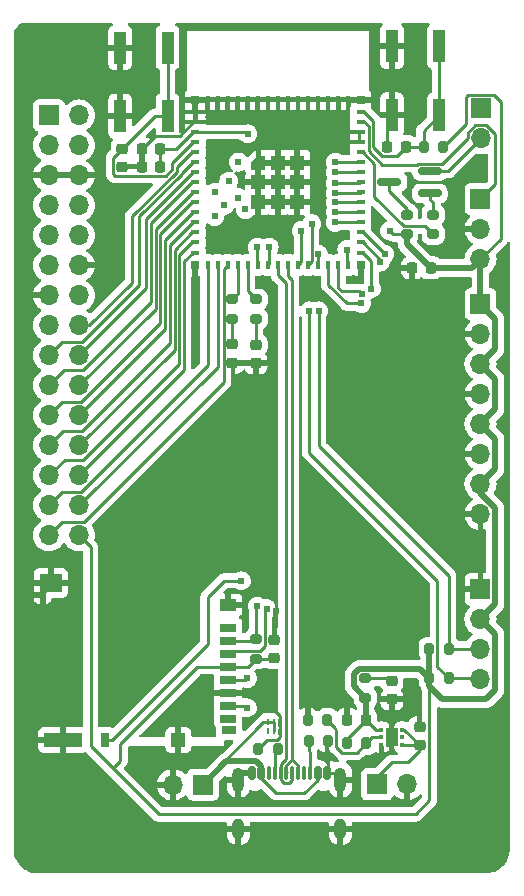
<source format=gbr>
%TF.GenerationSoftware,KiCad,Pcbnew,8.0.6*%
%TF.CreationDate,2024-12-02T04:17:18+07:00*%
%TF.ProjectId,PCB,5043422e-6b69-4636-9164-5f7063625858,rev?*%
%TF.SameCoordinates,Original*%
%TF.FileFunction,Copper,L1,Top*%
%TF.FilePolarity,Positive*%
%FSLAX46Y46*%
G04 Gerber Fmt 4.6, Leading zero omitted, Abs format (unit mm)*
G04 Created by KiCad (PCBNEW 8.0.6) date 2024-12-02 04:17:18*
%MOMM*%
%LPD*%
G01*
G04 APERTURE LIST*
G04 Aperture macros list*
%AMRoundRect*
0 Rectangle with rounded corners*
0 $1 Rounding radius*
0 $2 $3 $4 $5 $6 $7 $8 $9 X,Y pos of 4 corners*
0 Add a 4 corners polygon primitive as box body*
4,1,4,$2,$3,$4,$5,$6,$7,$8,$9,$2,$3,0*
0 Add four circle primitives for the rounded corners*
1,1,$1+$1,$2,$3*
1,1,$1+$1,$4,$5*
1,1,$1+$1,$6,$7*
1,1,$1+$1,$8,$9*
0 Add four rect primitives between the rounded corners*
20,1,$1+$1,$2,$3,$4,$5,0*
20,1,$1+$1,$4,$5,$6,$7,0*
20,1,$1+$1,$6,$7,$8,$9,0*
20,1,$1+$1,$8,$9,$2,$3,0*%
%AMRotRect*
0 Rectangle, with rotation*
0 The origin of the aperture is its center*
0 $1 length*
0 $2 width*
0 $3 Rotation angle, in degrees counterclockwise*
0 Add horizontal line*
21,1,$1,$2,0,0,$3*%
%AMFreePoly0*
4,1,14,0.603536,0.603536,0.605000,0.600000,0.605000,-0.600000,0.603536,-0.603536,0.600000,-0.605000,-0.600000,-0.605000,-0.603536,-0.603536,-0.605000,-0.600000,-0.605000,0.000000,-0.603536,0.003536,-0.003536,0.603536,0.000000,0.605000,0.600000,0.605000,0.603536,0.603536,0.603536,0.603536,$1*%
G04 Aperture macros list end*
%TA.AperFunction,SMDPad,CuDef*%
%ADD10R,1.000000X2.800000*%
%TD*%
%TA.AperFunction,SMDPad,CuDef*%
%ADD11R,0.250000X0.625000*%
%TD*%
%TA.AperFunction,SMDPad,CuDef*%
%ADD12R,0.450000X0.575000*%
%TD*%
%TA.AperFunction,SMDPad,CuDef*%
%ADD13R,0.450000X0.700000*%
%TD*%
%TA.AperFunction,ComponentPad*%
%ADD14R,1.700000X1.700000*%
%TD*%
%TA.AperFunction,ComponentPad*%
%ADD15O,1.700000X1.700000*%
%TD*%
%TA.AperFunction,HeatsinkPad*%
%ADD16R,1.000000X1.600000*%
%TD*%
%TA.AperFunction,SMDPad,CuDef*%
%ADD17RoundRect,0.093750X-0.093750X-0.106250X0.093750X-0.106250X0.093750X0.106250X-0.093750X0.106250X0*%
%TD*%
%TA.AperFunction,SMDPad,CuDef*%
%ADD18RoundRect,0.200000X0.200000X0.275000X-0.200000X0.275000X-0.200000X-0.275000X0.200000X-0.275000X0*%
%TD*%
%TA.AperFunction,SMDPad,CuDef*%
%ADD19RoundRect,0.200000X-0.275000X0.200000X-0.275000X-0.200000X0.275000X-0.200000X0.275000X0.200000X0*%
%TD*%
%TA.AperFunction,SMDPad,CuDef*%
%ADD20RoundRect,0.218750X0.256250X-0.218750X0.256250X0.218750X-0.256250X0.218750X-0.256250X-0.218750X0*%
%TD*%
%TA.AperFunction,SMDPad,CuDef*%
%ADD21RoundRect,0.225000X-0.250000X0.225000X-0.250000X-0.225000X0.250000X-0.225000X0.250000X0.225000X0*%
%TD*%
%TA.AperFunction,SMDPad,CuDef*%
%ADD22RoundRect,0.162500X0.837500X0.162500X-0.837500X0.162500X-0.837500X-0.162500X0.837500X-0.162500X0*%
%TD*%
%TA.AperFunction,SMDPad,CuDef*%
%ADD23RoundRect,0.200000X-0.200000X-0.275000X0.200000X-0.275000X0.200000X0.275000X-0.200000X0.275000X0*%
%TD*%
%TA.AperFunction,SMDPad,CuDef*%
%ADD24RoundRect,0.200000X0.275000X-0.200000X0.275000X0.200000X-0.275000X0.200000X-0.275000X-0.200000X0*%
%TD*%
%TA.AperFunction,SMDPad,CuDef*%
%ADD25RoundRect,0.225000X0.225000X0.250000X-0.225000X0.250000X-0.225000X-0.250000X0.225000X-0.250000X0*%
%TD*%
%TA.AperFunction,SMDPad,CuDef*%
%ADD26R,0.800000X0.400000*%
%TD*%
%TA.AperFunction,SMDPad,CuDef*%
%ADD27R,0.400000X0.800000*%
%TD*%
%TA.AperFunction,SMDPad,CuDef*%
%ADD28R,1.200000X1.200000*%
%TD*%
%TA.AperFunction,SMDPad,CuDef*%
%ADD29FreePoly0,0.000000*%
%TD*%
%TA.AperFunction,SMDPad,CuDef*%
%ADD30R,0.800000X0.800000*%
%TD*%
%TA.AperFunction,ComponentPad*%
%ADD31O,1.000000X1.800000*%
%TD*%
%TA.AperFunction,ComponentPad*%
%ADD32O,1.000000X2.100000*%
%TD*%
%TA.AperFunction,SMDPad,CuDef*%
%ADD33RoundRect,0.150000X-0.150000X-0.425000X0.150000X-0.425000X0.150000X0.425000X-0.150000X0.425000X0*%
%TD*%
%TA.AperFunction,SMDPad,CuDef*%
%ADD34RoundRect,0.075000X-0.075000X-0.500000X0.075000X-0.500000X0.075000X0.500000X-0.075000X0.500000X0*%
%TD*%
%TA.AperFunction,SMDPad,CuDef*%
%ADD35RoundRect,0.225000X0.250000X-0.225000X0.250000X0.225000X-0.250000X0.225000X-0.250000X-0.225000X0*%
%TD*%
%TA.AperFunction,SMDPad,CuDef*%
%ADD36R,1.400000X0.700000*%
%TD*%
%TA.AperFunction,SMDPad,CuDef*%
%ADD37R,1.200000X0.700000*%
%TD*%
%TA.AperFunction,SMDPad,CuDef*%
%ADD38R,0.800000X1.200000*%
%TD*%
%TA.AperFunction,SMDPad,CuDef*%
%ADD39R,1.900000X1.500000*%
%TD*%
%TA.AperFunction,SMDPad,CuDef*%
%ADD40RotRect,0.200000X0.200000X315.000000*%
%TD*%
%TA.AperFunction,SMDPad,CuDef*%
%ADD41R,0.500000X0.500000*%
%TD*%
%TA.AperFunction,SMDPad,CuDef*%
%ADD42R,1.400000X1.000000*%
%TD*%
%TA.AperFunction,SMDPad,CuDef*%
%ADD43R,3.200000X1.200000*%
%TD*%
%TA.AperFunction,ViaPad*%
%ADD44C,0.604799*%
%TD*%
%TA.AperFunction,Conductor*%
%ADD45C,0.250000*%
%TD*%
%TA.AperFunction,Conductor*%
%ADD46C,0.500000*%
%TD*%
G04 APERTURE END LIST*
D10*
%TO.P,SW2,1,1*%
%TO.N,GND*%
X105000000Y-25900000D03*
X105000000Y-20100000D03*
%TO.P,SW2,2,2*%
%TO.N,/GPIO0*%
X109000000Y-25900000D03*
X109000000Y-20100000D03*
%TD*%
%TO.P,SW1,1,1*%
%TO.N,GND*%
X128000000Y-25800000D03*
X128000000Y-20000000D03*
%TO.P,SW1,2,2*%
%TO.N,/ESP32_EN*%
X132000000Y-25800000D03*
X132000000Y-20000000D03*
%TD*%
D11*
%TO.P,U5,10,NC*%
%TO.N,/USB_P*%
X119500000Y-78000000D03*
%TO.P,U5,9,NC*%
%TO.N,/USB_N*%
X119000000Y-78000000D03*
D12*
%TO.P,U5,8,VSS*%
%TO.N,GND*%
X118500000Y-78025000D03*
D11*
%TO.P,U5,7,NC*%
%TO.N,VBUS*%
X118000000Y-78000000D03*
%TO.P,U5,6,NC*%
%TO.N,unconnected-(U5-NC-Pad6)*%
X117500000Y-78000000D03*
%TO.P,U5,5*%
%TO.N,VBUS*%
X117500000Y-77225000D03*
%TO.P,U5,4*%
X118000000Y-77225000D03*
D13*
%TO.P,U5,3,VSS*%
%TO.N,GND*%
X118500000Y-77262500D03*
D11*
%TO.P,U5,2*%
%TO.N,/USB_N*%
X119000000Y-77225000D03*
%TO.P,U5,1*%
%TO.N,/USB_P*%
X119500000Y-77225000D03*
%TD*%
D14*
%TO.P,U4,1,OUT*%
%TO.N,/GPIO46*%
X135500000Y-32920000D03*
D15*
%TO.P,U4,2,GND*%
%TO.N,GND*%
X135500000Y-35460000D03*
%TO.P,U4,3,Vs*%
%TO.N,+3V3*%
X135500000Y-38000000D03*
%TD*%
D14*
%TO.P,U3,1,GND*%
%TO.N,GND*%
X135500000Y-65960000D03*
D15*
%TO.P,U3,2,VCC_IN*%
%TO.N,+3V3*%
X135500000Y-68500000D03*
%TO.P,U3,3,SCL*%
%TO.N,/I2C_SDA*%
X135500000Y-71040000D03*
%TO.P,U3,4,SDA*%
%TO.N,/I2C_SCL*%
X135500000Y-73580000D03*
%TD*%
D16*
%TO.P,U2,7,GND*%
%TO.N,GND*%
X128000000Y-78500000D03*
D17*
%TO.P,U2,6,IN*%
%TO.N,VBAT*%
X128887500Y-77850000D03*
%TO.P,U2,5,DNC*%
%TO.N,unconnected-(U2-DNC-Pad5)*%
X128887500Y-78500000D03*
%TO.P,U2,4,EN*%
%TO.N,VBAT*%
X128887500Y-79150000D03*
%TO.P,U2,3,GND*%
%TO.N,GND*%
X127112500Y-79150000D03*
%TO.P,U2,2,FB*%
%TO.N,Net-(U2-FB)*%
X127112500Y-78500000D03*
%TO.P,U2,1,OUT*%
%TO.N,+3V3*%
X127112500Y-77850000D03*
%TD*%
D18*
%TO.P,R8,1*%
%TO.N,Net-(U2-FB)*%
X125825000Y-79000000D03*
%TO.P,R8,2*%
%TO.N,+3V3*%
X124175000Y-79000000D03*
%TD*%
D19*
%TO.P,R7,1*%
%TO.N,Net-(Q1-G)*%
X131500000Y-34250000D03*
%TO.P,R7,2*%
%TO.N,/GPIO45*%
X131500000Y-35900000D03*
%TD*%
D18*
%TO.P,R6,1*%
%TO.N,/I2C_SCL*%
X132825000Y-73500000D03*
%TO.P,R6,2*%
%TO.N,+3V3*%
X131175000Y-73500000D03*
%TD*%
D15*
%TO.P,J5,30,Pin_30*%
%TO.N,+3V3*%
X101500000Y-61400000D03*
%TO.P,J5,29,Pin_29*%
%TO.N,/GPIO14*%
X98960000Y-61400000D03*
%TO.P,J5,28,Pin_28*%
%TO.N,/GPIO13*%
X101500000Y-58860000D03*
%TO.P,J5,27,Pin_27*%
%TO.N,/GPIO12*%
X98960000Y-58860000D03*
%TO.P,J5,26,Pin_26*%
%TO.N,/GPIO11*%
X101500000Y-56320000D03*
%TO.P,J5,25,Pin_25*%
%TO.N,/GPIO10*%
X98960000Y-56320000D03*
%TO.P,J5,24,Pin_24*%
%TO.N,/GPIO9*%
X101500000Y-53780000D03*
%TO.P,J5,23,Pin_23*%
%TO.N,/GPIO8*%
X98960000Y-53780000D03*
%TO.P,J5,22,Pin_22*%
%TO.N,/GPIO7*%
X101500000Y-51240000D03*
%TO.P,J5,21,Pin_21*%
%TO.N,/GPIO6*%
X98960000Y-51240000D03*
%TO.P,J5,20,Pin_20*%
%TO.N,/GPIO5*%
X101500000Y-48700000D03*
%TO.P,J5,19,Pin_19*%
%TO.N,/GPIO4*%
X98960000Y-48700000D03*
%TO.P,J5,18,Pin_18*%
%TO.N,/GPIO3*%
X101500000Y-46160000D03*
%TO.P,J5,17,Pin_17*%
%TO.N,/GPIO2*%
X98960000Y-46160000D03*
%TO.P,J5,16,Pin_16*%
%TO.N,/GPIO1*%
X101500000Y-43620000D03*
%TO.P,J5,15,Pin_15*%
%TO.N,/GPIO48*%
X98960000Y-43620000D03*
%TO.P,J5,14,Pin_14*%
%TO.N,/GPIO47*%
X101500000Y-41080000D03*
%TO.P,J5,13,Pin_13*%
%TO.N,GND*%
X98960000Y-41080000D03*
%TO.P,J5,12,Pin_12*%
X101500000Y-38540000D03*
%TO.P,J5,11,Pin_11*%
%TO.N,/GPIO42*%
X98960000Y-38540000D03*
%TO.P,J5,10,Pin_10*%
%TO.N,/GPIO41*%
X101500000Y-36000000D03*
%TO.P,J5,9,Pin_9*%
%TO.N,/GPIO40*%
X98960000Y-36000000D03*
%TO.P,J5,8,Pin_8*%
%TO.N,/GPIO39*%
X101500000Y-33460000D03*
%TO.P,J5,7,Pin_7*%
%TO.N,/GPIO38*%
X98960000Y-33460000D03*
%TO.P,J5,6,Pin_6*%
%TO.N,GND*%
X101500000Y-30920000D03*
%TO.P,J5,5,Pin_5*%
X98960000Y-30920000D03*
%TO.P,J5,4,Pin_4*%
%TO.N,/RXD*%
X101500000Y-28380000D03*
%TO.P,J5,3,Pin_3*%
%TO.N,/TXD*%
X98960000Y-28380000D03*
%TO.P,J5,2,Pin_2*%
%TO.N,/GPIO26*%
X101500000Y-25840000D03*
D14*
%TO.P,J5,1,Pin_1*%
%TO.N,/GPIO21*%
X98960000Y-25840000D03*
%TD*%
%TO.P,J2,1,Pin_1*%
%TO.N,VBUS*%
X112000000Y-82500000D03*
D15*
%TO.P,J2,2,Pin_2*%
%TO.N,GND*%
X109460000Y-82500000D03*
%TD*%
D20*
%TO.P,D4,1,K*%
%TO.N,GND*%
X128000000Y-75287500D03*
%TO.P,D4,2,A*%
%TO.N,Net-(D4-A)*%
X128000000Y-73712500D03*
%TD*%
D15*
%TO.P,D3,2,A*%
%TO.N,Net-(D3-A)*%
X135525000Y-27790000D03*
D14*
%TO.P,D3,1,K*%
%TO.N,GND*%
X135525000Y-25250000D03*
%TD*%
D21*
%TO.P,C2,1*%
%TO.N,/GPIO0*%
X105150000Y-28675000D03*
%TO.P,C2,2*%
%TO.N,GND*%
X105150000Y-30225000D03*
%TD*%
D14*
%TO.P,J4,1,Pin_1*%
%TO.N,VBAT*%
X126750000Y-82475000D03*
D15*
%TO.P,J4,2,Pin_2*%
%TO.N,GND*%
X129290000Y-82475000D03*
%TD*%
D22*
%TO.P,Q1,1,G*%
%TO.N,Net-(Q1-G)*%
X131210000Y-32450000D03*
%TO.P,Q1,2,S*%
%TO.N,Net-(D3-A)*%
X131210000Y-30550000D03*
%TO.P,Q1,3,D*%
%TO.N,Net-(Q1-D)*%
X127790000Y-31500000D03*
%TD*%
D20*
%TO.P,D2,1,K*%
%TO.N,GND*%
X116500000Y-46825000D03*
%TO.P,D2,2,A*%
%TO.N,Net-(D2-A)*%
X116500000Y-45250000D03*
%TD*%
%TO.P,D1,1,K*%
%TO.N,GND*%
X114500000Y-46787500D03*
%TO.P,D1,2,A*%
%TO.N,Net-(D1-A)*%
X114500000Y-45212500D03*
%TD*%
D23*
%TO.P,R13,1*%
%TO.N,Net-(JUSB1-CC2)*%
X120975000Y-78800000D03*
%TO.P,R13,2*%
%TO.N,GND*%
X122625000Y-78800000D03*
%TD*%
D18*
%TO.P,R12,1*%
%TO.N,Net-(JUSB1-CC1)*%
X118325000Y-79500000D03*
%TO.P,R12,2*%
%TO.N,GND*%
X116675000Y-79500000D03*
%TD*%
%TO.P,R5,1*%
%TO.N,/I2C_SDA*%
X132825000Y-71000000D03*
%TO.P,R5,2*%
%TO.N,+3V3*%
X131175000Y-71000000D03*
%TD*%
D19*
%TO.P,R4,1*%
%TO.N,/GPIO34*%
X116500000Y-70175000D03*
%TO.P,R4,2*%
%TO.N,+3V3*%
X116500000Y-71825000D03*
%TD*%
D24*
%TO.P,R3,1*%
%TO.N,Net-(D2-A)*%
X116500000Y-43075000D03*
%TO.P,R3,2*%
%TO.N,/GPIO16*%
X116500000Y-41425000D03*
%TD*%
D23*
%TO.P,R2,1*%
%TO.N,/ESP32_EN*%
X130675000Y-28500000D03*
%TO.P,R2,2*%
%TO.N,+3V3*%
X132325000Y-28500000D03*
%TD*%
D25*
%TO.P,C8,1*%
%TO.N,+3V3*%
X125775000Y-77000000D03*
%TO.P,C8,2*%
%TO.N,GND*%
X124225000Y-77000000D03*
%TD*%
D26*
%TO.P,U1,1,GND*%
%TO.N,GND*%
X111350000Y-25550000D03*
%TO.P,U1,2,GND*%
X111350000Y-26400000D03*
%TO.P,U1,3,3V3*%
%TO.N,+3V3*%
X111350000Y-27250000D03*
%TO.P,U1,4,IO0*%
%TO.N,/GPIO0*%
X111350000Y-28100000D03*
%TO.P,U1,5,IO1*%
%TO.N,/GPIO1*%
X111350000Y-28950000D03*
%TO.P,U1,6,IO2*%
%TO.N,/GPIO2*%
X111350000Y-29800000D03*
%TO.P,U1,7,IO3*%
%TO.N,/GPIO3*%
X111350000Y-30650000D03*
%TO.P,U1,8,IO4*%
%TO.N,/GPIO4*%
X111350000Y-31500000D03*
%TO.P,U1,9,IO5*%
%TO.N,/GPIO5*%
X111350000Y-32350000D03*
%TO.P,U1,10,IO6*%
%TO.N,/GPIO6*%
X111350000Y-33200000D03*
%TO.P,U1,11,IO7*%
%TO.N,/GPIO7*%
X111350000Y-34050000D03*
%TO.P,U1,12,IO8*%
%TO.N,/GPIO8*%
X111350000Y-34900000D03*
%TO.P,U1,13,IO9*%
%TO.N,/GPIO9*%
X111350000Y-35750000D03*
%TO.P,U1,14,IO10*%
%TO.N,/GPIO10*%
X111350000Y-36600000D03*
%TO.P,U1,15,IO11*%
%TO.N,/GPIO11*%
X111350000Y-37450000D03*
D27*
%TO.P,U1,16,IO12*%
%TO.N,/GPIO12*%
X112400000Y-38500000D03*
%TO.P,U1,17,IO13*%
%TO.N,/GPIO13*%
X113250000Y-38500000D03*
%TO.P,U1,18,IO14*%
%TO.N,/GPIO14*%
X114100000Y-38500000D03*
%TO.P,U1,19,IO15*%
%TO.N,/GPIO15*%
X114950000Y-38500000D03*
%TO.P,U1,20,IO16*%
%TO.N,/GPIO16*%
X115800000Y-38500000D03*
%TO.P,U1,21,IO17*%
%TO.N,/I2C_SCL*%
X116650000Y-38500000D03*
%TO.P,U1,22,IO18*%
%TO.N,/I2C_SDA*%
X117500000Y-38500000D03*
%TO.P,U1,23,IO19*%
%TO.N,/USB_N*%
X118350000Y-38500000D03*
%TO.P,U1,24,IO20*%
%TO.N,/USB_P*%
X119200000Y-38500000D03*
%TO.P,U1,25,IO21*%
%TO.N,/GPIO21*%
X120050000Y-38500000D03*
%TO.P,U1,26,IO26*%
%TO.N,/GPIO26*%
X120900000Y-38500000D03*
%TO.P,U1,27,IO47*%
%TO.N,/GPIO47*%
X121750000Y-38500000D03*
%TO.P,U1,28,IO33*%
%TO.N,/GPIO33*%
X122600000Y-38500000D03*
%TO.P,U1,29,IO34*%
%TO.N,/GPIO34*%
X123450000Y-38500000D03*
%TO.P,U1,30,IO48*%
%TO.N,/GPIO48*%
X124300000Y-38500000D03*
D26*
%TO.P,U1,31,IO35*%
%TO.N,/GPIO35*%
X125350000Y-37450000D03*
%TO.P,U1,32,IO36*%
%TO.N,/GPIO36*%
X125350000Y-36600000D03*
%TO.P,U1,33,IO37*%
%TO.N,/GPIO37*%
X125350000Y-35750000D03*
%TO.P,U1,34,IO38*%
%TO.N,/GPIO38*%
X125350000Y-34900000D03*
%TO.P,U1,35,IO39*%
%TO.N,/GPIO39*%
X125350000Y-34050000D03*
%TO.P,U1,36,IO40*%
%TO.N,/GPIO40*%
X125350000Y-33200000D03*
%TO.P,U1,37,IO41*%
%TO.N,/GPIO41*%
X125350000Y-32350000D03*
%TO.P,U1,38,IO42*%
%TO.N,/GPIO42*%
X125350000Y-31500000D03*
%TO.P,U1,39,TXD0*%
%TO.N,/TXD*%
X125350000Y-30650000D03*
%TO.P,U1,40,RXD0*%
%TO.N,/RXD*%
X125350000Y-29800000D03*
%TO.P,U1,41,IO45*%
%TO.N,/GPIO45*%
X125350000Y-28950000D03*
%TO.P,U1,42,GND*%
%TO.N,GND*%
X125350000Y-28100000D03*
%TO.P,U1,43,GND*%
X125350000Y-27250000D03*
%TO.P,U1,44,IO46*%
%TO.N,/GPIO46*%
X125350000Y-26400000D03*
%TO.P,U1,45,EN*%
%TO.N,/ESP32_EN*%
X125350000Y-25550000D03*
D27*
%TO.P,U1,46,GND*%
%TO.N,GND*%
X124300000Y-24500000D03*
%TO.P,U1,47,GND*%
X123450000Y-24500000D03*
%TO.P,U1,48,GND*%
X122600000Y-24500000D03*
%TO.P,U1,49,GND*%
X121750000Y-24500000D03*
%TO.P,U1,50,GND*%
X120900000Y-24500000D03*
%TO.P,U1,51,GND*%
X120050000Y-24500000D03*
%TO.P,U1,52,GND*%
X119200000Y-24500000D03*
%TO.P,U1,53,GND*%
X118350000Y-24500000D03*
%TO.P,U1,54,GND*%
X117500000Y-24500000D03*
%TO.P,U1,55,GND*%
X116650000Y-24500000D03*
%TO.P,U1,56,GND*%
X115800000Y-24500000D03*
%TO.P,U1,57,GND*%
X114950000Y-24500000D03*
%TO.P,U1,58,GND*%
X114100000Y-24500000D03*
%TO.P,U1,59,GND*%
X113250000Y-24500000D03*
%TO.P,U1,60,GND*%
X112400000Y-24500000D03*
D28*
%TO.P,U1,61,GND*%
X118350000Y-31500000D03*
D29*
%TO.P,U1,61_1,GND*%
X116700000Y-29850000D03*
D28*
%TO.P,U1,61_2,GND*%
X118350000Y-29850000D03*
%TO.P,U1,61_3,GND*%
X120000000Y-29850000D03*
%TO.P,U1,61_4,GND*%
X120000000Y-31500000D03*
%TO.P,U1,61_5,GND*%
X120000000Y-33150000D03*
%TO.P,U1,61_6,GND*%
X118350000Y-33150000D03*
%TO.P,U1,61_7,GND*%
X116700000Y-33150000D03*
%TO.P,U1,61_8,GND*%
X116700000Y-31500000D03*
D30*
%TO.P,U1,62,GND*%
X111350000Y-24500000D03*
%TO.P,U1,63,GND*%
X111350000Y-38500000D03*
%TO.P,U1,64,GND*%
X125350000Y-38500000D03*
%TO.P,U1,65,GND*%
X125350000Y-24500000D03*
%TD*%
D24*
%TO.P,R11,1*%
%TO.N,+3V3*%
X125750000Y-75150000D03*
%TO.P,R11,2*%
%TO.N,Net-(D4-A)*%
X125750000Y-73500000D03*
%TD*%
D19*
%TO.P,R10,1*%
%TO.N,Net-(Q1-D)*%
X129250000Y-34250000D03*
%TO.P,R10,2*%
%TO.N,+3V3*%
X129250000Y-35900000D03*
%TD*%
D23*
%TO.P,R9,1*%
%TO.N,GND*%
X120875000Y-77000000D03*
%TO.P,R9,2*%
%TO.N,Net-(U2-FB)*%
X122525000Y-77000000D03*
%TD*%
D24*
%TO.P,R1,1*%
%TO.N,Net-(D1-A)*%
X114500000Y-43075000D03*
%TO.P,R1,2*%
%TO.N,/GPIO15*%
X114500000Y-41425000D03*
%TD*%
D31*
%TO.P,JUSB1,S1,SHIELD*%
%TO.N,GND*%
X123640000Y-86255000D03*
D32*
X123640000Y-82075000D03*
D31*
X115000000Y-86255000D03*
D32*
X115000000Y-82075000D03*
D33*
%TO.P,JUSB1,B12,GND*%
X116120000Y-81500000D03*
%TO.P,JUSB1,B9,VBUS*%
%TO.N,VBUS*%
X116920000Y-81500000D03*
D34*
%TO.P,JUSB1,B8,SBU2*%
%TO.N,unconnected-(JUSB1-SBU2-PadB8)*%
X117570000Y-81500000D03*
%TO.P,JUSB1,B7,D-*%
%TO.N,/USB_N*%
X118570000Y-81500000D03*
%TO.P,JUSB1,B6,D+*%
%TO.N,/USB_P*%
X120070000Y-81500000D03*
%TO.P,JUSB1,B5,CC2*%
%TO.N,Net-(JUSB1-CC2)*%
X121070000Y-81500000D03*
D33*
%TO.P,JUSB1,B4,VBUS*%
%TO.N,VBUS*%
X121720000Y-81500000D03*
%TO.P,JUSB1,B1,GND*%
%TO.N,GND*%
X122520000Y-81500000D03*
%TO.P,JUSB1,A12,GND*%
X122520000Y-81500000D03*
%TO.P,JUSB1,A9,VBUS*%
%TO.N,VBUS*%
X121720000Y-81500000D03*
D34*
%TO.P,JUSB1,A8,SBU1*%
%TO.N,unconnected-(JUSB1-SBU1-PadA8)*%
X120570000Y-81500000D03*
%TO.P,JUSB1,A7,D-*%
%TO.N,/USB_N*%
X119570000Y-81500000D03*
%TO.P,JUSB1,A6,D+*%
%TO.N,/USB_P*%
X119070000Y-81500000D03*
%TO.P,JUSB1,A5,CC1*%
%TO.N,Net-(JUSB1-CC1)*%
X118070000Y-81500000D03*
D33*
%TO.P,JUSB1,A4,VBUS*%
%TO.N,VBUS*%
X116920000Y-81500000D03*
%TO.P,JUSB1,A1,GND*%
%TO.N,GND*%
X116120000Y-81500000D03*
%TD*%
D14*
%TO.P,J1,1,Pin_1*%
%TO.N,+3V3*%
X135500000Y-41800000D03*
D15*
%TO.P,J1,2,Pin_2*%
%TO.N,GND*%
X135500000Y-44340000D03*
%TO.P,J1,3,Pin_3*%
%TO.N,+3V3*%
X135500000Y-46880000D03*
%TO.P,J1,4,Pin_4*%
%TO.N,GND*%
X135500000Y-49420000D03*
%TO.P,J1,5,Pin_5*%
%TO.N,+3V3*%
X135500000Y-51960000D03*
%TO.P,J1,6,Pin_6*%
%TO.N,GND*%
X135500000Y-54500000D03*
%TO.P,J1,7,Pin_7*%
%TO.N,+3V3*%
X135500000Y-57040000D03*
%TO.P,J1,8,Pin_8*%
%TO.N,GND*%
X135500000Y-59580000D03*
%TD*%
D25*
%TO.P,C7,1*%
%TO.N,+3V3*%
X131275000Y-38750000D03*
%TO.P,C7,2*%
%TO.N,GND*%
X129725000Y-38750000D03*
%TD*%
D35*
%TO.P,C6,1*%
%TO.N,VBAT*%
X130387500Y-79175000D03*
%TO.P,C6,2*%
%TO.N,GND*%
X130387500Y-77625000D03*
%TD*%
%TO.P,C5,1*%
%TO.N,+3V3*%
X118000000Y-71775000D03*
%TO.P,C5,2*%
%TO.N,GND*%
X118000000Y-70225000D03*
%TD*%
D25*
%TO.P,C4,1*%
%TO.N,+3V3*%
X108400000Y-30200000D03*
%TO.P,C4,2*%
%TO.N,GND*%
X106850000Y-30200000D03*
%TD*%
%TO.P,C3,1*%
%TO.N,+3V3*%
X108400000Y-28700000D03*
%TO.P,C3,2*%
%TO.N,GND*%
X106850000Y-28700000D03*
%TD*%
%TO.P,C1,1*%
%TO.N,/ESP32_EN*%
X129175000Y-28500000D03*
%TO.P,C1,2*%
%TO.N,GND*%
X127625000Y-28500000D03*
%TD*%
D36*
%TO.P,J3,1,DAT2*%
%TO.N,unconnected-(J3-DAT2-Pad1)*%
X114125000Y-69225000D03*
%TO.P,J3,2,DAT3/CD*%
%TO.N,/GPIO34*%
X114125000Y-70325000D03*
%TO.P,J3,3,CMD*%
%TO.N,/GPIO35*%
X114125000Y-71425000D03*
%TO.P,J3,4,VDD*%
%TO.N,+3V3*%
X114125000Y-72525000D03*
%TO.P,J3,5,CLK*%
%TO.N,/GPIO36*%
X114125000Y-73625000D03*
%TO.P,J3,6,VSS*%
%TO.N,GND*%
X114125000Y-74725000D03*
%TO.P,J3,7,DAT0*%
%TO.N,/GPIO37*%
X114125000Y-75825000D03*
%TO.P,J3,8,DAT1*%
%TO.N,unconnected-(J3-DAT1-Pad8)*%
X114125000Y-76925000D03*
D37*
%TO.P,J3,9,DET_B*%
%TO.N,unconnected-(J3-DET_B-Pad9)*%
X114225000Y-77875000D03*
D38*
%TO.P,J3,10,DET_A*%
%TO.N,/GPIO33*%
X103725000Y-78725000D03*
D39*
%TO.P,J3,11,SHIELD*%
%TO.N,GND*%
X99125000Y-65425000D03*
D40*
X98675000Y-66175000D03*
D41*
X98425000Y-66425000D03*
D42*
X114125000Y-67325000D03*
D28*
X109925000Y-78725000D03*
D43*
X100125000Y-78725000D03*
%TD*%
D44*
%TO.N,GND*%
X118400000Y-26600000D03*
%TO.N,/GPIO41*%
X115000000Y-32800000D03*
%TO.N,/GPIO42*%
X123200000Y-31600000D03*
%TO.N,/GPIO38*%
X113000001Y-34400001D03*
%TO.N,/GPIO40*%
X115600000Y-33800000D03*
%TO.N,/GPIO39*%
X113800000Y-33460000D03*
%TO.N,/GPIO42*%
X113000000Y-32335140D03*
%TO.N,GND*%
X111400000Y-42600000D03*
%TO.N,/RXD*%
X115008184Y-29791816D03*
%TO.N,/TXD*%
X114191816Y-31408184D03*
%TO.N,GND*%
X106600000Y-69800000D03*
X111200000Y-59200000D03*
X131000000Y-47600000D03*
X131000000Y-55800000D03*
X116600000Y-49000000D03*
X117400000Y-63200000D03*
X121000000Y-74800000D03*
X111800000Y-75200000D03*
%TO.N,/GPIO38*%
X123200000Y-34900000D03*
%TO.N,/GPIO39*%
X123200000Y-34000000D03*
%TO.N,/GPIO40*%
X123200000Y-33200000D03*
%TO.N,/GPIO41*%
X123200000Y-32400000D03*
%TO.N,/TXD*%
X123200000Y-30600000D03*
%TO.N,/RXD*%
X123200000Y-29800000D03*
%TO.N,+3V3*%
X127800000Y-35600000D03*
%TO.N,/GPIO47*%
X121777259Y-37600000D03*
%TO.N,/GPIO48*%
X124200000Y-37200000D03*
%TO.N,+3V3*%
X115800000Y-27400000D03*
%TO.N,/GPIO21*%
X120335940Y-35600000D03*
%TO.N,/GPIO26*%
X121200000Y-35000000D03*
%TO.N,GND*%
X118200000Y-67800000D03*
%TO.N,/I2C_SDA*%
X117600000Y-37000000D03*
%TO.N,/I2C_SCL*%
X116600000Y-37000000D03*
%TO.N,GND*%
X124400000Y-39800000D03*
%TO.N,/GPIO33*%
X125422670Y-41750688D03*
X115250000Y-65250000D03*
%TO.N,/GPIO35*%
X126250000Y-40500000D03*
X117400000Y-67600000D03*
%TO.N,/GPIO36*%
X127000000Y-38250000D03*
%TO.N,/GPIO37*%
X127400000Y-37600000D03*
%TO.N,/GPIO36*%
X115750000Y-73500000D03*
%TO.N,/GPIO37*%
X115750000Y-76000000D03*
%TO.N,/I2C_SCL*%
X121000000Y-42400000D03*
%TO.N,/I2C_SDA*%
X121800000Y-42400000D03*
%TO.N,/GPIO34*%
X116600000Y-67400000D03*
X125500000Y-41000000D03*
%TD*%
D45*
%TO.N,Net-(D4-A)*%
X127787500Y-73500000D02*
X128000000Y-73712500D01*
X125750000Y-73500000D02*
X127787500Y-73500000D01*
%TO.N,GND*%
X123065000Y-81500000D02*
X123640000Y-82075000D01*
X122520000Y-81500000D02*
X123065000Y-81500000D01*
%TO.N,VBUS*%
X112000000Y-82350000D02*
X112000000Y-82500000D01*
X117125000Y-77225000D02*
X112000000Y-82350000D01*
X117500000Y-77225000D02*
X117125000Y-77225000D01*
%TO.N,/I2C_SDA*%
X132825000Y-64825000D02*
X132825000Y-71000000D01*
%TO.N,GND*%
X118200000Y-64000000D02*
X118200000Y-67800000D01*
X117400000Y-63200000D02*
X118200000Y-64000000D01*
X118000000Y-68000000D02*
X118000000Y-70225000D01*
X118200000Y-67800000D02*
X118000000Y-68000000D01*
%TO.N,/GPIO34*%
X116600000Y-67400000D02*
X116500000Y-67500000D01*
X116500000Y-67500000D02*
X116500000Y-70175000D01*
%TO.N,/GPIO35*%
X114399860Y-71150140D02*
X114125000Y-71425000D01*
X117250000Y-70750000D02*
X116849860Y-71150140D01*
X116849860Y-71150140D02*
X114399860Y-71150140D01*
X117250000Y-67750000D02*
X117250000Y-70750000D01*
X117400000Y-67600000D02*
X117250000Y-67750000D01*
%TO.N,/GPIO42*%
X125250000Y-31600000D02*
X125350000Y-31500000D01*
X123200000Y-31600000D02*
X125250000Y-31600000D01*
%TO.N,/GPIO38*%
X123200000Y-34900000D02*
X125350000Y-34900000D01*
%TO.N,+3V3*%
X115800000Y-27400000D02*
X115650000Y-27250000D01*
X115650000Y-27250000D02*
X111350000Y-27250000D01*
%TO.N,/GPIO39*%
X125300000Y-34000000D02*
X125350000Y-34050000D01*
X123200000Y-34000000D02*
X125300000Y-34000000D01*
%TO.N,/GPIO40*%
X123200000Y-33200000D02*
X125350000Y-33200000D01*
%TO.N,/GPIO41*%
X125300000Y-32400000D02*
X125350000Y-32350000D01*
X123200000Y-32400000D02*
X125300000Y-32400000D01*
%TO.N,/TXD*%
X125300000Y-30600000D02*
X125350000Y-30650000D01*
X123200000Y-30600000D02*
X125300000Y-30600000D01*
%TO.N,/RXD*%
X123200000Y-29800000D02*
X125350000Y-29800000D01*
%TO.N,/ESP32_EN*%
X126424720Y-26325000D02*
X125649720Y-25550000D01*
X126424720Y-28487864D02*
X126424720Y-26325000D01*
X125649720Y-25550000D02*
X125350000Y-25550000D01*
X127186716Y-29249860D02*
X126424720Y-28487864D01*
X128425140Y-29249860D02*
X127186716Y-29249860D01*
X129175000Y-28500000D02*
X128425140Y-29249860D01*
%TO.N,GND*%
X127625000Y-26175000D02*
X128000000Y-25800000D01*
X127625000Y-28500000D02*
X127625000Y-26175000D01*
%TO.N,/ESP32_EN*%
X129175000Y-28500000D02*
X130675000Y-28500000D01*
%TO.N,/GPIO46*%
X136750000Y-27424207D02*
X136750000Y-31670000D01*
X135990933Y-26665140D02*
X136750000Y-27424207D01*
X135059067Y-26665140D02*
X135990933Y-26665140D01*
X136750000Y-31670000D02*
X135500000Y-32920000D01*
X134400140Y-27324067D02*
X135059067Y-26665140D01*
X132200000Y-29950140D02*
X134400140Y-27750000D01*
X130186836Y-29950140D02*
X132200000Y-29950140D01*
X126024860Y-28824860D02*
X127200000Y-30000000D01*
X127200000Y-30000000D02*
X130136976Y-30000000D01*
X125649720Y-26400000D02*
X126024860Y-26775140D01*
X130136976Y-30000000D02*
X130186836Y-29950140D01*
X134400140Y-27750000D02*
X134400140Y-27324067D01*
X125350000Y-26400000D02*
X125649720Y-26400000D01*
X126024860Y-26775140D02*
X126024860Y-28824860D01*
%TO.N,+3V3*%
X128100000Y-35900000D02*
X129250000Y-35900000D01*
X127800000Y-35600000D02*
X128100000Y-35900000D01*
%TO.N,/GPIO47*%
X121777259Y-38472741D02*
X121750000Y-38500000D01*
X121777259Y-37600000D02*
X121777259Y-38472741D01*
%TO.N,/GPIO48*%
X124200000Y-38400000D02*
X124300000Y-38500000D01*
X124200000Y-37200000D02*
X124200000Y-38400000D01*
%TO.N,/GPIO26*%
X121200000Y-38200000D02*
X120900000Y-38500000D01*
X121200000Y-35000000D02*
X121200000Y-38200000D01*
%TO.N,/GPIO14*%
X101924860Y-60275140D02*
X100084860Y-60275140D01*
X100084860Y-60275140D02*
X98960000Y-61400000D01*
X113750140Y-38849860D02*
X113750140Y-48449860D01*
X113750140Y-48449860D02*
X101924860Y-60275140D01*
X114100000Y-38500000D02*
X113750140Y-38849860D01*
%TO.N,/GPIO13*%
X113250000Y-47110000D02*
X101500000Y-58860000D01*
X113250000Y-38500000D02*
X113250000Y-47110000D01*
%TO.N,/GPIO12*%
X100084860Y-57735140D02*
X98960000Y-58860000D01*
X101675653Y-57735140D02*
X100084860Y-57735140D01*
X112400000Y-47010793D02*
X101675653Y-57735140D01*
X112400000Y-38500000D02*
X112400000Y-47010793D01*
%TO.N,+3V3*%
X111150000Y-27250000D02*
X111350000Y-27250000D01*
X109700000Y-28700000D02*
X111150000Y-27250000D01*
X108400000Y-28700000D02*
X109700000Y-28700000D01*
X108400000Y-30200000D02*
X108400000Y-28700000D01*
%TO.N,GND*%
X111200000Y-26400000D02*
X111350000Y-26400000D01*
X106850000Y-28700000D02*
X107975140Y-27574860D01*
X107975140Y-27574860D02*
X110025140Y-27574860D01*
X110025140Y-27574860D02*
X111200000Y-26400000D01*
X106850000Y-30200000D02*
X106850000Y-28700000D01*
X106825000Y-30225000D02*
X106850000Y-30200000D01*
X105150000Y-30225000D02*
X106825000Y-30225000D01*
%TO.N,/GPIO0*%
X105150000Y-28675000D02*
X107925000Y-25900000D01*
X107925000Y-25900000D02*
X109000000Y-25900000D01*
X109400000Y-30388144D02*
X109400000Y-29850000D01*
X108838284Y-30949860D02*
X109400000Y-30388144D01*
X111150000Y-28100000D02*
X111350000Y-28100000D01*
X104400140Y-30800140D02*
X104549860Y-30949860D01*
X104400140Y-29424860D02*
X104400140Y-30800140D01*
X104549860Y-30949860D02*
X108838284Y-30949860D01*
X105150000Y-28675000D02*
X104400140Y-29424860D01*
X109400000Y-29850000D02*
X111150000Y-28100000D01*
%TO.N,GND*%
X111050280Y-26400000D02*
X111350000Y-26400000D01*
%TO.N,/GPIO11*%
X110399860Y-47420140D02*
X101500000Y-56320000D01*
X111150000Y-37450000D02*
X110399860Y-38200140D01*
X111350000Y-37450000D02*
X111150000Y-37450000D01*
X110399860Y-38200140D02*
X110399860Y-47420140D01*
%TO.N,/GPIO2*%
X100084860Y-45035140D02*
X98960000Y-46160000D01*
X106600000Y-40200000D02*
X101764860Y-45035140D01*
X110199860Y-30765628D02*
X106600000Y-34365488D01*
X101764860Y-45035140D02*
X100084860Y-45035140D01*
X111150000Y-29800000D02*
X110199860Y-30750140D01*
X110199860Y-30750140D02*
X110199860Y-30765628D01*
X111350000Y-29800000D02*
X111150000Y-29800000D01*
X106600000Y-34365488D02*
X106600000Y-40200000D01*
%TO.N,/GPIO3*%
X111150000Y-30650000D02*
X107200000Y-34600000D01*
X111350000Y-30650000D02*
X111150000Y-30650000D01*
X107200000Y-34600000D02*
X107200000Y-40460000D01*
X107200000Y-40460000D02*
X101500000Y-46160000D01*
%TO.N,/GPIO4*%
X101850793Y-47400000D02*
X100260000Y-47400000D01*
X107600140Y-34950140D02*
X107600140Y-41650653D01*
X107600140Y-41650653D02*
X101850793Y-47400000D01*
X111050280Y-31500000D02*
X107600140Y-34950140D01*
X100260000Y-47400000D02*
X98960000Y-48700000D01*
X111350000Y-31500000D02*
X111050280Y-31500000D01*
%TO.N,/GPIO10*%
X100280000Y-55000000D02*
X98960000Y-56320000D01*
X101870793Y-55000000D02*
X100280000Y-55000000D01*
X111050280Y-36600000D02*
X110000000Y-37650280D01*
X111350000Y-36600000D02*
X111050280Y-36600000D01*
X110000000Y-37650280D02*
X110000000Y-46870793D01*
X110000000Y-46870793D02*
X101870793Y-55000000D01*
%TO.N,/GPIO9*%
X109599720Y-37200560D02*
X109599720Y-45680280D01*
X111050280Y-35750000D02*
X109599720Y-37200560D01*
X111350000Y-35750000D02*
X111050280Y-35750000D01*
X109599720Y-45680280D02*
X101500000Y-53780000D01*
%TO.N,/GPIO8*%
X101730793Y-52600000D02*
X100140000Y-52600000D01*
X109199860Y-45130933D02*
X101730793Y-52600000D01*
X109199860Y-36850140D02*
X109199860Y-45130933D01*
X100140000Y-52600000D02*
X98960000Y-53780000D01*
X111150000Y-34900000D02*
X109199860Y-36850140D01*
X111350000Y-34900000D02*
X111150000Y-34900000D01*
%TO.N,/GPIO7*%
X108800000Y-43940000D02*
X101500000Y-51240000D01*
X111150000Y-34050000D02*
X108800000Y-36400000D01*
X108800000Y-36400000D02*
X108800000Y-43940000D01*
X111350000Y-34050000D02*
X111150000Y-34050000D01*
%TO.N,/GPIO6*%
X100084860Y-50115140D02*
X98960000Y-51240000D01*
X101675653Y-50115140D02*
X100084860Y-50115140D01*
X108400000Y-35850280D02*
X108400000Y-43390793D01*
X111050280Y-33200000D02*
X108400000Y-35850280D01*
X108400000Y-43390793D02*
X101675653Y-50115140D01*
X111350000Y-33200000D02*
X111050280Y-33200000D01*
%TO.N,/GPIO5*%
X108000000Y-42200000D02*
X101500000Y-48700000D01*
X108000000Y-35500000D02*
X108000000Y-42200000D01*
X111150000Y-32350000D02*
X108000000Y-35500000D01*
X111350000Y-32350000D02*
X111150000Y-32350000D01*
%TO.N,/GPIO1*%
X109800000Y-30600000D02*
X109800000Y-30200280D01*
X109800000Y-30200280D02*
X111050280Y-28950000D01*
X106000000Y-34400000D02*
X109800000Y-30600000D01*
X111050280Y-28950000D02*
X111350000Y-28950000D01*
X106000000Y-40000000D02*
X106000000Y-34400000D01*
X101500000Y-43620000D02*
X102380000Y-43620000D01*
X102380000Y-43620000D02*
X106000000Y-40000000D01*
%TO.N,/I2C_SDA*%
X117600000Y-38400000D02*
X117500000Y-38500000D01*
X117600000Y-37000000D02*
X117600000Y-38400000D01*
%TO.N,/I2C_SCL*%
X131849860Y-72524860D02*
X132825000Y-73500000D01*
X121000000Y-42400000D02*
X121000000Y-54400000D01*
X121000000Y-54400000D02*
X131849860Y-65249860D01*
X131849860Y-65249860D02*
X131849860Y-72524860D01*
%TO.N,/I2C_SDA*%
X121800000Y-53800000D02*
X132825000Y-64825000D01*
X121800000Y-42400000D02*
X121800000Y-53800000D01*
%TO.N,+3V3*%
X137200000Y-36300000D02*
X135500000Y-38000000D01*
X137200000Y-24675280D02*
X137200000Y-36300000D01*
X134234513Y-24290767D02*
X134400140Y-24125140D01*
X134234513Y-26590487D02*
X134234513Y-24290767D01*
X136649860Y-24125140D02*
X137200000Y-24675280D01*
X132325000Y-28500000D02*
X134234513Y-26590487D01*
X134400140Y-24125140D02*
X136649860Y-24125140D01*
%TO.N,/GPIO33*%
X112400000Y-66600000D02*
X113750000Y-65250000D01*
X113750000Y-65250000D02*
X115250000Y-65250000D01*
X112400000Y-70600000D02*
X112400000Y-66600000D01*
X104275000Y-78725000D02*
X112400000Y-70600000D01*
X103725000Y-78725000D02*
X104275000Y-78725000D01*
X122600000Y-40165488D02*
X122600000Y-38500000D01*
X124185200Y-41750688D02*
X122600000Y-40165488D01*
X125422670Y-41750688D02*
X124185200Y-41750688D01*
%TO.N,/GPIO37*%
X125550000Y-35750000D02*
X125350000Y-35750000D01*
X127400000Y-37600000D02*
X125550000Y-35750000D01*
%TO.N,/GPIO35*%
X125550000Y-37450000D02*
X126250000Y-38150000D01*
X125350000Y-37450000D02*
X125550000Y-37450000D01*
X126250000Y-38150000D02*
X126250000Y-40500000D01*
%TO.N,/GPIO36*%
X125550000Y-36600000D02*
X125350000Y-36600000D01*
X127000000Y-38050000D02*
X125550000Y-36600000D01*
X127000000Y-38250000D02*
X127000000Y-38050000D01*
%TO.N,/GPIO37*%
X115575000Y-75825000D02*
X115750000Y-76000000D01*
X114125000Y-75825000D02*
X115575000Y-75825000D01*
%TO.N,/GPIO36*%
X115625000Y-73625000D02*
X115750000Y-73500000D01*
X114125000Y-73625000D02*
X115625000Y-73625000D01*
%TO.N,GND*%
X116562500Y-74725000D02*
X114125000Y-74725000D01*
X118500000Y-76662500D02*
X116562500Y-74725000D01*
X118500000Y-77262500D02*
X118500000Y-76662500D01*
X118500000Y-78500000D02*
X118500000Y-78025000D01*
X118249860Y-78750140D02*
X118500000Y-78500000D01*
X117424860Y-78750140D02*
X118249860Y-78750140D01*
X116675000Y-79500000D02*
X117424860Y-78750140D01*
%TO.N,/USB_P*%
X119500000Y-39750000D02*
X119500000Y-77225000D01*
X119200000Y-38500000D02*
X119200000Y-39450000D01*
X119200000Y-39450000D02*
X119500000Y-39750000D01*
%TO.N,/USB_N*%
X119000000Y-40000000D02*
X119000000Y-77225000D01*
X118350000Y-39350000D02*
X119000000Y-40000000D01*
X118350000Y-38500000D02*
X118350000Y-39350000D01*
%TO.N,+3V3*%
X105000000Y-80500000D02*
X104375000Y-81125000D01*
X105000000Y-79023222D02*
X105000000Y-80500000D01*
X111498222Y-72525000D02*
X105000000Y-79023222D01*
X114125000Y-72525000D02*
X111498222Y-72525000D01*
X104375000Y-81125000D02*
X108250000Y-85000000D01*
X102500000Y-79250000D02*
X104375000Y-81125000D01*
X130000000Y-85000000D02*
X131175000Y-83825000D01*
X108250000Y-85000000D02*
X130000000Y-85000000D01*
X102500000Y-62400000D02*
X102500000Y-79250000D01*
X101500000Y-61400000D02*
X102500000Y-62400000D01*
X131175000Y-83825000D02*
X131175000Y-73500000D01*
%TO.N,/USB_N*%
X119000000Y-77225000D02*
X119000000Y-78000000D01*
%TO.N,/USB_P*%
X119500000Y-77225000D02*
X119500000Y-78000000D01*
X120070000Y-80925001D02*
X120070000Y-81500000D01*
X119500000Y-80355001D02*
X120070000Y-80925001D01*
X119500000Y-78000000D02*
X119500000Y-80355001D01*
X119500000Y-78000000D02*
X119500000Y-80420488D01*
X119500000Y-80420488D02*
X119070000Y-80850488D01*
X119070000Y-80850488D02*
X119070000Y-81500000D01*
%TO.N,/USB_N*%
X118570000Y-80785001D02*
X118570000Y-81500000D01*
X119000000Y-80355001D02*
X118570000Y-80785001D01*
X119000000Y-78000000D02*
X119000000Y-80355001D01*
%TO.N,GND*%
X118500000Y-78025000D02*
X118500000Y-77262500D01*
%TO.N,Net-(JUSB1-CC1)*%
X118070000Y-79755000D02*
X118070000Y-81500000D01*
X118325000Y-79500000D02*
X118070000Y-79755000D01*
%TO.N,VBUS*%
X112225000Y-82500000D02*
X112000000Y-82500000D01*
X117500000Y-77225000D02*
X118000000Y-77225000D01*
X118000000Y-78000000D02*
X118000000Y-77225000D01*
D46*
%TO.N,+3V3*%
X136000000Y-75250000D02*
X136749860Y-74500140D01*
X132256855Y-75250000D02*
X136000000Y-75250000D01*
X136749860Y-74500140D02*
X136749860Y-69749860D01*
X131175000Y-74168145D02*
X132256855Y-75250000D01*
X136749860Y-69749860D02*
X135500000Y-68500000D01*
X131175000Y-73500000D02*
X131175000Y-74168145D01*
D45*
X117950000Y-71825000D02*
X118000000Y-71775000D01*
X116500000Y-71825000D02*
X117950000Y-71825000D01*
X115800000Y-72525000D02*
X116500000Y-71825000D01*
X114125000Y-72525000D02*
X115800000Y-72525000D01*
%TO.N,/GPIO34*%
X116350000Y-70325000D02*
X116500000Y-70175000D01*
X114125000Y-70325000D02*
X116350000Y-70325000D01*
%TO.N,/GPIO16*%
X115800000Y-40725000D02*
X115800000Y-38500000D01*
X116500000Y-41425000D02*
X115800000Y-40725000D01*
%TO.N,/GPIO15*%
X114950000Y-40975000D02*
X114950000Y-38500000D01*
X114500000Y-41425000D02*
X114950000Y-40975000D01*
%TO.N,Net-(D1-A)*%
X114500000Y-43075000D02*
X114500000Y-45212500D01*
%TO.N,Net-(D2-A)*%
X116500000Y-45250000D02*
X116500000Y-43075000D01*
%TO.N,/I2C_SCL*%
X135420000Y-73500000D02*
X135500000Y-73580000D01*
X132825000Y-73500000D02*
X135420000Y-73500000D01*
%TO.N,/I2C_SDA*%
X135460000Y-71000000D02*
X135500000Y-71040000D01*
X132825000Y-71000000D02*
X135460000Y-71000000D01*
%TO.N,Net-(U2-FB)*%
X125025000Y-79800000D02*
X125825000Y-79000000D01*
X123299860Y-79299860D02*
X123800000Y-79800000D01*
X123299860Y-77899860D02*
X123299860Y-79299860D01*
X123800000Y-79800000D02*
X125025000Y-79800000D01*
X123200000Y-77675000D02*
X123200000Y-77800000D01*
X123200000Y-77800000D02*
X123299860Y-77899860D01*
X122525000Y-77000000D02*
X123200000Y-77675000D01*
%TO.N,Net-(JUSB1-CC2)*%
X121070000Y-79770000D02*
X121070000Y-81500000D01*
X120975000Y-79675000D02*
X121070000Y-79770000D01*
X120975000Y-78800000D02*
X120975000Y-79675000D01*
%TO.N,/USB_N*%
X119570000Y-82071856D02*
X119570000Y-81500000D01*
X119291996Y-82349860D02*
X119570000Y-82071856D01*
X118848004Y-82349860D02*
X119291996Y-82349860D01*
X118570000Y-82071856D02*
X118848004Y-82349860D01*
X118570000Y-81500000D02*
X118570000Y-82071856D01*
%TO.N,VBUS*%
X118198144Y-83200000D02*
X116920000Y-81921856D01*
X120594999Y-83200000D02*
X118198144Y-83200000D01*
X121720000Y-82074999D02*
X120594999Y-83200000D01*
X121720000Y-81500000D02*
X121720000Y-82074999D01*
X116920000Y-81921856D02*
X116920000Y-81500000D01*
%TO.N,/USB_P*%
X119100000Y-81470000D02*
X119070000Y-81500000D01*
%TO.N,/USB_N*%
X118600000Y-81470000D02*
X118570000Y-81500000D01*
D46*
%TO.N,VBUS*%
X116501916Y-80525140D02*
X116920000Y-80943224D01*
X113974860Y-80525140D02*
X116501916Y-80525140D01*
X116920000Y-80943224D02*
X116920000Y-81500000D01*
X112000000Y-82500000D02*
X113974860Y-80525140D01*
D45*
%TO.N,VBAT*%
X126750000Y-81850000D02*
X126750000Y-82475000D01*
X129400000Y-80600000D02*
X128000000Y-80600000D01*
X130387500Y-79175000D02*
X130387500Y-79612500D01*
X130387500Y-79612500D02*
X129400000Y-80600000D01*
X128000000Y-80600000D02*
X126750000Y-81850000D01*
X129062500Y-77850000D02*
X128887500Y-77850000D01*
X130387500Y-79175000D02*
X129062500Y-77850000D01*
X128912500Y-79175000D02*
X128887500Y-79150000D01*
X130387500Y-79175000D02*
X128912500Y-79175000D01*
%TO.N,Net-(U2-FB)*%
X126325000Y-78500000D02*
X127112500Y-78500000D01*
X125825000Y-79000000D02*
X126325000Y-78500000D01*
%TO.N,+3V3*%
X124175000Y-78600000D02*
X125775000Y-77000000D01*
X124175000Y-79000000D02*
X124175000Y-78600000D01*
X126625000Y-77850000D02*
X125775000Y-77000000D01*
X127112500Y-77850000D02*
X126625000Y-77850000D01*
D46*
X125775000Y-75175000D02*
X125750000Y-75150000D01*
X125775000Y-77000000D02*
X125775000Y-75175000D01*
X124750000Y-74150000D02*
X125750000Y-75150000D01*
X125220988Y-72700140D02*
X124750000Y-73171128D01*
X124750000Y-73171128D02*
X124750000Y-74150000D01*
X130375140Y-72700140D02*
X125220988Y-72700140D01*
X131175000Y-73500000D02*
X130375140Y-72700140D01*
X131175000Y-73500000D02*
X131175000Y-71000000D01*
X136749860Y-67250140D02*
X135500000Y-68500000D01*
X136749860Y-59062291D02*
X136749860Y-67250140D01*
X135500000Y-57812431D02*
X136749860Y-59062291D01*
X135500000Y-57040000D02*
X135500000Y-57812431D01*
X136749860Y-55790140D02*
X135500000Y-57040000D01*
X136749860Y-53209860D02*
X136749860Y-55790140D01*
X135500000Y-51960000D02*
X136749860Y-53209860D01*
X136749860Y-50710140D02*
X135500000Y-51960000D01*
X136749860Y-48129860D02*
X136749860Y-50710140D01*
X135500000Y-46880000D02*
X136749860Y-48129860D01*
X136749860Y-45630140D02*
X135500000Y-46880000D01*
X136749860Y-43049860D02*
X136749860Y-45630140D01*
X135500000Y-41800000D02*
X136749860Y-43049860D01*
X135500000Y-38000000D02*
X135500000Y-41800000D01*
X129250000Y-36725000D02*
X131275000Y-38750000D01*
X129250000Y-35900000D02*
X129250000Y-36725000D01*
X131275000Y-38750000D02*
X134750000Y-38750000D01*
X134750000Y-38750000D02*
X135500000Y-38000000D01*
D45*
%TO.N,/GPIO45*%
X130825140Y-35225140D02*
X131500000Y-35900000D01*
X129000000Y-35225140D02*
X130825140Y-35225140D01*
X126515140Y-32740280D02*
X129000000Y-35225140D01*
X126515140Y-29915140D02*
X126515140Y-32740280D01*
X125550000Y-28950000D02*
X126515140Y-29915140D01*
X125350000Y-28950000D02*
X125550000Y-28950000D01*
%TO.N,Net-(Q1-D)*%
X129250000Y-33750000D02*
X129250000Y-34250000D01*
X127750000Y-32250000D02*
X129250000Y-33750000D01*
X127790000Y-32210000D02*
X127750000Y-32250000D01*
X127790000Y-31500000D02*
X127790000Y-32210000D01*
%TO.N,Net-(Q1-G)*%
X131500000Y-33250000D02*
X131500000Y-34250000D01*
X131210000Y-32960000D02*
X131500000Y-33250000D01*
X131210000Y-32450000D02*
X131210000Y-32960000D01*
%TO.N,/ESP32_EN*%
X132000000Y-20000000D02*
X132000000Y-25800000D01*
X130675000Y-27125000D02*
X132000000Y-25800000D01*
X130675000Y-28500000D02*
X130675000Y-27125000D01*
%TO.N,Net-(D3-A)*%
X132765000Y-30550000D02*
X131210000Y-30550000D01*
X135525000Y-27790000D02*
X132765000Y-30550000D01*
%TO.N,/GPIO0*%
X109000000Y-20100000D02*
X109000000Y-25900000D01*
%TO.N,/GPIO34*%
X123750000Y-40750000D02*
X123450000Y-40450000D01*
X125250000Y-40750000D02*
X123750000Y-40750000D01*
X123450000Y-40450000D02*
X123450000Y-38500000D01*
X125500000Y-41000000D02*
X125250000Y-40750000D01*
%TO.N,/GPIO21*%
X120335940Y-35600000D02*
X120335940Y-38214060D01*
X120335940Y-38214060D02*
X120050000Y-38500000D01*
%TO.N,/I2C_SCL*%
X116600000Y-38450000D02*
X116650000Y-38500000D01*
X116600000Y-37000000D02*
X116600000Y-38450000D01*
%TD*%
%TA.AperFunction,Conductor*%
%TO.N,GND*%
G36*
X104325761Y-18019685D02*
G01*
X104371516Y-18072489D01*
X104381460Y-18141647D01*
X104352435Y-18205203D01*
X104302055Y-18240182D01*
X104257913Y-18256645D01*
X104257906Y-18256649D01*
X104142812Y-18342809D01*
X104142809Y-18342812D01*
X104056649Y-18457906D01*
X104056645Y-18457913D01*
X104006403Y-18592620D01*
X104006401Y-18592627D01*
X104000000Y-18652155D01*
X104000000Y-19850000D01*
X106000000Y-19850000D01*
X106000000Y-18652172D01*
X105999999Y-18652155D01*
X105993598Y-18592627D01*
X105993596Y-18592620D01*
X105943354Y-18457913D01*
X105943350Y-18457906D01*
X105857190Y-18342812D01*
X105857187Y-18342809D01*
X105742093Y-18256649D01*
X105742086Y-18256645D01*
X105697945Y-18240182D01*
X105642011Y-18198311D01*
X105617594Y-18132847D01*
X105632445Y-18064574D01*
X105681851Y-18015168D01*
X105741278Y-18000000D01*
X108257292Y-18000000D01*
X108324331Y-18019685D01*
X108370086Y-18072489D01*
X108380030Y-18141647D01*
X108351005Y-18205203D01*
X108300625Y-18240182D01*
X108257671Y-18256202D01*
X108257664Y-18256206D01*
X108142455Y-18342452D01*
X108142452Y-18342455D01*
X108056206Y-18457664D01*
X108056202Y-18457671D01*
X108005908Y-18592517D01*
X107999501Y-18652116D01*
X107999501Y-18652123D01*
X107999500Y-18652135D01*
X107999500Y-21547870D01*
X107999501Y-21547876D01*
X108005908Y-21607483D01*
X108056202Y-21742328D01*
X108056206Y-21742335D01*
X108142452Y-21857544D01*
X108142455Y-21857547D01*
X108257664Y-21943793D01*
X108257669Y-21943796D01*
X108293832Y-21957284D01*
X108349766Y-21999154D01*
X108374184Y-22064618D01*
X108374500Y-22073466D01*
X108374500Y-23926533D01*
X108354815Y-23993572D01*
X108302011Y-24039327D01*
X108293836Y-24042714D01*
X108257665Y-24056205D01*
X108142455Y-24142452D01*
X108142452Y-24142455D01*
X108056206Y-24257664D01*
X108056202Y-24257671D01*
X108005908Y-24392517D01*
X108000827Y-24439785D01*
X107999501Y-24452123D01*
X107999500Y-24452135D01*
X107999500Y-25150499D01*
X107979815Y-25217538D01*
X107927011Y-25263293D01*
X107875500Y-25274499D01*
X107863394Y-25274499D01*
X107762597Y-25294548D01*
X107762592Y-25294548D01*
X107742553Y-25298535D01*
X107742552Y-25298535D01*
X107738623Y-25300162D01*
X107733879Y-25302128D01*
X107733877Y-25302128D01*
X107733876Y-25302129D01*
X107628721Y-25345684D01*
X107628708Y-25345691D01*
X107526267Y-25414141D01*
X107526263Y-25414144D01*
X106211681Y-26728727D01*
X106150358Y-26762212D01*
X106080666Y-26757228D01*
X106024733Y-26715356D01*
X106000316Y-26649892D01*
X106000000Y-26641046D01*
X106000000Y-26150000D01*
X104000000Y-26150000D01*
X104000000Y-27347844D01*
X104006401Y-27407372D01*
X104006403Y-27407379D01*
X104056645Y-27542086D01*
X104056649Y-27542093D01*
X104142809Y-27657187D01*
X104142812Y-27657190D01*
X104257906Y-27743350D01*
X104257913Y-27743354D01*
X104312181Y-27763595D01*
X104368115Y-27805466D01*
X104392532Y-27870931D01*
X104377680Y-27939204D01*
X104356531Y-27967457D01*
X104327029Y-27996959D01*
X104238001Y-28141294D01*
X104237996Y-28141305D01*
X104184651Y-28302290D01*
X104174500Y-28401647D01*
X104174500Y-28714547D01*
X104154815Y-28781586D01*
X104138181Y-28802228D01*
X104001410Y-28938999D01*
X104001407Y-28939002D01*
X103957844Y-28982564D01*
X103914282Y-29026126D01*
X103901636Y-29045052D01*
X103889075Y-29063852D01*
X103845827Y-29128575D01*
X103845825Y-29128578D01*
X103817124Y-29197872D01*
X103798679Y-29242401D01*
X103798676Y-29242412D01*
X103795436Y-29258696D01*
X103795437Y-29258697D01*
X103781161Y-29330472D01*
X103781160Y-29330474D01*
X103774640Y-29363251D01*
X103774640Y-30861746D01*
X103781825Y-30897873D01*
X103783148Y-30904522D01*
X103783148Y-30904523D01*
X103783147Y-30904523D01*
X103798674Y-30982581D01*
X103798677Y-30982592D01*
X103801583Y-30989607D01*
X103845828Y-31096426D01*
X103873376Y-31137654D01*
X103880054Y-31147647D01*
X103880055Y-31147649D01*
X103914281Y-31198873D01*
X104005726Y-31290318D01*
X104005748Y-31290338D01*
X104060876Y-31345466D01*
X104060905Y-31345497D01*
X104151124Y-31435716D01*
X104151127Y-31435718D01*
X104202350Y-31469944D01*
X104253574Y-31504172D01*
X104275461Y-31513237D01*
X104309069Y-31527159D01*
X104309074Y-31527160D01*
X104309076Y-31527161D01*
X104367408Y-31551323D01*
X104394565Y-31556724D01*
X104419064Y-31561598D01*
X104419084Y-31561601D01*
X104419106Y-31561606D01*
X104488251Y-31575359D01*
X104488252Y-31575360D01*
X104488253Y-31575360D01*
X104488254Y-31575360D01*
X107640687Y-31575360D01*
X107707726Y-31595045D01*
X107753481Y-31647849D01*
X107763425Y-31717007D01*
X107734400Y-31780563D01*
X107728368Y-31787041D01*
X105601269Y-33914140D01*
X105601267Y-33914142D01*
X105557704Y-33957704D01*
X105514142Y-34001266D01*
X105499251Y-34023552D01*
X105484460Y-34045689D01*
X105453714Y-34091703D01*
X105445686Y-34103717D01*
X105435816Y-34127547D01*
X105423692Y-34156818D01*
X105423692Y-34156819D01*
X105398537Y-34217547D01*
X105398535Y-34217552D01*
X105392180Y-34249504D01*
X105381389Y-34303762D01*
X105381388Y-34303768D01*
X105374500Y-34338393D01*
X105374500Y-39689548D01*
X105354815Y-39756587D01*
X105338181Y-39777229D01*
X102540106Y-42575303D01*
X102478783Y-42608788D01*
X102409091Y-42603804D01*
X102375927Y-42584479D01*
X102375836Y-42584610D01*
X102374271Y-42583514D01*
X102372714Y-42582607D01*
X102371396Y-42581501D01*
X102185842Y-42451575D01*
X102142217Y-42396998D01*
X102135023Y-42327500D01*
X102166546Y-42265145D01*
X102185842Y-42248425D01*
X102245480Y-42206666D01*
X102371401Y-42118495D01*
X102538495Y-41951401D01*
X102674035Y-41757830D01*
X102773903Y-41543663D01*
X102835063Y-41315408D01*
X102855659Y-41080000D01*
X102835063Y-40844592D01*
X102773903Y-40616337D01*
X102674035Y-40402171D01*
X102668731Y-40394595D01*
X102538494Y-40208597D01*
X102371402Y-40041506D01*
X102371401Y-40041505D01*
X102203844Y-39924180D01*
X102185405Y-39911269D01*
X102141781Y-39856692D01*
X102134588Y-39787193D01*
X102166110Y-39724839D01*
X102185405Y-39708119D01*
X102371082Y-39578105D01*
X102538105Y-39411082D01*
X102673600Y-39217578D01*
X102773429Y-39003492D01*
X102773432Y-39003486D01*
X102830636Y-38790000D01*
X101933012Y-38790000D01*
X101965925Y-38732993D01*
X102000000Y-38605826D01*
X102000000Y-38474174D01*
X101965925Y-38347007D01*
X101933012Y-38290000D01*
X102830636Y-38290000D01*
X102830635Y-38289999D01*
X102773432Y-38076513D01*
X102773429Y-38076507D01*
X102673600Y-37862422D01*
X102673599Y-37862420D01*
X102538113Y-37668926D01*
X102538108Y-37668920D01*
X102371078Y-37501890D01*
X102185405Y-37371879D01*
X102141780Y-37317302D01*
X102134588Y-37247804D01*
X102166110Y-37185449D01*
X102185406Y-37168730D01*
X102242722Y-37128597D01*
X102371401Y-37038495D01*
X102538495Y-36871401D01*
X102674035Y-36677830D01*
X102773903Y-36463663D01*
X102835063Y-36235408D01*
X102855659Y-36000000D01*
X102835063Y-35764592D01*
X102773903Y-35536337D01*
X102674035Y-35322171D01*
X102668425Y-35314158D01*
X102538494Y-35128597D01*
X102371402Y-34961506D01*
X102371396Y-34961501D01*
X102185842Y-34831575D01*
X102142217Y-34776998D01*
X102135023Y-34707500D01*
X102166546Y-34645145D01*
X102185842Y-34628425D01*
X102255064Y-34579955D01*
X102371401Y-34498495D01*
X102538495Y-34331401D01*
X102674035Y-34137830D01*
X102773903Y-33923663D01*
X102835063Y-33695408D01*
X102855659Y-33460000D01*
X102835063Y-33224592D01*
X102773903Y-32996337D01*
X102674035Y-32782171D01*
X102668425Y-32774158D01*
X102538494Y-32588597D01*
X102371402Y-32421506D01*
X102371401Y-32421505D01*
X102185405Y-32291269D01*
X102141781Y-32236692D01*
X102134588Y-32167193D01*
X102166110Y-32104839D01*
X102185405Y-32088119D01*
X102371082Y-31958105D01*
X102538105Y-31791082D01*
X102673600Y-31597578D01*
X102773429Y-31383492D01*
X102773432Y-31383486D01*
X102830636Y-31170000D01*
X101933012Y-31170000D01*
X101965925Y-31112993D01*
X102000000Y-30985826D01*
X102000000Y-30854174D01*
X101965925Y-30727007D01*
X101933012Y-30670000D01*
X102830636Y-30670000D01*
X102830635Y-30669999D01*
X102773432Y-30456513D01*
X102773429Y-30456507D01*
X102673600Y-30242422D01*
X102673599Y-30242420D01*
X102538113Y-30048926D01*
X102538108Y-30048920D01*
X102371078Y-29881890D01*
X102185405Y-29751879D01*
X102141780Y-29697302D01*
X102134588Y-29627804D01*
X102166110Y-29565449D01*
X102185406Y-29548730D01*
X102265685Y-29492518D01*
X102371401Y-29418495D01*
X102538495Y-29251401D01*
X102674035Y-29057830D01*
X102773903Y-28843663D01*
X102835063Y-28615408D01*
X102855659Y-28380000D01*
X102835063Y-28144592D01*
X102773903Y-27916337D01*
X102674035Y-27702171D01*
X102673467Y-27701359D01*
X102538494Y-27508597D01*
X102371402Y-27341506D01*
X102371396Y-27341501D01*
X102185842Y-27211575D01*
X102142217Y-27156998D01*
X102135023Y-27087500D01*
X102166546Y-27025145D01*
X102185842Y-27008425D01*
X102213271Y-26989219D01*
X102371401Y-26878495D01*
X102538495Y-26711401D01*
X102674035Y-26517830D01*
X102773903Y-26303663D01*
X102835063Y-26075408D01*
X102855659Y-25840000D01*
X102835063Y-25604592D01*
X102773903Y-25376337D01*
X102674035Y-25162171D01*
X102666465Y-25151359D01*
X102538494Y-24968597D01*
X102371402Y-24801506D01*
X102371395Y-24801501D01*
X102177834Y-24665967D01*
X102177830Y-24665965D01*
X102177828Y-24665964D01*
X101963663Y-24566097D01*
X101963659Y-24566096D01*
X101963655Y-24566094D01*
X101735413Y-24504938D01*
X101735403Y-24504936D01*
X101500001Y-24484341D01*
X101499999Y-24484341D01*
X101264596Y-24504936D01*
X101264586Y-24504938D01*
X101036344Y-24566094D01*
X101036335Y-24566098D01*
X100822171Y-24665964D01*
X100822169Y-24665965D01*
X100628600Y-24801503D01*
X100506673Y-24923430D01*
X100445350Y-24956914D01*
X100375658Y-24951930D01*
X100319725Y-24910058D01*
X100302810Y-24879081D01*
X100253797Y-24747671D01*
X100253793Y-24747664D01*
X100167547Y-24632455D01*
X100167544Y-24632452D01*
X100052335Y-24546206D01*
X100052328Y-24546202D01*
X99917482Y-24495908D01*
X99917483Y-24495908D01*
X99857883Y-24489501D01*
X99857881Y-24489500D01*
X99857873Y-24489500D01*
X99857864Y-24489500D01*
X98062129Y-24489500D01*
X98062123Y-24489501D01*
X98002516Y-24495908D01*
X97867671Y-24546202D01*
X97867664Y-24546206D01*
X97752455Y-24632452D01*
X97752452Y-24632455D01*
X97666206Y-24747664D01*
X97666202Y-24747671D01*
X97615908Y-24882517D01*
X97609501Y-24942116D01*
X97609500Y-24942135D01*
X97609500Y-26737870D01*
X97609501Y-26737876D01*
X97615908Y-26797483D01*
X97666202Y-26932328D01*
X97666206Y-26932335D01*
X97752452Y-27047544D01*
X97752455Y-27047547D01*
X97867664Y-27133793D01*
X97867671Y-27133797D01*
X97999081Y-27182810D01*
X98055015Y-27224681D01*
X98079432Y-27290145D01*
X98064580Y-27358418D01*
X98043430Y-27386673D01*
X97921503Y-27508600D01*
X97785965Y-27702169D01*
X97785964Y-27702171D01*
X97686098Y-27916335D01*
X97686094Y-27916344D01*
X97624938Y-28144586D01*
X97624936Y-28144596D01*
X97604341Y-28379999D01*
X97604341Y-28380000D01*
X97624936Y-28615403D01*
X97624938Y-28615413D01*
X97686094Y-28843655D01*
X97686096Y-28843659D01*
X97686097Y-28843663D01*
X97760907Y-29004093D01*
X97785965Y-29057830D01*
X97785967Y-29057834D01*
X97887034Y-29202172D01*
X97921501Y-29251396D01*
X97921506Y-29251402D01*
X98088597Y-29418493D01*
X98088603Y-29418498D01*
X98274594Y-29548730D01*
X98318219Y-29603307D01*
X98325413Y-29672805D01*
X98293890Y-29735160D01*
X98274595Y-29751880D01*
X98088922Y-29881890D01*
X98088920Y-29881891D01*
X97921891Y-30048920D01*
X97921886Y-30048926D01*
X97786400Y-30242420D01*
X97786399Y-30242422D01*
X97686570Y-30456507D01*
X97686567Y-30456513D01*
X97629364Y-30669999D01*
X97629364Y-30670000D01*
X98526988Y-30670000D01*
X98494075Y-30727007D01*
X98460000Y-30854174D01*
X98460000Y-30985826D01*
X98494075Y-31112993D01*
X98526988Y-31170000D01*
X97629364Y-31170000D01*
X97686567Y-31383486D01*
X97686570Y-31383492D01*
X97786399Y-31597578D01*
X97921894Y-31791082D01*
X98088917Y-31958105D01*
X98274595Y-32088119D01*
X98318219Y-32142696D01*
X98325412Y-32212195D01*
X98293890Y-32274549D01*
X98274595Y-32291269D01*
X98088594Y-32421508D01*
X97921505Y-32588597D01*
X97785965Y-32782169D01*
X97785964Y-32782171D01*
X97686098Y-32996335D01*
X97686094Y-32996344D01*
X97624938Y-33224586D01*
X97624936Y-33224596D01*
X97604341Y-33459999D01*
X97604341Y-33460000D01*
X97624936Y-33695403D01*
X97624938Y-33695413D01*
X97686094Y-33923655D01*
X97686096Y-33923659D01*
X97686097Y-33923663D01*
X97781170Y-34127547D01*
X97785965Y-34137830D01*
X97785967Y-34137834D01*
X97864507Y-34250000D01*
X97921501Y-34331396D01*
X97921506Y-34331402D01*
X98088597Y-34498493D01*
X98088603Y-34498498D01*
X98274158Y-34628425D01*
X98317783Y-34683002D01*
X98324977Y-34752500D01*
X98293454Y-34814855D01*
X98274158Y-34831575D01*
X98088597Y-34961505D01*
X97921505Y-35128597D01*
X97785965Y-35322169D01*
X97785964Y-35322171D01*
X97686098Y-35536335D01*
X97686094Y-35536344D01*
X97624938Y-35764586D01*
X97624936Y-35764596D01*
X97604341Y-35999999D01*
X97604341Y-36000000D01*
X97624936Y-36235403D01*
X97624938Y-36235413D01*
X97686094Y-36463655D01*
X97686096Y-36463659D01*
X97686097Y-36463663D01*
X97747941Y-36596287D01*
X97785965Y-36677830D01*
X97785967Y-36677834D01*
X97880107Y-36812279D01*
X97921501Y-36871396D01*
X97921506Y-36871402D01*
X98088597Y-37038493D01*
X98088603Y-37038498D01*
X98274158Y-37168425D01*
X98317783Y-37223002D01*
X98324977Y-37292500D01*
X98293454Y-37354855D01*
X98274158Y-37371575D01*
X98088597Y-37501505D01*
X97921505Y-37668597D01*
X97785965Y-37862169D01*
X97785964Y-37862171D01*
X97686098Y-38076335D01*
X97686094Y-38076344D01*
X97624938Y-38304586D01*
X97624936Y-38304596D01*
X97604341Y-38539999D01*
X97604341Y-38540000D01*
X97624936Y-38775403D01*
X97624938Y-38775413D01*
X97686094Y-39003655D01*
X97686096Y-39003659D01*
X97686097Y-39003663D01*
X97769155Y-39181781D01*
X97785965Y-39217830D01*
X97785967Y-39217834D01*
X97886520Y-39361438D01*
X97921505Y-39411401D01*
X98088599Y-39578495D01*
X98207209Y-39661547D01*
X98274594Y-39708730D01*
X98318219Y-39763307D01*
X98325413Y-39832805D01*
X98293890Y-39895160D01*
X98274595Y-39911880D01*
X98088922Y-40041890D01*
X98088920Y-40041891D01*
X97921891Y-40208920D01*
X97921886Y-40208926D01*
X97786400Y-40402420D01*
X97786399Y-40402422D01*
X97686570Y-40616507D01*
X97686567Y-40616513D01*
X97629364Y-40829999D01*
X97629364Y-40830000D01*
X98526988Y-40830000D01*
X98494075Y-40887007D01*
X98460000Y-41014174D01*
X98460000Y-41145826D01*
X98494075Y-41272993D01*
X98526988Y-41330000D01*
X97629364Y-41330000D01*
X97686567Y-41543486D01*
X97686570Y-41543492D01*
X97786399Y-41757578D01*
X97921894Y-41951082D01*
X98088917Y-42118105D01*
X98274595Y-42248119D01*
X98318219Y-42302696D01*
X98325412Y-42372195D01*
X98293890Y-42434549D01*
X98274595Y-42451269D01*
X98088594Y-42581508D01*
X97921505Y-42748597D01*
X97785965Y-42942169D01*
X97785964Y-42942171D01*
X97686098Y-43156335D01*
X97686094Y-43156344D01*
X97624938Y-43384586D01*
X97624936Y-43384596D01*
X97604341Y-43619999D01*
X97604341Y-43620000D01*
X97624936Y-43855403D01*
X97624938Y-43855413D01*
X97686094Y-44083655D01*
X97686096Y-44083659D01*
X97686097Y-44083663D01*
X97774934Y-44274174D01*
X97785965Y-44297830D01*
X97785967Y-44297834D01*
X97921501Y-44491395D01*
X97921506Y-44491402D01*
X98088597Y-44658493D01*
X98088603Y-44658498D01*
X98274158Y-44788425D01*
X98317783Y-44843002D01*
X98324977Y-44912500D01*
X98293454Y-44974855D01*
X98274158Y-44991575D01*
X98088597Y-45121505D01*
X97921505Y-45288597D01*
X97785965Y-45482169D01*
X97785964Y-45482171D01*
X97686098Y-45696335D01*
X97686094Y-45696344D01*
X97624938Y-45924586D01*
X97624936Y-45924596D01*
X97604341Y-46159999D01*
X97604341Y-46160000D01*
X97624936Y-46395403D01*
X97624938Y-46395413D01*
X97686094Y-46623655D01*
X97686096Y-46623659D01*
X97686097Y-46623663D01*
X97762739Y-46788021D01*
X97785965Y-46837830D01*
X97785967Y-46837834D01*
X97921501Y-47031395D01*
X97921506Y-47031402D01*
X98088597Y-47198493D01*
X98088603Y-47198498D01*
X98274158Y-47328425D01*
X98317783Y-47383002D01*
X98324977Y-47452500D01*
X98293454Y-47514855D01*
X98274158Y-47531575D01*
X98088597Y-47661505D01*
X97921505Y-47828597D01*
X97785965Y-48022169D01*
X97785964Y-48022171D01*
X97686098Y-48236335D01*
X97686094Y-48236344D01*
X97624938Y-48464586D01*
X97624936Y-48464596D01*
X97604341Y-48699999D01*
X97604341Y-48700000D01*
X97624936Y-48935403D01*
X97624938Y-48935413D01*
X97686094Y-49163655D01*
X97686096Y-49163659D01*
X97686097Y-49163663D01*
X97774934Y-49354174D01*
X97785965Y-49377830D01*
X97785967Y-49377834D01*
X97921501Y-49571395D01*
X97921506Y-49571402D01*
X98088597Y-49738493D01*
X98088603Y-49738498D01*
X98274158Y-49868425D01*
X98317783Y-49923002D01*
X98324977Y-49992500D01*
X98293454Y-50054855D01*
X98274158Y-50071575D01*
X98088597Y-50201505D01*
X97921505Y-50368597D01*
X97785965Y-50562169D01*
X97785964Y-50562171D01*
X97686098Y-50776335D01*
X97686094Y-50776344D01*
X97624938Y-51004586D01*
X97624936Y-51004596D01*
X97604341Y-51239999D01*
X97604341Y-51240000D01*
X97624936Y-51475403D01*
X97624938Y-51475413D01*
X97686094Y-51703655D01*
X97686096Y-51703659D01*
X97686097Y-51703663D01*
X97706299Y-51746986D01*
X97785965Y-51917830D01*
X97785967Y-51917834D01*
X97921501Y-52111395D01*
X97921506Y-52111402D01*
X98088597Y-52278493D01*
X98088603Y-52278498D01*
X98274158Y-52408425D01*
X98317783Y-52463002D01*
X98324977Y-52532500D01*
X98293454Y-52594855D01*
X98274158Y-52611575D01*
X98088597Y-52741505D01*
X97921505Y-52908597D01*
X97785965Y-53102169D01*
X97785964Y-53102171D01*
X97686098Y-53316335D01*
X97686094Y-53316344D01*
X97624938Y-53544586D01*
X97624936Y-53544596D01*
X97604341Y-53779999D01*
X97604341Y-53780000D01*
X97624936Y-54015403D01*
X97624938Y-54015413D01*
X97686094Y-54243655D01*
X97686096Y-54243659D01*
X97686097Y-54243663D01*
X97751759Y-54384475D01*
X97785965Y-54457830D01*
X97785967Y-54457834D01*
X97921501Y-54651395D01*
X97921506Y-54651402D01*
X98088597Y-54818493D01*
X98088603Y-54818498D01*
X98274158Y-54948425D01*
X98317783Y-55003002D01*
X98324977Y-55072500D01*
X98293454Y-55134855D01*
X98274158Y-55151575D01*
X98088597Y-55281505D01*
X97921505Y-55448597D01*
X97785965Y-55642169D01*
X97785964Y-55642171D01*
X97686098Y-55856335D01*
X97686094Y-55856344D01*
X97624938Y-56084586D01*
X97624936Y-56084596D01*
X97604341Y-56319999D01*
X97604341Y-56320000D01*
X97624936Y-56555403D01*
X97624938Y-56555413D01*
X97686094Y-56783655D01*
X97686096Y-56783659D01*
X97686097Y-56783663D01*
X97706299Y-56826986D01*
X97785965Y-56997830D01*
X97785967Y-56997834D01*
X97921501Y-57191395D01*
X97921506Y-57191402D01*
X98088597Y-57358493D01*
X98088603Y-57358498D01*
X98274158Y-57488425D01*
X98317783Y-57543002D01*
X98324977Y-57612500D01*
X98293454Y-57674855D01*
X98274158Y-57691575D01*
X98088597Y-57821505D01*
X97921505Y-57988597D01*
X97785965Y-58182169D01*
X97785964Y-58182171D01*
X97686098Y-58396335D01*
X97686094Y-58396344D01*
X97624938Y-58624586D01*
X97624936Y-58624596D01*
X97604341Y-58859999D01*
X97604341Y-58860000D01*
X97624936Y-59095403D01*
X97624938Y-59095413D01*
X97686094Y-59323655D01*
X97686096Y-59323659D01*
X97686097Y-59323663D01*
X97774934Y-59514174D01*
X97785965Y-59537830D01*
X97785967Y-59537834D01*
X97921501Y-59731395D01*
X97921506Y-59731402D01*
X98088597Y-59898493D01*
X98088603Y-59898498D01*
X98274158Y-60028425D01*
X98317783Y-60083002D01*
X98324977Y-60152500D01*
X98293454Y-60214855D01*
X98274158Y-60231575D01*
X98088597Y-60361505D01*
X97921505Y-60528597D01*
X97785965Y-60722169D01*
X97785964Y-60722171D01*
X97686098Y-60936335D01*
X97686094Y-60936344D01*
X97624938Y-61164586D01*
X97624936Y-61164596D01*
X97604341Y-61399999D01*
X97604341Y-61400000D01*
X97624936Y-61635403D01*
X97624938Y-61635413D01*
X97686094Y-61863655D01*
X97686096Y-61863659D01*
X97686097Y-61863663D01*
X97766004Y-62035023D01*
X97785965Y-62077830D01*
X97785967Y-62077834D01*
X97883796Y-62217547D01*
X97921505Y-62271401D01*
X98088599Y-62438495D01*
X98130337Y-62467720D01*
X98282165Y-62574032D01*
X98282167Y-62574033D01*
X98282170Y-62574035D01*
X98496337Y-62673903D01*
X98724592Y-62735063D01*
X98912918Y-62751539D01*
X98959999Y-62755659D01*
X98960000Y-62755659D01*
X98960001Y-62755659D01*
X98999234Y-62752226D01*
X99195408Y-62735063D01*
X99423663Y-62673903D01*
X99637830Y-62574035D01*
X99831401Y-62438495D01*
X99998495Y-62271401D01*
X100128425Y-62085842D01*
X100183002Y-62042217D01*
X100252500Y-62035023D01*
X100314855Y-62066546D01*
X100331575Y-62085842D01*
X100461500Y-62271395D01*
X100461505Y-62271401D01*
X100628599Y-62438495D01*
X100670337Y-62467720D01*
X100822165Y-62574032D01*
X100822167Y-62574033D01*
X100822170Y-62574035D01*
X101036337Y-62673903D01*
X101264592Y-62735063D01*
X101452918Y-62751539D01*
X101499999Y-62755659D01*
X101500000Y-62755659D01*
X101500001Y-62755659D01*
X101582352Y-62748454D01*
X101735408Y-62735063D01*
X101735409Y-62735062D01*
X101739692Y-62734688D01*
X101808192Y-62748454D01*
X101858375Y-62797070D01*
X101874500Y-62858216D01*
X101874500Y-77501000D01*
X101854815Y-77568039D01*
X101802011Y-77613794D01*
X101750500Y-77625000D01*
X100375000Y-77625000D01*
X100375000Y-79825000D01*
X101772828Y-79825000D01*
X101772844Y-79824999D01*
X101832372Y-79818598D01*
X101832376Y-79818597D01*
X101967091Y-79768351D01*
X101976390Y-79761390D01*
X102041854Y-79736971D01*
X102110127Y-79751821D01*
X102138383Y-79772973D01*
X103113657Y-80748248D01*
X103983331Y-81617922D01*
X103983337Y-81617927D01*
X107851263Y-85485855D01*
X107851267Y-85485858D01*
X107953710Y-85554309D01*
X107953711Y-85554309D01*
X107953715Y-85554312D01*
X108020396Y-85581931D01*
X108020398Y-85581933D01*
X108067543Y-85601461D01*
X108067548Y-85601463D01*
X108087597Y-85605451D01*
X108121196Y-85612134D01*
X108188392Y-85625501D01*
X108188394Y-85625501D01*
X108317721Y-85625501D01*
X108317741Y-85625500D01*
X113876090Y-85625500D01*
X113943129Y-85645185D01*
X113988884Y-85697989D01*
X113997630Y-85750417D01*
X114000000Y-85750417D01*
X114000000Y-86005000D01*
X114700000Y-86005000D01*
X114700000Y-86505000D01*
X114000000Y-86505000D01*
X114000000Y-86753495D01*
X114038427Y-86946681D01*
X114038430Y-86946693D01*
X114113807Y-87128671D01*
X114113814Y-87128684D01*
X114223248Y-87292462D01*
X114223251Y-87292466D01*
X114362533Y-87431748D01*
X114362537Y-87431751D01*
X114526315Y-87541185D01*
X114526328Y-87541192D01*
X114708308Y-87616569D01*
X114750000Y-87624862D01*
X114750000Y-86821988D01*
X114759940Y-86839205D01*
X114815795Y-86895060D01*
X114884204Y-86934556D01*
X114960504Y-86955000D01*
X115039496Y-86955000D01*
X115115796Y-86934556D01*
X115184205Y-86895060D01*
X115240060Y-86839205D01*
X115250000Y-86821988D01*
X115250000Y-87624862D01*
X115291690Y-87616569D01*
X115291692Y-87616569D01*
X115473671Y-87541192D01*
X115473684Y-87541185D01*
X115637462Y-87431751D01*
X115637466Y-87431748D01*
X115776748Y-87292466D01*
X115776751Y-87292462D01*
X115886185Y-87128684D01*
X115886192Y-87128671D01*
X115961569Y-86946693D01*
X115961572Y-86946681D01*
X115999999Y-86753495D01*
X116000000Y-86753492D01*
X116000000Y-86505000D01*
X115300000Y-86505000D01*
X115300000Y-86005000D01*
X116000000Y-86005000D01*
X116000000Y-85750417D01*
X116002630Y-85750417D01*
X116013545Y-85692970D01*
X116061627Y-85642276D01*
X116123910Y-85625500D01*
X122516090Y-85625500D01*
X122583129Y-85645185D01*
X122628884Y-85697989D01*
X122637630Y-85750417D01*
X122640000Y-85750417D01*
X122640000Y-86005000D01*
X123340000Y-86005000D01*
X123340000Y-86505000D01*
X122640000Y-86505000D01*
X122640000Y-86753495D01*
X122678427Y-86946681D01*
X122678430Y-86946693D01*
X122753807Y-87128671D01*
X122753814Y-87128684D01*
X122863248Y-87292462D01*
X122863251Y-87292466D01*
X123002533Y-87431748D01*
X123002537Y-87431751D01*
X123166315Y-87541185D01*
X123166328Y-87541192D01*
X123348308Y-87616569D01*
X123390000Y-87624862D01*
X123390000Y-86821988D01*
X123399940Y-86839205D01*
X123455795Y-86895060D01*
X123524204Y-86934556D01*
X123600504Y-86955000D01*
X123679496Y-86955000D01*
X123755796Y-86934556D01*
X123824205Y-86895060D01*
X123880060Y-86839205D01*
X123890000Y-86821988D01*
X123890000Y-87624862D01*
X123931690Y-87616569D01*
X123931692Y-87616569D01*
X124113671Y-87541192D01*
X124113684Y-87541185D01*
X124277462Y-87431751D01*
X124277466Y-87431748D01*
X124416748Y-87292466D01*
X124416751Y-87292462D01*
X124526185Y-87128684D01*
X124526192Y-87128671D01*
X124601569Y-86946693D01*
X124601572Y-86946681D01*
X124639999Y-86753495D01*
X124640000Y-86753492D01*
X124640000Y-86505000D01*
X123940000Y-86505000D01*
X123940000Y-86005000D01*
X124640000Y-86005000D01*
X124640000Y-85750417D01*
X124642630Y-85750417D01*
X124653545Y-85692970D01*
X124701627Y-85642276D01*
X124763910Y-85625500D01*
X130061607Y-85625500D01*
X130122029Y-85613481D01*
X130182452Y-85601463D01*
X130182455Y-85601461D01*
X130182458Y-85601461D01*
X130215787Y-85587654D01*
X130215786Y-85587654D01*
X130215792Y-85587652D01*
X130296286Y-85554312D01*
X130347509Y-85520084D01*
X130398733Y-85485858D01*
X130485858Y-85398733D01*
X130485859Y-85398731D01*
X130492925Y-85391665D01*
X130492928Y-85391661D01*
X131573729Y-84310860D01*
X131573733Y-84310858D01*
X131660858Y-84223733D01*
X131729311Y-84121286D01*
X131729312Y-84121285D01*
X131729313Y-84121282D01*
X131729315Y-84121279D01*
X131739672Y-84096272D01*
X131776463Y-84007451D01*
X131800500Y-83886607D01*
X131800500Y-83763393D01*
X131800500Y-76058885D01*
X131820185Y-75991846D01*
X131872989Y-75946091D01*
X131942147Y-75936147D01*
X131971949Y-75944322D01*
X132037942Y-75971658D01*
X132037946Y-75971658D01*
X132037947Y-75971659D01*
X132182934Y-76000500D01*
X132182937Y-76000500D01*
X136073920Y-76000500D01*
X136171462Y-75981096D01*
X136218913Y-75971658D01*
X136355495Y-75915084D01*
X136404729Y-75882186D01*
X136478416Y-75832952D01*
X137332811Y-74978556D01*
X137414944Y-74855635D01*
X137471518Y-74719053D01*
X137483186Y-74660394D01*
X137500360Y-74574060D01*
X137500360Y-69675939D01*
X137471519Y-69530952D01*
X137471518Y-69530951D01*
X137471518Y-69530947D01*
X137425367Y-69419528D01*
X137414945Y-69394367D01*
X137414944Y-69394365D01*
X137372954Y-69331522D01*
X137332812Y-69271444D01*
X137332810Y-69271441D01*
X137332807Y-69271438D01*
X136872869Y-68811501D01*
X136839384Y-68750178D01*
X136837022Y-68713012D01*
X136844052Y-68632671D01*
X136855659Y-68500000D01*
X136837022Y-68286985D01*
X136850788Y-68218486D01*
X136872863Y-68188503D01*
X137332812Y-67728556D01*
X137399600Y-67628599D01*
X137414944Y-67605635D01*
X137471518Y-67469053D01*
X137483313Y-67409756D01*
X137500360Y-67324060D01*
X137500360Y-58988370D01*
X137471519Y-58843383D01*
X137471518Y-58843382D01*
X137471518Y-58843378D01*
X137471516Y-58843373D01*
X137414946Y-58706800D01*
X137414945Y-58706798D01*
X137382046Y-58657561D01*
X137382045Y-58657559D01*
X137332816Y-58583880D01*
X137332812Y-58583875D01*
X136662247Y-57913310D01*
X136628762Y-57851987D01*
X136633746Y-57782295D01*
X136648351Y-57754509D01*
X136674035Y-57717830D01*
X136773903Y-57503663D01*
X136835063Y-57275408D01*
X136855659Y-57040000D01*
X136837022Y-56826985D01*
X136850788Y-56758486D01*
X136872863Y-56728503D01*
X137332812Y-56268556D01*
X137399600Y-56168599D01*
X137414944Y-56145635D01*
X137471518Y-56009053D01*
X137500360Y-55864058D01*
X137500360Y-53135942D01*
X137500360Y-53135939D01*
X137471519Y-52990952D01*
X137471518Y-52990951D01*
X137471518Y-52990947D01*
X137471516Y-52990942D01*
X137414946Y-52854369D01*
X137414945Y-52854367D01*
X137399600Y-52831402D01*
X137382046Y-52805130D01*
X137382045Y-52805128D01*
X137332816Y-52731449D01*
X137332812Y-52731444D01*
X136872869Y-52271501D01*
X136839384Y-52210178D01*
X136837022Y-52173012D01*
X136842413Y-52111402D01*
X136855659Y-51960000D01*
X136837022Y-51746985D01*
X136850788Y-51678486D01*
X136872863Y-51648503D01*
X137332812Y-51188556D01*
X137399600Y-51088599D01*
X137414944Y-51065635D01*
X137471518Y-50929053D01*
X137500360Y-50784058D01*
X137500360Y-48055942D01*
X137500360Y-48055939D01*
X137471519Y-47910952D01*
X137471518Y-47910951D01*
X137471518Y-47910947D01*
X137471516Y-47910942D01*
X137414946Y-47774369D01*
X137414945Y-47774367D01*
X137407014Y-47762498D01*
X137382046Y-47725130D01*
X137382045Y-47725128D01*
X137332816Y-47651449D01*
X137332812Y-47651444D01*
X136872869Y-47191501D01*
X136839384Y-47130178D01*
X136837022Y-47093012D01*
X136837142Y-47091650D01*
X136855659Y-46880000D01*
X136837022Y-46666985D01*
X136850788Y-46598486D01*
X136872863Y-46568503D01*
X137332812Y-46108556D01*
X137380770Y-46036781D01*
X137405822Y-45999288D01*
X137405826Y-45999281D01*
X137414944Y-45985635D01*
X137471518Y-45849053D01*
X137486291Y-45774784D01*
X137500360Y-45704060D01*
X137500360Y-42975939D01*
X137471519Y-42830952D01*
X137471518Y-42830951D01*
X137471518Y-42830947D01*
X137438226Y-42750572D01*
X137414945Y-42694367D01*
X137364921Y-42619500D01*
X137364919Y-42619497D01*
X137332814Y-42571446D01*
X136886818Y-42125450D01*
X136853333Y-42064127D01*
X136850499Y-42037769D01*
X136850499Y-40902129D01*
X136850498Y-40902123D01*
X136850497Y-40902116D01*
X136844862Y-40849685D01*
X136844091Y-40842516D01*
X136793797Y-40707671D01*
X136793793Y-40707664D01*
X136707547Y-40592455D01*
X136707544Y-40592452D01*
X136592335Y-40506206D01*
X136592328Y-40506202D01*
X136457482Y-40455908D01*
X136457483Y-40455908D01*
X136397883Y-40449501D01*
X136397881Y-40449500D01*
X136397873Y-40449500D01*
X136397865Y-40449500D01*
X136374500Y-40449500D01*
X136307461Y-40429815D01*
X136261706Y-40377011D01*
X136250500Y-40325500D01*
X136250500Y-39187700D01*
X136270185Y-39120661D01*
X136303375Y-39086126D01*
X136371401Y-39038495D01*
X136538495Y-38871401D01*
X136674035Y-38677830D01*
X136773903Y-38463663D01*
X136835063Y-38235408D01*
X136855659Y-38000000D01*
X136835063Y-37764592D01*
X136808143Y-37664125D01*
X136809806Y-37594276D01*
X136840235Y-37544353D01*
X137598729Y-36785860D01*
X137598733Y-36785858D01*
X137685858Y-36698733D01*
X137714766Y-36655469D01*
X137726583Y-36637784D01*
X137726584Y-36637782D01*
X137754311Y-36596287D01*
X137754312Y-36596286D01*
X137757804Y-36587854D01*
X137801642Y-36533451D01*
X137867935Y-36511383D01*
X137935635Y-36528660D01*
X137983248Y-36579795D01*
X137996366Y-36635330D01*
X137985786Y-87984753D01*
X137985768Y-87986834D01*
X137983491Y-88120845D01*
X137982247Y-88136384D01*
X137943957Y-88402709D01*
X137940196Y-88419997D01*
X137864695Y-88677136D01*
X137858513Y-88693713D01*
X137747177Y-88937507D01*
X137738697Y-88953035D01*
X137593811Y-89178482D01*
X137583209Y-89192646D01*
X137407702Y-89395192D01*
X137395192Y-89407702D01*
X137192646Y-89583209D01*
X137178482Y-89593811D01*
X136953035Y-89738697D01*
X136937507Y-89747177D01*
X136693713Y-89858513D01*
X136677136Y-89864695D01*
X136419997Y-89940196D01*
X136402709Y-89943957D01*
X136136384Y-89982247D01*
X136120844Y-89983491D01*
X135986823Y-89985768D01*
X135984763Y-89985786D01*
X98001071Y-89999998D01*
X97998918Y-89999980D01*
X97864942Y-89997703D01*
X97849402Y-89996459D01*
X97583078Y-89958168D01*
X97565790Y-89954407D01*
X97308644Y-89878902D01*
X97292068Y-89872719D01*
X97048287Y-89761388D01*
X97032764Y-89752912D01*
X96807292Y-89608011D01*
X96793149Y-89597423D01*
X96590598Y-89421911D01*
X96578088Y-89409401D01*
X96544686Y-89370853D01*
X96402574Y-89206848D01*
X96391990Y-89192709D01*
X96247083Y-88967230D01*
X96238611Y-88951712D01*
X96127280Y-88707931D01*
X96121097Y-88691355D01*
X96045592Y-88434209D01*
X96041831Y-88416921D01*
X96003540Y-88150597D01*
X96002296Y-88135058D01*
X96002187Y-88128655D01*
X96000016Y-88000939D01*
X96000000Y-87999068D01*
X96000000Y-79372844D01*
X98025000Y-79372844D01*
X98031401Y-79432372D01*
X98031403Y-79432379D01*
X98081645Y-79567086D01*
X98081649Y-79567093D01*
X98167809Y-79682187D01*
X98167812Y-79682190D01*
X98282906Y-79768350D01*
X98282913Y-79768354D01*
X98417620Y-79818596D01*
X98417627Y-79818598D01*
X98477155Y-79824999D01*
X98477172Y-79825000D01*
X99875000Y-79825000D01*
X99875000Y-78975000D01*
X98025000Y-78975000D01*
X98025000Y-79372844D01*
X96000000Y-79372844D01*
X96000000Y-78077155D01*
X98025000Y-78077155D01*
X98025000Y-78475000D01*
X99875000Y-78475000D01*
X99875000Y-77625000D01*
X98477155Y-77625000D01*
X98417627Y-77631401D01*
X98417620Y-77631403D01*
X98282913Y-77681645D01*
X98282906Y-77681649D01*
X98167812Y-77767809D01*
X98167809Y-77767812D01*
X98081649Y-77882906D01*
X98081645Y-77882913D01*
X98031403Y-78017620D01*
X98031401Y-78017627D01*
X98025000Y-78077155D01*
X96000000Y-78077155D01*
X96000000Y-66722844D01*
X97675000Y-66722844D01*
X97681401Y-66782372D01*
X97681403Y-66782379D01*
X97731645Y-66917086D01*
X97731649Y-66917093D01*
X97817809Y-67032187D01*
X97817812Y-67032190D01*
X97932906Y-67118350D01*
X97932913Y-67118354D01*
X98067620Y-67168596D01*
X98067627Y-67168598D01*
X98127155Y-67174999D01*
X98127172Y-67175000D01*
X98175000Y-67175000D01*
X98175000Y-66675000D01*
X97675000Y-66675000D01*
X97675000Y-66722844D01*
X96000000Y-66722844D01*
X96000000Y-66175000D01*
X97675000Y-66175000D01*
X98551000Y-66175000D01*
X98618039Y-66194685D01*
X98663794Y-66247489D01*
X98675000Y-66299000D01*
X98675000Y-67175000D01*
X98722828Y-67175000D01*
X98722844Y-67174999D01*
X98782372Y-67168598D01*
X98782379Y-67168596D01*
X98917086Y-67118354D01*
X98917093Y-67118350D01*
X99032187Y-67032190D01*
X99032190Y-67032187D01*
X99118350Y-66917093D01*
X99118354Y-66917086D01*
X99168596Y-66782379D01*
X99170380Y-66774832D01*
X99172543Y-66775343D01*
X99194975Y-66721192D01*
X99252368Y-66681345D01*
X99291525Y-66675000D01*
X100122828Y-66675000D01*
X100122844Y-66674999D01*
X100182372Y-66668598D01*
X100182379Y-66668596D01*
X100317086Y-66618354D01*
X100317093Y-66618350D01*
X100432187Y-66532190D01*
X100432190Y-66532187D01*
X100518350Y-66417093D01*
X100518354Y-66417086D01*
X100568596Y-66282379D01*
X100568598Y-66282372D01*
X100574999Y-66222844D01*
X100575000Y-66222827D01*
X100575000Y-65675000D01*
X97675000Y-65675000D01*
X97675000Y-66175000D01*
X96000000Y-66175000D01*
X96000000Y-64627155D01*
X97675000Y-64627155D01*
X97675000Y-65175000D01*
X98875000Y-65175000D01*
X99375000Y-65175000D01*
X100575000Y-65175000D01*
X100575000Y-64627172D01*
X100574999Y-64627155D01*
X100568598Y-64567627D01*
X100568596Y-64567620D01*
X100518354Y-64432913D01*
X100518350Y-64432906D01*
X100432190Y-64317812D01*
X100432187Y-64317809D01*
X100317093Y-64231649D01*
X100317086Y-64231645D01*
X100182379Y-64181403D01*
X100182372Y-64181401D01*
X100122844Y-64175000D01*
X99375000Y-64175000D01*
X99375000Y-65175000D01*
X98875000Y-65175000D01*
X98875000Y-64175000D01*
X98127155Y-64175000D01*
X98067627Y-64181401D01*
X98067620Y-64181403D01*
X97932913Y-64231645D01*
X97932906Y-64231649D01*
X97817812Y-64317809D01*
X97817809Y-64317812D01*
X97731649Y-64432906D01*
X97731645Y-64432913D01*
X97681403Y-64567620D01*
X97681401Y-64567627D01*
X97675000Y-64627155D01*
X96000000Y-64627155D01*
X96000000Y-24452155D01*
X104000000Y-24452155D01*
X104000000Y-25650000D01*
X104750000Y-25650000D01*
X105250000Y-25650000D01*
X106000000Y-25650000D01*
X106000000Y-24452172D01*
X105999999Y-24452155D01*
X105993598Y-24392627D01*
X105993596Y-24392620D01*
X105943354Y-24257913D01*
X105943350Y-24257906D01*
X105857190Y-24142812D01*
X105857187Y-24142809D01*
X105742093Y-24056649D01*
X105742086Y-24056645D01*
X105607379Y-24006403D01*
X105607372Y-24006401D01*
X105547844Y-24000000D01*
X105250000Y-24000000D01*
X105250000Y-25650000D01*
X104750000Y-25650000D01*
X104750000Y-24000000D01*
X104452155Y-24000000D01*
X104392627Y-24006401D01*
X104392620Y-24006403D01*
X104257913Y-24056645D01*
X104257906Y-24056649D01*
X104142812Y-24142809D01*
X104142809Y-24142812D01*
X104056649Y-24257906D01*
X104056645Y-24257913D01*
X104006403Y-24392620D01*
X104006401Y-24392627D01*
X104000000Y-24452155D01*
X96000000Y-24452155D01*
X96000000Y-21547844D01*
X104000000Y-21547844D01*
X104006401Y-21607372D01*
X104006403Y-21607379D01*
X104056645Y-21742086D01*
X104056649Y-21742093D01*
X104142809Y-21857187D01*
X104142812Y-21857190D01*
X104257906Y-21943350D01*
X104257913Y-21943354D01*
X104392620Y-21993596D01*
X104392627Y-21993598D01*
X104452155Y-21999999D01*
X104452172Y-22000000D01*
X104750000Y-22000000D01*
X105250000Y-22000000D01*
X105547828Y-22000000D01*
X105547844Y-21999999D01*
X105607372Y-21993598D01*
X105607379Y-21993596D01*
X105742086Y-21943354D01*
X105742093Y-21943350D01*
X105857187Y-21857190D01*
X105857190Y-21857187D01*
X105943350Y-21742093D01*
X105943354Y-21742086D01*
X105993596Y-21607379D01*
X105993598Y-21607372D01*
X105999999Y-21547844D01*
X106000000Y-21547827D01*
X106000000Y-20350000D01*
X105250000Y-20350000D01*
X105250000Y-22000000D01*
X104750000Y-22000000D01*
X104750000Y-20350000D01*
X104000000Y-20350000D01*
X104000000Y-21547844D01*
X96000000Y-21547844D01*
X96000000Y-19001525D01*
X96000037Y-18998490D01*
X96002145Y-18912421D01*
X96002146Y-18912420D01*
X96002145Y-18912415D01*
X96004490Y-18891272D01*
X96038362Y-18720983D01*
X96045412Y-18697741D01*
X96111274Y-18538738D01*
X96122726Y-18517314D01*
X96218338Y-18374219D01*
X96233751Y-18355439D01*
X96355439Y-18233751D01*
X96374219Y-18218338D01*
X96517314Y-18122726D01*
X96538738Y-18111274D01*
X96697741Y-18045412D01*
X96720983Y-18038362D01*
X96891272Y-18004490D01*
X96912415Y-18002145D01*
X96993037Y-18000170D01*
X96998491Y-18000037D01*
X97001527Y-18000000D01*
X104258722Y-18000000D01*
X104325761Y-18019685D01*
G37*
%TD.AperFunction*%
%TA.AperFunction,Conductor*%
G36*
X117324597Y-72590018D02*
G01*
X117441294Y-72661998D01*
X117441297Y-72661999D01*
X117441303Y-72662003D01*
X117602292Y-72715349D01*
X117701655Y-72725500D01*
X118250500Y-72725499D01*
X118317539Y-72745183D01*
X118363294Y-72797987D01*
X118374500Y-72849499D01*
X118374500Y-76288500D01*
X118354815Y-76355539D01*
X118302011Y-76401294D01*
X118250500Y-76412500D01*
X118227169Y-76412500D01*
X118215594Y-76413744D01*
X118189100Y-76413743D01*
X118172889Y-76412001D01*
X118172875Y-76412000D01*
X118172873Y-76412000D01*
X118172870Y-76412000D01*
X117827130Y-76412000D01*
X117827120Y-76412001D01*
X117763248Y-76418867D01*
X117736742Y-76418867D01*
X117732483Y-76418409D01*
X117672873Y-76412000D01*
X117672865Y-76412000D01*
X117327130Y-76412000D01*
X117327123Y-76412001D01*
X117267516Y-76418408D01*
X117132671Y-76468702D01*
X117132664Y-76468706D01*
X117017455Y-76554952D01*
X117017453Y-76554954D01*
X116997086Y-76582160D01*
X116945276Y-76622407D01*
X116922834Y-76631703D01*
X116922833Y-76631703D01*
X116828717Y-76670686D01*
X116828708Y-76670691D01*
X116726267Y-76739141D01*
X116726263Y-76739144D01*
X115537180Y-77928228D01*
X115475857Y-77961713D01*
X115406165Y-77956729D01*
X115350232Y-77914857D01*
X115325815Y-77849393D01*
X115325499Y-77840547D01*
X115325499Y-77477129D01*
X115325499Y-77477128D01*
X115319091Y-77417517D01*
X115319089Y-77417513D01*
X115318632Y-77413255D01*
X115318632Y-77386745D01*
X115319089Y-77382486D01*
X115319091Y-77382483D01*
X115325500Y-77322873D01*
X115325499Y-76876854D01*
X115345183Y-76809817D01*
X115397987Y-76764062D01*
X115467146Y-76754118D01*
X115490453Y-76759814D01*
X115525056Y-76771921D01*
X115570208Y-76787721D01*
X115615156Y-76792785D01*
X115749997Y-76807979D01*
X115750000Y-76807979D01*
X115750003Y-76807979D01*
X115929789Y-76787722D01*
X115929792Y-76787721D01*
X116100569Y-76727964D01*
X116253767Y-76631703D01*
X116381703Y-76503767D01*
X116477964Y-76350569D01*
X116537721Y-76179792D01*
X116537721Y-76179791D01*
X116537722Y-76179789D01*
X116557979Y-76000002D01*
X116557979Y-75999997D01*
X116537722Y-75820210D01*
X116523376Y-75779212D01*
X116477964Y-75649431D01*
X116381703Y-75496233D01*
X116253767Y-75368297D01*
X116173109Y-75317616D01*
X116100571Y-75272037D01*
X116100570Y-75272036D01*
X116100569Y-75272036D01*
X116059573Y-75257691D01*
X115929789Y-75212277D01*
X115750003Y-75192021D01*
X115749996Y-75192021D01*
X115672766Y-75200722D01*
X115642728Y-75199459D01*
X115642666Y-75200097D01*
X115636609Y-75199500D01*
X115636607Y-75199500D01*
X115636606Y-75199500D01*
X115636604Y-75199500D01*
X115449000Y-75199500D01*
X115381961Y-75179815D01*
X115336206Y-75127011D01*
X115325000Y-75075500D01*
X115325000Y-74975000D01*
X114884167Y-74975000D01*
X114876188Y-74974572D01*
X114876183Y-74974678D01*
X114872879Y-74974500D01*
X114872873Y-74974500D01*
X114872866Y-74974500D01*
X113377129Y-74974500D01*
X113373805Y-74974679D01*
X113373799Y-74974573D01*
X113365837Y-74975000D01*
X112925000Y-74975000D01*
X112925000Y-75122844D01*
X112931401Y-75182372D01*
X112931403Y-75182383D01*
X112949519Y-75230953D01*
X112954503Y-75300644D01*
X112949520Y-75317616D01*
X112930908Y-75367517D01*
X112924501Y-75427116D01*
X112924500Y-75427135D01*
X112924500Y-76222870D01*
X112924501Y-76222876D01*
X112930908Y-76282482D01*
X112949253Y-76331666D01*
X112954237Y-76401358D01*
X112949253Y-76418331D01*
X112930909Y-76467514D01*
X112930908Y-76467516D01*
X112924501Y-76527116D01*
X112924500Y-76527135D01*
X112924500Y-77322870D01*
X112924501Y-77322876D01*
X112930908Y-77382483D01*
X112981202Y-77517328D01*
X112981203Y-77517329D01*
X112981204Y-77517331D01*
X113017658Y-77566027D01*
X113067454Y-77632546D01*
X113074808Y-77638051D01*
X113116681Y-77693983D01*
X113124500Y-77737320D01*
X113124500Y-78272870D01*
X113124501Y-78272874D01*
X113131475Y-78337746D01*
X113119068Y-78406506D01*
X113071457Y-78457642D01*
X113008185Y-78475000D01*
X111149000Y-78475000D01*
X111081961Y-78455315D01*
X111036206Y-78402511D01*
X111025000Y-78351000D01*
X111025000Y-78077172D01*
X111024999Y-78077155D01*
X111018598Y-78017627D01*
X111018596Y-78017620D01*
X110968354Y-77882913D01*
X110968350Y-77882906D01*
X110882190Y-77767812D01*
X110882187Y-77767809D01*
X110767093Y-77681649D01*
X110767086Y-77681645D01*
X110632379Y-77631403D01*
X110632372Y-77631401D01*
X110572844Y-77625000D01*
X110175000Y-77625000D01*
X110175000Y-79825000D01*
X110572828Y-79825000D01*
X110572844Y-79824999D01*
X110632372Y-79818598D01*
X110632379Y-79818596D01*
X110767086Y-79768354D01*
X110767093Y-79768350D01*
X110882187Y-79682190D01*
X110882190Y-79682187D01*
X110968350Y-79567093D01*
X110968354Y-79567086D01*
X111018596Y-79432379D01*
X111018598Y-79432372D01*
X111024999Y-79372844D01*
X111025000Y-79372827D01*
X111025000Y-79349000D01*
X111044685Y-79281961D01*
X111097489Y-79236206D01*
X111149000Y-79225000D01*
X113775000Y-79225000D01*
X113775000Y-78849499D01*
X113794685Y-78782460D01*
X113847489Y-78736705D01*
X113899000Y-78725499D01*
X114440548Y-78725499D01*
X114507587Y-78745184D01*
X114553342Y-78797988D01*
X114563286Y-78867146D01*
X114534261Y-78930702D01*
X114528229Y-78937180D01*
X113585775Y-79879633D01*
X113566984Y-79895054D01*
X113496448Y-79942184D01*
X113496440Y-79942190D01*
X112325449Y-81113181D01*
X112264126Y-81146666D01*
X112237768Y-81149500D01*
X111102129Y-81149500D01*
X111102123Y-81149501D01*
X111042516Y-81155908D01*
X110907671Y-81206202D01*
X110907664Y-81206206D01*
X110792455Y-81292452D01*
X110792452Y-81292455D01*
X110706206Y-81407664D01*
X110706202Y-81407671D01*
X110656997Y-81539598D01*
X110615126Y-81595532D01*
X110549661Y-81619949D01*
X110481388Y-81605097D01*
X110453134Y-81583946D01*
X110331082Y-81461894D01*
X110137578Y-81326399D01*
X109923492Y-81226570D01*
X109923486Y-81226567D01*
X109710000Y-81169364D01*
X109710000Y-82066988D01*
X109652993Y-82034075D01*
X109525826Y-82000000D01*
X109394174Y-82000000D01*
X109267007Y-82034075D01*
X109210000Y-82066988D01*
X109210000Y-81169364D01*
X109209999Y-81169364D01*
X108996513Y-81226567D01*
X108996507Y-81226570D01*
X108782422Y-81326399D01*
X108782420Y-81326400D01*
X108588926Y-81461886D01*
X108588920Y-81461891D01*
X108421891Y-81628920D01*
X108421886Y-81628926D01*
X108286400Y-81822420D01*
X108286399Y-81822422D01*
X108186570Y-82036507D01*
X108186567Y-82036513D01*
X108129364Y-82249999D01*
X108129364Y-82250000D01*
X109026988Y-82250000D01*
X108994075Y-82307007D01*
X108960000Y-82434174D01*
X108960000Y-82565826D01*
X108994075Y-82692993D01*
X109026988Y-82750000D01*
X108129364Y-82750000D01*
X108186567Y-82963486D01*
X108186570Y-82963492D01*
X108286399Y-83177578D01*
X108421894Y-83371082D01*
X108588917Y-83538105D01*
X108782421Y-83673600D01*
X108996507Y-83773429D01*
X108996516Y-83773433D01*
X109210000Y-83830634D01*
X109210000Y-82933012D01*
X109267007Y-82965925D01*
X109394174Y-83000000D01*
X109525826Y-83000000D01*
X109652993Y-82965925D01*
X109710000Y-82933012D01*
X109710000Y-83830633D01*
X109923483Y-83773433D01*
X109923492Y-83773429D01*
X110137578Y-83673600D01*
X110331078Y-83538108D01*
X110453133Y-83416053D01*
X110514456Y-83382568D01*
X110584148Y-83387552D01*
X110640082Y-83429423D01*
X110656997Y-83460401D01*
X110706202Y-83592328D01*
X110706206Y-83592335D01*
X110792452Y-83707544D01*
X110792455Y-83707547D01*
X110907664Y-83793793D01*
X110907671Y-83793797D01*
X111042517Y-83844091D01*
X111042516Y-83844091D01*
X111049444Y-83844835D01*
X111102127Y-83850500D01*
X112897872Y-83850499D01*
X112957483Y-83844091D01*
X113092331Y-83793796D01*
X113207546Y-83707546D01*
X113293796Y-83592331D01*
X113344091Y-83457483D01*
X113350500Y-83397873D01*
X113350499Y-82262228D01*
X113370184Y-82195190D01*
X113386813Y-82174553D01*
X113788320Y-81773047D01*
X113849642Y-81739563D01*
X113919334Y-81744547D01*
X113975267Y-81786419D01*
X113983504Y-81808504D01*
X114000000Y-81825000D01*
X114700000Y-81825000D01*
X114700000Y-82325000D01*
X114000000Y-82325000D01*
X114000000Y-82723495D01*
X114038427Y-82916681D01*
X114038430Y-82916693D01*
X114113807Y-83098671D01*
X114113814Y-83098684D01*
X114223248Y-83262462D01*
X114223251Y-83262466D01*
X114362533Y-83401748D01*
X114362537Y-83401751D01*
X114526315Y-83511185D01*
X114526328Y-83511192D01*
X114708308Y-83586569D01*
X114750000Y-83594862D01*
X114750000Y-82791988D01*
X114759940Y-82809205D01*
X114815795Y-82865060D01*
X114884204Y-82904556D01*
X114960504Y-82925000D01*
X115039496Y-82925000D01*
X115115796Y-82904556D01*
X115184205Y-82865060D01*
X115240060Y-82809205D01*
X115250000Y-82791988D01*
X115250000Y-83594862D01*
X115291690Y-83586569D01*
X115291692Y-83586569D01*
X115473671Y-83511192D01*
X115473684Y-83511185D01*
X115637462Y-83401751D01*
X115637466Y-83401748D01*
X115776748Y-83262466D01*
X115776751Y-83262462D01*
X115886185Y-83098684D01*
X115886191Y-83098672D01*
X115929878Y-82993202D01*
X115973718Y-82938798D01*
X116040012Y-82916733D01*
X116107712Y-82934012D01*
X116132120Y-82952973D01*
X116136562Y-82957415D01*
X116245537Y-83020332D01*
X116367083Y-83052900D01*
X116367085Y-83052900D01*
X116492915Y-83052900D01*
X116492917Y-83052900D01*
X116614463Y-83020332D01*
X116723438Y-82957415D01*
X116809525Y-82871327D01*
X116870844Y-82837845D01*
X116940536Y-82842829D01*
X116984884Y-82871330D01*
X117799407Y-83685855D01*
X117799411Y-83685858D01*
X117901854Y-83754309D01*
X117901855Y-83754309D01*
X117901859Y-83754312D01*
X117968540Y-83781931D01*
X117968542Y-83781933D01*
X118015687Y-83801461D01*
X118015692Y-83801463D01*
X118035741Y-83805451D01*
X118069340Y-83812134D01*
X118136536Y-83825501D01*
X118136538Y-83825501D01*
X118265865Y-83825501D01*
X118265885Y-83825500D01*
X120656606Y-83825500D01*
X120717028Y-83813481D01*
X120777451Y-83801463D01*
X120777454Y-83801461D01*
X120777457Y-83801461D01*
X120810786Y-83787654D01*
X120810785Y-83787654D01*
X120810791Y-83787652D01*
X120891285Y-83754312D01*
X120942508Y-83720084D01*
X120993732Y-83685858D01*
X121080857Y-83598733D01*
X121080857Y-83598731D01*
X121091065Y-83588524D01*
X121091067Y-83588521D01*
X121731688Y-82947899D01*
X121793009Y-82914416D01*
X121862701Y-82919400D01*
X121907048Y-82947901D01*
X121916562Y-82957415D01*
X122025537Y-83020332D01*
X122147083Y-83052900D01*
X122147085Y-83052900D01*
X122272915Y-83052900D01*
X122272917Y-83052900D01*
X122394463Y-83020332D01*
X122503438Y-82957415D01*
X122507878Y-82952974D01*
X122569196Y-82919489D01*
X122638888Y-82924470D01*
X122694823Y-82966339D01*
X122710121Y-82993201D01*
X122753809Y-83098675D01*
X122753814Y-83098684D01*
X122863248Y-83262462D01*
X122863251Y-83262466D01*
X123002533Y-83401748D01*
X123002537Y-83401751D01*
X123166315Y-83511185D01*
X123166328Y-83511192D01*
X123348308Y-83586569D01*
X123390000Y-83594862D01*
X123390000Y-82791988D01*
X123399940Y-82809205D01*
X123455795Y-82865060D01*
X123524204Y-82904556D01*
X123600504Y-82925000D01*
X123679496Y-82925000D01*
X123755796Y-82904556D01*
X123824205Y-82865060D01*
X123880060Y-82809205D01*
X123890000Y-82791988D01*
X123890000Y-83594862D01*
X123931690Y-83586569D01*
X123931692Y-83586569D01*
X124113671Y-83511192D01*
X124113684Y-83511185D01*
X124277462Y-83401751D01*
X124277466Y-83401748D01*
X124416748Y-83262466D01*
X124416751Y-83262462D01*
X124526185Y-83098684D01*
X124526192Y-83098671D01*
X124601569Y-82916693D01*
X124601572Y-82916681D01*
X124639999Y-82723495D01*
X124640000Y-82723492D01*
X124640000Y-82325000D01*
X123940000Y-82325000D01*
X123940000Y-81825000D01*
X124640000Y-81825000D01*
X124640000Y-81426508D01*
X124639999Y-81426504D01*
X124601572Y-81233318D01*
X124601569Y-81233306D01*
X124526192Y-81051328D01*
X124526185Y-81051315D01*
X124416751Y-80887537D01*
X124416748Y-80887533D01*
X124277466Y-80748251D01*
X124277462Y-80748248D01*
X124134319Y-80652602D01*
X124089514Y-80598990D01*
X124080807Y-80529665D01*
X124110962Y-80466637D01*
X124170405Y-80429918D01*
X124203210Y-80425500D01*
X125086607Y-80425500D01*
X125147029Y-80413481D01*
X125207452Y-80401463D01*
X125258061Y-80380500D01*
X125321286Y-80354312D01*
X125321289Y-80354309D01*
X125321291Y-80354309D01*
X125376303Y-80317550D01*
X125376305Y-80317548D01*
X125423733Y-80285858D01*
X125510858Y-80198733D01*
X125510860Y-80198729D01*
X125697772Y-80011816D01*
X125759095Y-79978334D01*
X125785452Y-79975500D01*
X126081613Y-79975500D01*
X126081616Y-79975500D01*
X126152196Y-79969086D01*
X126314606Y-79918478D01*
X126460185Y-79830472D01*
X126527248Y-79763408D01*
X126588568Y-79729924D01*
X126658260Y-79734908D01*
X126690415Y-79752714D01*
X126719317Y-79774891D01*
X126863746Y-79834715D01*
X126863758Y-79834719D01*
X126924998Y-79842780D01*
X126925000Y-79842779D01*
X126925000Y-79324500D01*
X126944685Y-79257461D01*
X126997489Y-79211706D01*
X127049000Y-79200500D01*
X127176000Y-79200500D01*
X127243039Y-79220185D01*
X127288794Y-79272989D01*
X127300000Y-79324500D01*
X127300000Y-79842779D01*
X127300001Y-79842780D01*
X127361241Y-79834719D01*
X127361253Y-79834715D01*
X127505682Y-79774891D01*
X127505683Y-79774891D01*
X127629716Y-79679716D01*
X127724891Y-79555683D01*
X127724891Y-79555682D01*
X127784715Y-79411253D01*
X127784716Y-79411248D01*
X127794426Y-79337500D01*
X127594722Y-79337500D01*
X127527683Y-79317815D01*
X127481928Y-79265011D01*
X127471984Y-79195853D01*
X127501009Y-79132297D01*
X127519235Y-79115125D01*
X127549935Y-79091567D01*
X127630074Y-79030074D01*
X127635732Y-79022699D01*
X127644701Y-79011013D01*
X127701129Y-78969811D01*
X127743076Y-78962500D01*
X127794425Y-78962500D01*
X127794425Y-78962499D01*
X127784716Y-78888749D01*
X127778238Y-78873109D01*
X127770768Y-78803640D01*
X127778238Y-78778199D01*
X127785205Y-78761380D01*
X127800500Y-78645202D01*
X127800500Y-78354798D01*
X127785205Y-78238620D01*
X127778508Y-78222454D01*
X127771039Y-78152986D01*
X127778509Y-78127545D01*
X127785205Y-78111380D01*
X127800500Y-77995202D01*
X127800500Y-77704798D01*
X127785205Y-77588620D01*
X127725327Y-77444061D01*
X127630074Y-77319926D01*
X127505939Y-77224673D01*
X127505938Y-77224672D01*
X127505936Y-77224671D01*
X127361383Y-77164796D01*
X127361378Y-77164794D01*
X127245211Y-77149501D01*
X127245208Y-77149500D01*
X127245202Y-77149500D01*
X126979798Y-77149500D01*
X126979793Y-77149500D01*
X126979785Y-77149501D01*
X126889576Y-77161377D01*
X126820541Y-77150611D01*
X126785711Y-77126119D01*
X126761818Y-77102226D01*
X126728333Y-77040903D01*
X126725499Y-77014545D01*
X126725499Y-76701662D01*
X126725498Y-76701644D01*
X126715349Y-76602292D01*
X126715348Y-76602289D01*
X126699662Y-76554952D01*
X126662003Y-76441303D01*
X126661999Y-76441297D01*
X126661998Y-76441294D01*
X126572970Y-76296959D01*
X126572967Y-76296955D01*
X126561819Y-76285807D01*
X126528334Y-76224484D01*
X126525500Y-76198126D01*
X126525500Y-75891519D01*
X126545185Y-75824480D01*
X126561821Y-75803836D01*
X126580469Y-75785188D01*
X126580472Y-75785185D01*
X126668478Y-75639606D01*
X126695106Y-75554152D01*
X127025001Y-75554152D01*
X127035056Y-75652583D01*
X127087906Y-75812072D01*
X127087908Y-75812077D01*
X127176114Y-75955080D01*
X127294919Y-76073885D01*
X127437922Y-76162091D01*
X127437927Y-76162093D01*
X127597416Y-76214942D01*
X127695855Y-76224999D01*
X128250000Y-76224999D01*
X128304136Y-76224999D01*
X128304152Y-76224998D01*
X128402583Y-76214943D01*
X128562072Y-76162093D01*
X128562077Y-76162091D01*
X128705080Y-76073885D01*
X128823885Y-75955080D01*
X128912091Y-75812077D01*
X128912093Y-75812072D01*
X128964942Y-75652583D01*
X128974999Y-75554150D01*
X128975000Y-75554137D01*
X128975000Y-75537500D01*
X128250000Y-75537500D01*
X128250000Y-76224999D01*
X127695855Y-76224999D01*
X127749999Y-76224998D01*
X127750000Y-76224998D01*
X127750000Y-75537500D01*
X127025001Y-75537500D01*
X127025001Y-75554152D01*
X126695106Y-75554152D01*
X126719086Y-75477196D01*
X126725500Y-75406616D01*
X126725500Y-74893384D01*
X126719086Y-74822804D01*
X126668478Y-74660394D01*
X126580472Y-74514815D01*
X126580470Y-74514813D01*
X126580469Y-74514811D01*
X126478339Y-74412681D01*
X126444854Y-74351358D01*
X126449838Y-74281666D01*
X126478339Y-74237319D01*
X126553839Y-74161819D01*
X126615162Y-74128334D01*
X126641520Y-74125500D01*
X126960867Y-74125500D01*
X127027906Y-74145185D01*
X127073661Y-74197989D01*
X127078572Y-74210495D01*
X127087448Y-74237282D01*
X127087452Y-74237290D01*
X127175716Y-74380387D01*
X127175719Y-74380392D01*
X127208000Y-74412673D01*
X127241485Y-74473997D01*
X127236499Y-74543688D01*
X127208000Y-74588033D01*
X127176114Y-74619919D01*
X127087908Y-74762922D01*
X127087906Y-74762927D01*
X127035057Y-74922416D01*
X127025000Y-75020849D01*
X127025000Y-75037500D01*
X128974999Y-75037500D01*
X128974999Y-75020864D01*
X128974998Y-75020847D01*
X128964943Y-74922416D01*
X128912093Y-74762927D01*
X128912091Y-74762922D01*
X128823885Y-74619919D01*
X128792000Y-74588034D01*
X128758515Y-74526711D01*
X128763499Y-74457019D01*
X128792000Y-74412672D01*
X128824281Y-74380391D01*
X128912549Y-74237287D01*
X128965436Y-74077685D01*
X128975500Y-73979174D01*
X128975500Y-73574640D01*
X128995185Y-73507601D01*
X129047989Y-73461846D01*
X129099500Y-73450640D01*
X130012910Y-73450640D01*
X130079949Y-73470325D01*
X130100591Y-73486959D01*
X130238181Y-73624549D01*
X130271666Y-73685872D01*
X130274500Y-73712230D01*
X130274500Y-73831613D01*
X130280913Y-73902192D01*
X130280913Y-73902194D01*
X130280914Y-73902196D01*
X130331522Y-74064606D01*
X130375988Y-74138162D01*
X130407184Y-74189765D01*
X130422629Y-74236223D01*
X130423311Y-74236088D01*
X130424392Y-74241527D01*
X130424470Y-74241759D01*
X130424500Y-74242067D01*
X130453340Y-74387052D01*
X130453342Y-74387058D01*
X130509915Y-74523638D01*
X130509916Y-74523639D01*
X130509916Y-74523640D01*
X130513059Y-74528344D01*
X130513060Y-74528345D01*
X130528602Y-74551605D01*
X130549480Y-74618282D01*
X130549500Y-74620496D01*
X130549500Y-77751000D01*
X130529815Y-77818039D01*
X130477011Y-77863794D01*
X130425500Y-77875000D01*
X130261500Y-77875000D01*
X130194461Y-77855315D01*
X130148706Y-77802511D01*
X130137500Y-77751000D01*
X130137500Y-76675000D01*
X130137499Y-76674999D01*
X130089193Y-76675000D01*
X130089175Y-76675001D01*
X129989892Y-76685144D01*
X129829018Y-76738452D01*
X129829007Y-76738457D01*
X129684771Y-76827424D01*
X129684767Y-76827427D01*
X129564927Y-76947267D01*
X129564924Y-76947271D01*
X129475957Y-77091507D01*
X129475952Y-77091518D01*
X129455478Y-77153306D01*
X129415705Y-77210751D01*
X129351189Y-77237574D01*
X129289004Y-77226439D01*
X129288448Y-77227783D01*
X129136383Y-77164796D01*
X129136378Y-77164794D01*
X129020211Y-77149501D01*
X129020208Y-77149500D01*
X129020202Y-77149500D01*
X128754798Y-77149500D01*
X128754792Y-77149500D01*
X128754788Y-77149501D01*
X128638621Y-77164794D01*
X128638616Y-77164796D01*
X128494063Y-77224671D01*
X128369926Y-77319926D01*
X128274671Y-77444063D01*
X128214796Y-77588616D01*
X128214794Y-77588621D01*
X128199501Y-77704788D01*
X128199500Y-77704804D01*
X128199500Y-77995195D01*
X128199501Y-77995211D01*
X128214794Y-78111378D01*
X128214795Y-78111379D01*
X128221493Y-78127551D01*
X128228959Y-78197021D01*
X128221493Y-78222449D01*
X128214795Y-78238620D01*
X128214794Y-78238621D01*
X128199501Y-78354788D01*
X128199500Y-78354804D01*
X128199500Y-78645195D01*
X128199501Y-78645211D01*
X128214794Y-78761378D01*
X128214795Y-78761379D01*
X128221493Y-78777551D01*
X128228959Y-78847021D01*
X128221493Y-78872449D01*
X128214795Y-78888620D01*
X128214794Y-78888621D01*
X128199501Y-79004788D01*
X128199500Y-79004804D01*
X128199500Y-79295195D01*
X128199501Y-79295211D01*
X128214794Y-79411378D01*
X128214796Y-79411383D01*
X128274671Y-79555936D01*
X128274672Y-79555938D01*
X128274673Y-79555939D01*
X128369926Y-79680074D01*
X128463428Y-79751821D01*
X128463823Y-79752124D01*
X128505025Y-79808552D01*
X128509180Y-79878299D01*
X128474967Y-79939219D01*
X128413250Y-79971971D01*
X128388336Y-79974500D01*
X128061607Y-79974500D01*
X127938393Y-79974500D01*
X127933366Y-79975500D01*
X127898419Y-79982451D01*
X127898418Y-79982450D01*
X127817553Y-79998535D01*
X127817545Y-79998538D01*
X127779872Y-80014143D01*
X127779871Y-80014143D01*
X127703719Y-80045685D01*
X127703712Y-80045689D01*
X127684218Y-80058714D01*
X127684219Y-80058715D01*
X127601268Y-80114140D01*
X127557705Y-80157703D01*
X127514142Y-80201267D01*
X127514139Y-80201270D01*
X126627227Y-81088181D01*
X126565904Y-81121666D01*
X126539546Y-81124500D01*
X125852129Y-81124500D01*
X125852123Y-81124501D01*
X125792516Y-81130908D01*
X125657671Y-81181202D01*
X125657664Y-81181206D01*
X125542455Y-81267452D01*
X125542452Y-81267455D01*
X125456206Y-81382664D01*
X125456202Y-81382671D01*
X125405908Y-81517517D01*
X125399501Y-81577116D01*
X125399500Y-81577135D01*
X125399500Y-83372870D01*
X125399501Y-83372876D01*
X125405908Y-83432483D01*
X125456202Y-83567328D01*
X125456206Y-83567335D01*
X125542452Y-83682544D01*
X125542455Y-83682547D01*
X125657664Y-83768793D01*
X125657671Y-83768797D01*
X125792517Y-83819091D01*
X125792516Y-83819091D01*
X125799444Y-83819835D01*
X125852127Y-83825500D01*
X127647872Y-83825499D01*
X127707483Y-83819091D01*
X127842331Y-83768796D01*
X127957546Y-83682546D01*
X128043796Y-83567331D01*
X128054696Y-83538108D01*
X128083678Y-83460401D01*
X128093002Y-83435401D01*
X128134872Y-83379468D01*
X128200337Y-83355050D01*
X128268610Y-83369901D01*
X128296865Y-83391053D01*
X128418917Y-83513105D01*
X128612421Y-83648600D01*
X128826507Y-83748429D01*
X128826516Y-83748433D01*
X129040000Y-83805634D01*
X129040000Y-82908012D01*
X129097007Y-82940925D01*
X129224174Y-82975000D01*
X129355826Y-82975000D01*
X129482993Y-82940925D01*
X129540000Y-82908012D01*
X129540000Y-83805633D01*
X129753483Y-83748433D01*
X129753492Y-83748429D01*
X129967578Y-83648600D01*
X130161082Y-83513105D01*
X130328101Y-83346086D01*
X130330503Y-83343224D01*
X130331880Y-83342307D01*
X130331938Y-83342250D01*
X130331949Y-83342261D01*
X130388671Y-83304516D01*
X130458532Y-83303402D01*
X130517905Y-83340233D01*
X130547941Y-83403318D01*
X130549500Y-83422921D01*
X130549500Y-83514548D01*
X130529815Y-83581587D01*
X130513181Y-83602229D01*
X129777229Y-84338181D01*
X129715906Y-84371666D01*
X129689548Y-84374500D01*
X108560453Y-84374500D01*
X108493414Y-84354815D01*
X108472772Y-84338181D01*
X106916598Y-82782007D01*
X105347270Y-81212680D01*
X105313786Y-81151358D01*
X105318770Y-81081666D01*
X105347268Y-81037321D01*
X105485857Y-80898734D01*
X105487494Y-80896285D01*
X105554311Y-80796286D01*
X105601463Y-80682452D01*
X105610077Y-80639143D01*
X105625500Y-80561607D01*
X105625500Y-80438394D01*
X105625500Y-79349000D01*
X105645185Y-79281961D01*
X105697989Y-79236206D01*
X105749500Y-79225000D01*
X108701000Y-79225000D01*
X108768039Y-79244685D01*
X108813794Y-79297489D01*
X108825000Y-79349000D01*
X108825000Y-79372844D01*
X108831401Y-79432372D01*
X108831403Y-79432379D01*
X108881645Y-79567086D01*
X108881649Y-79567093D01*
X108967809Y-79682187D01*
X108967812Y-79682190D01*
X109082906Y-79768350D01*
X109082913Y-79768354D01*
X109217620Y-79818596D01*
X109217627Y-79818598D01*
X109277155Y-79824999D01*
X109277172Y-79825000D01*
X109675000Y-79825000D01*
X109675000Y-77625000D01*
X109277155Y-77625000D01*
X109217627Y-77631401D01*
X109217620Y-77631403D01*
X109082913Y-77681645D01*
X109082906Y-77681649D01*
X108967812Y-77767809D01*
X108967809Y-77767812D01*
X108881649Y-77882906D01*
X108881645Y-77882913D01*
X108831403Y-78017620D01*
X108831401Y-78017627D01*
X108825000Y-78077155D01*
X108825000Y-78351000D01*
X108805315Y-78418039D01*
X108752511Y-78463794D01*
X108701000Y-78475000D01*
X106732174Y-78475000D01*
X106665135Y-78455315D01*
X106619380Y-78402511D01*
X106609436Y-78333353D01*
X106638461Y-78269797D01*
X106644493Y-78263319D01*
X109095736Y-75812077D01*
X111720994Y-73186819D01*
X111782317Y-73153334D01*
X111808675Y-73150500D01*
X112800500Y-73150500D01*
X112867539Y-73170185D01*
X112913294Y-73222989D01*
X112924500Y-73274500D01*
X112924500Y-74022870D01*
X112924501Y-74022876D01*
X112930909Y-74082484D01*
X112949519Y-74132382D01*
X112954503Y-74202074D01*
X112949520Y-74219046D01*
X112931402Y-74267623D01*
X112931401Y-74267627D01*
X112925000Y-74327155D01*
X112925000Y-74475000D01*
X113365833Y-74475000D01*
X113373811Y-74475427D01*
X113373817Y-74475322D01*
X113377102Y-74475497D01*
X113377127Y-74475500D01*
X114872872Y-74475499D01*
X114872873Y-74475498D01*
X114876195Y-74475321D01*
X114876200Y-74475426D01*
X114884163Y-74475000D01*
X115325000Y-74475000D01*
X115325000Y-74376681D01*
X115344685Y-74309642D01*
X115397489Y-74263887D01*
X115466647Y-74253943D01*
X115489955Y-74259640D01*
X115570206Y-74287721D01*
X115749997Y-74307979D01*
X115750000Y-74307979D01*
X115750003Y-74307979D01*
X115929789Y-74287722D01*
X115947096Y-74281666D01*
X116100569Y-74227964D01*
X116253767Y-74131703D01*
X116381703Y-74003767D01*
X116477964Y-73850569D01*
X116537721Y-73679792D01*
X116537721Y-73679791D01*
X116537722Y-73679789D01*
X116557979Y-73500002D01*
X116557979Y-73499997D01*
X116537722Y-73320210D01*
X116521727Y-73274500D01*
X116477964Y-73149431D01*
X116381703Y-72996233D01*
X116381702Y-72996232D01*
X116377362Y-72990790D01*
X116379425Y-72989144D01*
X116351726Y-72938418D01*
X116356710Y-72868726D01*
X116385211Y-72824379D01*
X116447771Y-72761819D01*
X116509094Y-72728334D01*
X116535452Y-72725500D01*
X116831613Y-72725500D01*
X116831616Y-72725500D01*
X116902196Y-72719086D01*
X117064606Y-72668478D01*
X117195353Y-72589438D01*
X117262904Y-72571603D01*
X117324597Y-72590018D01*
G37*
%TD.AperFunction*%
%TA.AperFunction,Conductor*%
G36*
X116062539Y-81295325D02*
G01*
X116108294Y-81348129D01*
X116119500Y-81399640D01*
X116119500Y-81626000D01*
X116099815Y-81693039D01*
X116047011Y-81738794D01*
X115995500Y-81750000D01*
X115401000Y-81750000D01*
X115333961Y-81730315D01*
X115300000Y-81691121D01*
X115300000Y-81485504D01*
X115279556Y-81409204D01*
X115277000Y-81404776D01*
X115277000Y-81399640D01*
X115296685Y-81332601D01*
X115349489Y-81286846D01*
X115401000Y-81275640D01*
X115995500Y-81275640D01*
X116062539Y-81295325D01*
G37*
%TD.AperFunction*%
%TA.AperFunction,Conductor*%
G36*
X122617399Y-78569685D02*
G01*
X122663154Y-78622489D01*
X122674360Y-78674000D01*
X122674360Y-79361468D01*
X122676308Y-79371265D01*
X122698395Y-79482304D01*
X122698397Y-79482312D01*
X122712207Y-79515652D01*
X122712207Y-79515653D01*
X122745545Y-79596141D01*
X122745547Y-79596144D01*
X122768485Y-79630472D01*
X122768486Y-79630474D01*
X122814000Y-79698591D01*
X122814001Y-79698592D01*
X122814002Y-79698593D01*
X122838681Y-79723272D01*
X122857215Y-79757214D01*
X122889945Y-79789944D01*
X122906086Y-79794684D01*
X122926728Y-79811318D01*
X123311016Y-80195606D01*
X123311045Y-80195637D01*
X123401263Y-80285855D01*
X123401266Y-80285857D01*
X123401267Y-80285858D01*
X123460324Y-80325318D01*
X123505130Y-80378929D01*
X123513839Y-80448254D01*
X123483685Y-80511282D01*
X123424242Y-80548002D01*
X123415627Y-80550038D01*
X123348316Y-80563427D01*
X123348306Y-80563430D01*
X123233483Y-80610991D01*
X123164013Y-80618460D01*
X123101534Y-80587184D01*
X123098348Y-80584110D01*
X123071556Y-80557317D01*
X123071552Y-80557314D01*
X122930196Y-80473717D01*
X122930193Y-80473716D01*
X122772494Y-80427900D01*
X122772497Y-80427900D01*
X122770000Y-80427703D01*
X122770000Y-81626000D01*
X122750315Y-81693039D01*
X122697511Y-81738794D01*
X122646000Y-81750000D01*
X122644500Y-81750000D01*
X122577461Y-81730315D01*
X122531706Y-81677511D01*
X122520500Y-81626000D01*
X122520500Y-81009313D01*
X122520499Y-81009298D01*
X122519667Y-80998729D01*
X122517598Y-80972431D01*
X122471744Y-80814602D01*
X122388081Y-80673135D01*
X122388079Y-80673133D01*
X122388076Y-80673129D01*
X122306319Y-80591372D01*
X122272834Y-80530049D01*
X122270000Y-80503691D01*
X122270000Y-80427703D01*
X122267504Y-80427900D01*
X122155490Y-80460444D01*
X122086300Y-80460444D01*
X121972573Y-80427402D01*
X121972567Y-80427401D01*
X121935701Y-80424500D01*
X121935694Y-80424500D01*
X121819500Y-80424500D01*
X121752461Y-80404815D01*
X121706706Y-80352011D01*
X121695500Y-80300500D01*
X121695500Y-79708394D01*
X121692516Y-79693395D01*
X121692516Y-79693391D01*
X121682645Y-79643765D01*
X121688872Y-79574173D01*
X121731736Y-79518996D01*
X121797626Y-79495752D01*
X121865622Y-79511820D01*
X121891943Y-79531893D01*
X121990122Y-79630072D01*
X122135604Y-79718019D01*
X122135603Y-79718019D01*
X122297894Y-79768590D01*
X122297893Y-79768590D01*
X122368408Y-79774998D01*
X122368426Y-79774999D01*
X122374999Y-79774998D01*
X122375000Y-79774998D01*
X122375000Y-78674000D01*
X122394685Y-78606961D01*
X122447489Y-78561206D01*
X122499000Y-78550000D01*
X122550360Y-78550000D01*
X122617399Y-78569685D01*
G37*
%TD.AperFunction*%
%TA.AperFunction,Conductor*%
G36*
X117118327Y-39366420D02*
G01*
X117179010Y-39389053D01*
X117191192Y-39393597D01*
X117192517Y-39394091D01*
X117252127Y-39400500D01*
X117620526Y-39400499D01*
X117687565Y-39420183D01*
X117733320Y-39472987D01*
X117742143Y-39500308D01*
X117748535Y-39532444D01*
X117748540Y-39532461D01*
X117795685Y-39646280D01*
X117795690Y-39646289D01*
X117817968Y-39679629D01*
X117817969Y-39679631D01*
X117864141Y-39748732D01*
X117864144Y-39748736D01*
X117955586Y-39840178D01*
X117955608Y-39840198D01*
X118338181Y-40222771D01*
X118371666Y-40284094D01*
X118374500Y-40310452D01*
X118374500Y-67224178D01*
X118354815Y-67291217D01*
X118302011Y-67336972D01*
X118232853Y-67346916D01*
X118169297Y-67317891D01*
X118133458Y-67265133D01*
X118127964Y-67249431D01*
X118031703Y-67096233D01*
X117903767Y-66968297D01*
X117822277Y-66917093D01*
X117750571Y-66872037D01*
X117750570Y-66872036D01*
X117750569Y-66872036D01*
X117709573Y-66857691D01*
X117579789Y-66812277D01*
X117400003Y-66792021D01*
X117399996Y-66792021D01*
X117214424Y-66812929D01*
X117145602Y-66800874D01*
X117112860Y-66777390D01*
X117103767Y-66768297D01*
X116950571Y-66672037D01*
X116950570Y-66672036D01*
X116950569Y-66672036D01*
X116909573Y-66657691D01*
X116779789Y-66612277D01*
X116600003Y-66592021D01*
X116599997Y-66592021D01*
X116420210Y-66612277D01*
X116249428Y-66672037D01*
X116096232Y-66768297D01*
X115968297Y-66896232D01*
X115872037Y-67049428D01*
X115812277Y-67220210D01*
X115792021Y-67399997D01*
X115792021Y-67400002D01*
X115812278Y-67579792D01*
X115812278Y-67579794D01*
X115867541Y-67737724D01*
X115874500Y-67778679D01*
X115874500Y-69298397D01*
X115854815Y-69365436D01*
X115814652Y-69404513D01*
X115789813Y-69419529D01*
X115789811Y-69419530D01*
X115669531Y-69539810D01*
X115669528Y-69539814D01*
X115609174Y-69639651D01*
X115557646Y-69686838D01*
X115503058Y-69699500D01*
X115449500Y-69699500D01*
X115382461Y-69679815D01*
X115336706Y-69627011D01*
X115325500Y-69575500D01*
X115325499Y-68827129D01*
X115325498Y-68827123D01*
X115319091Y-68767516D01*
X115268797Y-68632671D01*
X115268793Y-68632664D01*
X115182547Y-68517455D01*
X115091041Y-68448953D01*
X115049171Y-68393019D01*
X115044187Y-68323328D01*
X115077673Y-68262005D01*
X115091043Y-68250420D01*
X115182189Y-68182188D01*
X115182190Y-68182187D01*
X115268350Y-68067093D01*
X115268354Y-68067086D01*
X115318596Y-67932379D01*
X115318598Y-67932372D01*
X115324999Y-67872844D01*
X115325000Y-67872827D01*
X115325000Y-67575000D01*
X113999000Y-67575000D01*
X113931961Y-67555315D01*
X113886206Y-67502511D01*
X113875000Y-67451000D01*
X113875000Y-67075000D01*
X114375000Y-67075000D01*
X115325000Y-67075000D01*
X115325000Y-66777172D01*
X115324999Y-66777155D01*
X115318598Y-66717627D01*
X115318596Y-66717620D01*
X115268354Y-66582913D01*
X115268350Y-66582906D01*
X115182190Y-66467812D01*
X115182187Y-66467809D01*
X115067093Y-66381649D01*
X115067086Y-66381645D01*
X114932379Y-66331403D01*
X114932372Y-66331401D01*
X114872844Y-66325000D01*
X114375000Y-66325000D01*
X114375000Y-67075000D01*
X113875000Y-67075000D01*
X113875000Y-66325000D01*
X113858952Y-66325000D01*
X113791913Y-66305315D01*
X113746158Y-66252511D01*
X113736214Y-66183353D01*
X113765239Y-66119797D01*
X113771271Y-66113319D01*
X113972771Y-65911819D01*
X114034094Y-65878334D01*
X114060452Y-65875500D01*
X114700637Y-65875500D01*
X114766608Y-65894505D01*
X114899431Y-65977964D01*
X115029212Y-66023376D01*
X115070210Y-66037722D01*
X115249997Y-66057979D01*
X115250000Y-66057979D01*
X115250003Y-66057979D01*
X115429789Y-66037722D01*
X115429792Y-66037721D01*
X115600569Y-65977964D01*
X115753767Y-65881703D01*
X115881703Y-65753767D01*
X115977964Y-65600569D01*
X116037721Y-65429792D01*
X116037721Y-65429791D01*
X116037722Y-65429789D01*
X116057979Y-65250002D01*
X116057979Y-65249997D01*
X116037722Y-65070210D01*
X116023376Y-65029212D01*
X115977964Y-64899431D01*
X115881703Y-64746233D01*
X115753767Y-64618297D01*
X115722728Y-64598794D01*
X115600571Y-64522037D01*
X115600570Y-64522036D01*
X115600569Y-64522036D01*
X115559573Y-64507691D01*
X115429789Y-64462277D01*
X115250003Y-64442021D01*
X115249997Y-64442021D01*
X115070210Y-64462277D01*
X114899428Y-64522037D01*
X114766609Y-64605494D01*
X114700637Y-64624500D01*
X113688389Y-64624500D01*
X113627971Y-64636518D01*
X113584743Y-64645116D01*
X113567546Y-64648537D01*
X113453716Y-64695687D01*
X113453707Y-64695692D01*
X113351268Y-64764140D01*
X113307705Y-64807703D01*
X113264142Y-64851267D01*
X111914144Y-66201264D01*
X111914138Y-66201272D01*
X111845690Y-66303708D01*
X111845688Y-66303713D01*
X111798540Y-66417538D01*
X111798535Y-66417554D01*
X111776471Y-66528481D01*
X111776472Y-66528482D01*
X111774500Y-66538396D01*
X111774500Y-70289547D01*
X111754815Y-70356586D01*
X111738181Y-70377228D01*
X104472387Y-77643021D01*
X104411064Y-77676506D01*
X104341373Y-77671522D01*
X104232482Y-77630908D01*
X104232483Y-77630908D01*
X104172883Y-77624501D01*
X104172881Y-77624500D01*
X104172873Y-77624500D01*
X104172864Y-77624500D01*
X103277129Y-77624500D01*
X103277120Y-77624501D01*
X103262752Y-77626046D01*
X103193993Y-77613639D01*
X103142857Y-77566027D01*
X103125500Y-77502756D01*
X103125500Y-62467741D01*
X103125501Y-62467720D01*
X103125501Y-62338391D01*
X103101464Y-62217555D01*
X103101463Y-62217549D01*
X103054312Y-62103715D01*
X102985858Y-62001267D01*
X102840235Y-61855644D01*
X102806752Y-61794323D01*
X102808142Y-61735876D01*
X102835063Y-61635408D01*
X102855659Y-61400000D01*
X102835063Y-61164592D01*
X102773903Y-60936337D01*
X102674035Y-60722171D01*
X102674034Y-60722169D01*
X102605379Y-60624119D01*
X102583052Y-60557913D01*
X102600062Y-60490146D01*
X102619269Y-60465319D01*
X114235997Y-48848594D01*
X114304451Y-48746146D01*
X114351603Y-48632312D01*
X114375640Y-48511466D01*
X114375640Y-47724999D01*
X114750000Y-47724999D01*
X114804136Y-47724999D01*
X114804152Y-47724998D01*
X114902583Y-47714943D01*
X115062072Y-47662093D01*
X115062077Y-47662091D01*
X115205080Y-47573885D01*
X115323887Y-47455078D01*
X115382895Y-47359411D01*
X115434843Y-47312686D01*
X115503805Y-47301463D01*
X115567887Y-47329306D01*
X115593972Y-47359410D01*
X115676110Y-47492575D01*
X115676113Y-47492579D01*
X115794919Y-47611385D01*
X115937922Y-47699591D01*
X115937927Y-47699593D01*
X116097416Y-47752442D01*
X116195855Y-47762499D01*
X116750000Y-47762499D01*
X116804136Y-47762499D01*
X116804152Y-47762498D01*
X116902583Y-47752443D01*
X117062072Y-47699593D01*
X117062077Y-47699591D01*
X117205080Y-47611385D01*
X117323885Y-47492580D01*
X117412091Y-47349577D01*
X117412093Y-47349572D01*
X117464942Y-47190083D01*
X117474999Y-47091650D01*
X117475000Y-47091637D01*
X117475000Y-47075000D01*
X116750000Y-47075000D01*
X116750000Y-47762499D01*
X116195855Y-47762499D01*
X116249999Y-47762498D01*
X116250000Y-47762498D01*
X116250000Y-47075000D01*
X115563862Y-47075000D01*
X115496823Y-47055315D01*
X115476181Y-47038681D01*
X115475000Y-47037500D01*
X114750000Y-47037500D01*
X114750000Y-47724999D01*
X114375640Y-47724999D01*
X114375640Y-46661500D01*
X114395325Y-46594461D01*
X114448129Y-46548706D01*
X114499640Y-46537500D01*
X115436138Y-46537500D01*
X115503177Y-46557185D01*
X115523819Y-46573819D01*
X115525000Y-46575000D01*
X117474999Y-46575000D01*
X117474999Y-46558364D01*
X117474998Y-46558347D01*
X117464943Y-46459916D01*
X117412093Y-46300427D01*
X117412091Y-46300422D01*
X117323885Y-46157419D01*
X117292000Y-46125534D01*
X117258515Y-46064211D01*
X117263499Y-45994519D01*
X117292000Y-45950172D01*
X117324281Y-45917891D01*
X117412549Y-45774787D01*
X117465436Y-45615185D01*
X117475500Y-45516674D01*
X117475500Y-44983326D01*
X117465436Y-44884815D01*
X117412549Y-44725213D01*
X117412545Y-44725207D01*
X117412544Y-44725204D01*
X117324283Y-44582112D01*
X117324280Y-44582108D01*
X117205391Y-44463219D01*
X117184400Y-44450271D01*
X117137677Y-44398322D01*
X117125500Y-44344734D01*
X117125500Y-43951601D01*
X117145185Y-43884562D01*
X117185348Y-43845485D01*
X117210185Y-43830472D01*
X117330472Y-43710185D01*
X117418478Y-43564606D01*
X117469086Y-43402196D01*
X117475500Y-43331616D01*
X117475500Y-42818384D01*
X117469086Y-42747804D01*
X117418478Y-42585394D01*
X117330472Y-42439815D01*
X117330470Y-42439813D01*
X117330469Y-42439811D01*
X117228339Y-42337681D01*
X117194854Y-42276358D01*
X117199838Y-42206666D01*
X117228339Y-42162319D01*
X117330468Y-42060189D01*
X117330469Y-42060188D01*
X117330472Y-42060185D01*
X117418478Y-41914606D01*
X117469086Y-41752196D01*
X117475500Y-41681616D01*
X117475500Y-41168384D01*
X117469086Y-41097804D01*
X117418478Y-40935394D01*
X117330472Y-40789815D01*
X117330470Y-40789813D01*
X117330469Y-40789811D01*
X117210188Y-40669530D01*
X117191803Y-40658416D01*
X117064606Y-40581522D01*
X116902196Y-40530914D01*
X116902194Y-40530913D01*
X116902192Y-40530913D01*
X116852778Y-40526423D01*
X116831616Y-40524500D01*
X116831613Y-40524500D01*
X116549500Y-40524500D01*
X116482461Y-40504815D01*
X116436706Y-40452011D01*
X116425500Y-40400500D01*
X116425500Y-39524499D01*
X116445185Y-39457460D01*
X116497989Y-39411705D01*
X116549500Y-39400499D01*
X116897871Y-39400499D01*
X116897872Y-39400499D01*
X116957483Y-39394091D01*
X117031667Y-39366421D01*
X117101358Y-39361438D01*
X117118327Y-39366420D01*
G37*
%TD.AperFunction*%
%TA.AperFunction,Conductor*%
G36*
X120330703Y-42854058D02*
G01*
X120354481Y-42881780D01*
X120355486Y-42883378D01*
X120374500Y-42949362D01*
X120374500Y-54461610D01*
X120398535Y-54582444D01*
X120398538Y-54582454D01*
X120412347Y-54615792D01*
X120412347Y-54615793D01*
X120445685Y-54696280D01*
X120445690Y-54696289D01*
X120476267Y-54742049D01*
X120476268Y-54742051D01*
X120514141Y-54798732D01*
X120514144Y-54798736D01*
X120605586Y-54890178D01*
X120605608Y-54890198D01*
X131188041Y-65472631D01*
X131221526Y-65533954D01*
X131224360Y-65560312D01*
X131224360Y-69900500D01*
X131204675Y-69967539D01*
X131151871Y-70013294D01*
X131100360Y-70024500D01*
X130918384Y-70024500D01*
X130899145Y-70026248D01*
X130847807Y-70030913D01*
X130685393Y-70081522D01*
X130539811Y-70169530D01*
X130419530Y-70289811D01*
X130331522Y-70435393D01*
X130280913Y-70597807D01*
X130274500Y-70668386D01*
X130274500Y-71331613D01*
X130280913Y-71402192D01*
X130280913Y-71402194D01*
X130280914Y-71402196D01*
X130331522Y-71564606D01*
X130406617Y-71688829D01*
X130424500Y-71752976D01*
X130424500Y-71825640D01*
X130404815Y-71892679D01*
X130352011Y-71938434D01*
X130300500Y-71949640D01*
X125147064Y-71949640D01*
X125118230Y-71955374D01*
X125118231Y-71955375D01*
X125002081Y-71978479D01*
X125002077Y-71978480D01*
X124932135Y-72007452D01*
X124932134Y-72007452D01*
X124865499Y-72035052D01*
X124865486Y-72035059D01*
X124800483Y-72078494D01*
X124742570Y-72117189D01*
X124742567Y-72117192D01*
X124167050Y-72692708D01*
X124167044Y-72692716D01*
X124117812Y-72766396D01*
X124117813Y-72766397D01*
X124084921Y-72815624D01*
X124084914Y-72815636D01*
X124028342Y-72952214D01*
X124028340Y-72952220D01*
X123999500Y-73097207D01*
X123999500Y-73097210D01*
X123999500Y-74223918D01*
X123999500Y-74223920D01*
X123999499Y-74223920D01*
X124028340Y-74368907D01*
X124028343Y-74368917D01*
X124084914Y-74505492D01*
X124084915Y-74505494D01*
X124084916Y-74505495D01*
X124091143Y-74514815D01*
X124097039Y-74523638D01*
X124097040Y-74523641D01*
X124167046Y-74628414D01*
X124167052Y-74628421D01*
X124738181Y-75199548D01*
X124771666Y-75260871D01*
X124774500Y-75287229D01*
X124774500Y-75406613D01*
X124780913Y-75477192D01*
X124780913Y-75477194D01*
X124780914Y-75477196D01*
X124831522Y-75639606D01*
X124919528Y-75785185D01*
X124988182Y-75853839D01*
X125021666Y-75915160D01*
X125024500Y-75941519D01*
X125024500Y-76030359D01*
X125004815Y-76097398D01*
X124952011Y-76143153D01*
X124882853Y-76153097D01*
X124835403Y-76135897D01*
X124758492Y-76088457D01*
X124758481Y-76088452D01*
X124597606Y-76035144D01*
X124498322Y-76025000D01*
X124475000Y-76025000D01*
X124475000Y-77126000D01*
X124455315Y-77193039D01*
X124402511Y-77238794D01*
X124351000Y-77250000D01*
X124099000Y-77250000D01*
X124031961Y-77230315D01*
X123986206Y-77177511D01*
X123975000Y-77126000D01*
X123975000Y-76024999D01*
X123951693Y-76025000D01*
X123951674Y-76025001D01*
X123852392Y-76035144D01*
X123691518Y-76088452D01*
X123691507Y-76088457D01*
X123547271Y-76177424D01*
X123547267Y-76177427D01*
X123445355Y-76279338D01*
X123384032Y-76312822D01*
X123314340Y-76307837D01*
X123269995Y-76279338D01*
X123160185Y-76169528D01*
X123014606Y-76081522D01*
X122852196Y-76030914D01*
X122852194Y-76030913D01*
X122852192Y-76030913D01*
X122802778Y-76026423D01*
X122781616Y-76024500D01*
X122268384Y-76024500D01*
X122249145Y-76026248D01*
X122197807Y-76030913D01*
X122035393Y-76081522D01*
X121889811Y-76169530D01*
X121889810Y-76169531D01*
X121787327Y-76272015D01*
X121726004Y-76305500D01*
X121656312Y-76300516D01*
X121611965Y-76272015D01*
X121509877Y-76169927D01*
X121364395Y-76081980D01*
X121364396Y-76081980D01*
X121202105Y-76031409D01*
X121202106Y-76031409D01*
X121131572Y-76025000D01*
X121125000Y-76025000D01*
X121125000Y-77126000D01*
X121105315Y-77193039D01*
X121052511Y-77238794D01*
X121001000Y-77250000D01*
X120749000Y-77250000D01*
X120681961Y-77230315D01*
X120636206Y-77177511D01*
X120625000Y-77126000D01*
X120625000Y-76025000D01*
X120624999Y-76024999D01*
X120618436Y-76025000D01*
X120618417Y-76025001D01*
X120547897Y-76031408D01*
X120547892Y-76031409D01*
X120385602Y-76081981D01*
X120313650Y-76125478D01*
X120246095Y-76143314D01*
X120179621Y-76121796D01*
X120135334Y-76067756D01*
X120125500Y-76019361D01*
X120125500Y-42947771D01*
X120145185Y-42880732D01*
X120197989Y-42834977D01*
X120267147Y-42825033D01*
X120330703Y-42854058D01*
G37*
%TD.AperFunction*%
%TA.AperFunction,Conductor*%
G36*
X118307693Y-67865798D02*
G01*
X118358096Y-67914185D01*
X118374500Y-67975821D01*
X118374500Y-69151000D01*
X118354815Y-69218039D01*
X118302011Y-69263794D01*
X118250500Y-69275000D01*
X118250000Y-69275000D01*
X118250000Y-70351000D01*
X118230315Y-70418039D01*
X118177511Y-70463794D01*
X118126000Y-70475000D01*
X117999500Y-70475000D01*
X117932461Y-70455315D01*
X117886706Y-70402511D01*
X117875500Y-70351000D01*
X117875500Y-68311332D01*
X117895185Y-68244293D01*
X117911819Y-68223651D01*
X117953283Y-68182187D01*
X118031703Y-68103767D01*
X118127964Y-67950569D01*
X118133458Y-67934868D01*
X118174179Y-67878091D01*
X118239131Y-67852343D01*
X118307693Y-67865798D01*
G37*
%TD.AperFunction*%
%TA.AperFunction,Conductor*%
G36*
X126394010Y-33510845D02*
G01*
X126422269Y-33531999D01*
X127541661Y-34651391D01*
X127575146Y-34712714D01*
X127570162Y-34782406D01*
X127528290Y-34838339D01*
X127494934Y-34856114D01*
X127449429Y-34872036D01*
X127296232Y-34968297D01*
X127168297Y-35096232D01*
X127072037Y-35249428D01*
X127012277Y-35420210D01*
X126992021Y-35599997D01*
X126992021Y-35600002D01*
X127012277Y-35779789D01*
X127057001Y-35907601D01*
X127062561Y-35923492D01*
X127072037Y-35950571D01*
X127128801Y-36040910D01*
X127168297Y-36103767D01*
X127296233Y-36231703D01*
X127449431Y-36327964D01*
X127620208Y-36387721D01*
X127691115Y-36395709D01*
X127746118Y-36415826D01*
X127803714Y-36454312D01*
X127884207Y-36487652D01*
X127917548Y-36501463D01*
X127977971Y-36513481D01*
X128038393Y-36525500D01*
X128038394Y-36525500D01*
X128358480Y-36525500D01*
X128425519Y-36545185D01*
X128446159Y-36561816D01*
X128463180Y-36578837D01*
X128496665Y-36640157D01*
X128499500Y-36666519D01*
X128499500Y-36798918D01*
X128499500Y-36798920D01*
X128499499Y-36798920D01*
X128528340Y-36943907D01*
X128528343Y-36943917D01*
X128584913Y-37080490D01*
X128584915Y-37080493D01*
X128595434Y-37096237D01*
X128595433Y-37096237D01*
X128667046Y-37203414D01*
X128667052Y-37203421D01*
X129149012Y-37685380D01*
X129182497Y-37746703D01*
X129177513Y-37816394D01*
X129135642Y-37872328D01*
X129126429Y-37878599D01*
X129047268Y-37927426D01*
X128927427Y-38047267D01*
X128927424Y-38047271D01*
X128838457Y-38191507D01*
X128838452Y-38191518D01*
X128785144Y-38352393D01*
X128775000Y-38451677D01*
X128775000Y-38500000D01*
X129851000Y-38500000D01*
X129918039Y-38519685D01*
X129963794Y-38572489D01*
X129975000Y-38624000D01*
X129975000Y-39724999D01*
X129998308Y-39724999D01*
X129998322Y-39724998D01*
X130097607Y-39714855D01*
X130258481Y-39661547D01*
X130258492Y-39661542D01*
X130402731Y-39572573D01*
X130411959Y-39563345D01*
X130473279Y-39529856D01*
X130542971Y-39534835D01*
X130587327Y-39563339D01*
X130596955Y-39572967D01*
X130596959Y-39572970D01*
X130741294Y-39661998D01*
X130741297Y-39661999D01*
X130741303Y-39662003D01*
X130902292Y-39715349D01*
X131001655Y-39725500D01*
X131548344Y-39725499D01*
X131548352Y-39725498D01*
X131548355Y-39725498D01*
X131602760Y-39719940D01*
X131647708Y-39715349D01*
X131808697Y-39662003D01*
X131953044Y-39572968D01*
X131989193Y-39536819D01*
X132050516Y-39503334D01*
X132076874Y-39500500D01*
X134625500Y-39500500D01*
X134692539Y-39520185D01*
X134738294Y-39572989D01*
X134749500Y-39624500D01*
X134749500Y-40325500D01*
X134729815Y-40392539D01*
X134677011Y-40438294D01*
X134625505Y-40449500D01*
X134602132Y-40449500D01*
X134602123Y-40449501D01*
X134542516Y-40455908D01*
X134407671Y-40506202D01*
X134407664Y-40506206D01*
X134292455Y-40592452D01*
X134292452Y-40592455D01*
X134206206Y-40707664D01*
X134206202Y-40707671D01*
X134155908Y-40842517D01*
X134149501Y-40902116D01*
X134149501Y-40902123D01*
X134149500Y-40902135D01*
X134149500Y-42697870D01*
X134149501Y-42697876D01*
X134155908Y-42757483D01*
X134206202Y-42892328D01*
X134206206Y-42892335D01*
X134292452Y-43007544D01*
X134292455Y-43007547D01*
X134407664Y-43093793D01*
X134407671Y-43093797D01*
X134469902Y-43117007D01*
X134539598Y-43143002D01*
X134595531Y-43184873D01*
X134619949Y-43250337D01*
X134605098Y-43318610D01*
X134583947Y-43346865D01*
X134461886Y-43468926D01*
X134326400Y-43662420D01*
X134326399Y-43662422D01*
X134226570Y-43876507D01*
X134226567Y-43876513D01*
X134169364Y-44089999D01*
X134169364Y-44090000D01*
X135066988Y-44090000D01*
X135034075Y-44147007D01*
X135000000Y-44274174D01*
X135000000Y-44405826D01*
X135034075Y-44532993D01*
X135066988Y-44590000D01*
X134169364Y-44590000D01*
X134226567Y-44803486D01*
X134226570Y-44803492D01*
X134326399Y-45017578D01*
X134461894Y-45211082D01*
X134628917Y-45378105D01*
X134814595Y-45508119D01*
X134858219Y-45562696D01*
X134865412Y-45632195D01*
X134833890Y-45694549D01*
X134814595Y-45711269D01*
X134628594Y-45841508D01*
X134461505Y-46008597D01*
X134325965Y-46202169D01*
X134325964Y-46202171D01*
X134226098Y-46416335D01*
X134226094Y-46416344D01*
X134164938Y-46644586D01*
X134164936Y-46644596D01*
X134144341Y-46879999D01*
X134144341Y-46880000D01*
X134164936Y-47115403D01*
X134164938Y-47115413D01*
X134226094Y-47343655D01*
X134226096Y-47343659D01*
X134226097Y-47343663D01*
X134301602Y-47505584D01*
X134325965Y-47557830D01*
X134325967Y-47557834D01*
X134461501Y-47751395D01*
X134461506Y-47751402D01*
X134628597Y-47918493D01*
X134628603Y-47918498D01*
X134814594Y-48048730D01*
X134858219Y-48103307D01*
X134865413Y-48172805D01*
X134833890Y-48235160D01*
X134814595Y-48251880D01*
X134628922Y-48381890D01*
X134628920Y-48381891D01*
X134461891Y-48548920D01*
X134461886Y-48548926D01*
X134326400Y-48742420D01*
X134326399Y-48742422D01*
X134226570Y-48956507D01*
X134226567Y-48956513D01*
X134169364Y-49169999D01*
X134169364Y-49170000D01*
X135066988Y-49170000D01*
X135034075Y-49227007D01*
X135000000Y-49354174D01*
X135000000Y-49485826D01*
X135034075Y-49612993D01*
X135066988Y-49670000D01*
X134169364Y-49670000D01*
X134226567Y-49883486D01*
X134226570Y-49883492D01*
X134326399Y-50097578D01*
X134461894Y-50291082D01*
X134628917Y-50458105D01*
X134814595Y-50588119D01*
X134858219Y-50642696D01*
X134865412Y-50712195D01*
X134833890Y-50774549D01*
X134814595Y-50791269D01*
X134628594Y-50921508D01*
X134461505Y-51088597D01*
X134325965Y-51282169D01*
X134325964Y-51282171D01*
X134226098Y-51496335D01*
X134226094Y-51496344D01*
X134164938Y-51724586D01*
X134164936Y-51724596D01*
X134144341Y-51959999D01*
X134144341Y-51960000D01*
X134164936Y-52195403D01*
X134164938Y-52195413D01*
X134226094Y-52423655D01*
X134226096Y-52423659D01*
X134226097Y-52423663D01*
X134266357Y-52510000D01*
X134325965Y-52637830D01*
X134325967Y-52637834D01*
X134461501Y-52831395D01*
X134461506Y-52831402D01*
X134628597Y-52998493D01*
X134628603Y-52998498D01*
X134814594Y-53128730D01*
X134858219Y-53183307D01*
X134865413Y-53252805D01*
X134833890Y-53315160D01*
X134814595Y-53331880D01*
X134628922Y-53461890D01*
X134628920Y-53461891D01*
X134461891Y-53628920D01*
X134461886Y-53628926D01*
X134326400Y-53822420D01*
X134326399Y-53822422D01*
X134226570Y-54036507D01*
X134226567Y-54036513D01*
X134169364Y-54249999D01*
X134169364Y-54250000D01*
X135066988Y-54250000D01*
X135034075Y-54307007D01*
X135000000Y-54434174D01*
X135000000Y-54565826D01*
X135034075Y-54692993D01*
X135066988Y-54750000D01*
X134169364Y-54750000D01*
X134226567Y-54963486D01*
X134226570Y-54963492D01*
X134326399Y-55177578D01*
X134461894Y-55371082D01*
X134628917Y-55538105D01*
X134814595Y-55668119D01*
X134858219Y-55722696D01*
X134865412Y-55792195D01*
X134833890Y-55854549D01*
X134814595Y-55871269D01*
X134628594Y-56001508D01*
X134461505Y-56168597D01*
X134325965Y-56362169D01*
X134325964Y-56362171D01*
X134226098Y-56576335D01*
X134226094Y-56576344D01*
X134164938Y-56804586D01*
X134164936Y-56804596D01*
X134144341Y-57039999D01*
X134144341Y-57040000D01*
X134164936Y-57275403D01*
X134164938Y-57275413D01*
X134226094Y-57503655D01*
X134226096Y-57503659D01*
X134226097Y-57503663D01*
X134266357Y-57590000D01*
X134325965Y-57717830D01*
X134325967Y-57717834D01*
X134461501Y-57911395D01*
X134461506Y-57911402D01*
X134628597Y-58078493D01*
X134628603Y-58078498D01*
X134814594Y-58208730D01*
X134858219Y-58263307D01*
X134865413Y-58332805D01*
X134833890Y-58395160D01*
X134814595Y-58411880D01*
X134628922Y-58541890D01*
X134628920Y-58541891D01*
X134461891Y-58708920D01*
X134461886Y-58708926D01*
X134326400Y-58902420D01*
X134326399Y-58902422D01*
X134226570Y-59116507D01*
X134226567Y-59116513D01*
X134169364Y-59329999D01*
X134169364Y-59330000D01*
X135066988Y-59330000D01*
X135034075Y-59387007D01*
X135000000Y-59514174D01*
X135000000Y-59645826D01*
X135034075Y-59772993D01*
X135066988Y-59830000D01*
X134169364Y-59830000D01*
X134226567Y-60043486D01*
X134226570Y-60043492D01*
X134326399Y-60257578D01*
X134461894Y-60451082D01*
X134628917Y-60618105D01*
X134822421Y-60753600D01*
X135036507Y-60853429D01*
X135036516Y-60853433D01*
X135250000Y-60910634D01*
X135250000Y-60013012D01*
X135307007Y-60045925D01*
X135434174Y-60080000D01*
X135565826Y-60080000D01*
X135692993Y-60045925D01*
X135750000Y-60013012D01*
X135750000Y-60910633D01*
X135843266Y-60885643D01*
X135913116Y-60887306D01*
X135970979Y-60926468D01*
X135998483Y-60990696D01*
X135999360Y-61005418D01*
X135999360Y-64486000D01*
X135979675Y-64553039D01*
X135926871Y-64598794D01*
X135875360Y-64610000D01*
X135750000Y-64610000D01*
X135750000Y-65526988D01*
X135692993Y-65494075D01*
X135565826Y-65460000D01*
X135434174Y-65460000D01*
X135307007Y-65494075D01*
X135250000Y-65526988D01*
X135250000Y-64610000D01*
X134602155Y-64610000D01*
X134542627Y-64616401D01*
X134542620Y-64616403D01*
X134407913Y-64666645D01*
X134407906Y-64666649D01*
X134292812Y-64752809D01*
X134292809Y-64752812D01*
X134206649Y-64867906D01*
X134206645Y-64867913D01*
X134156403Y-65002620D01*
X134156401Y-65002627D01*
X134150000Y-65062155D01*
X134150000Y-65710000D01*
X135066988Y-65710000D01*
X135034075Y-65767007D01*
X135000000Y-65894174D01*
X135000000Y-66025826D01*
X135034075Y-66152993D01*
X135066988Y-66210000D01*
X134150000Y-66210000D01*
X134150000Y-66857844D01*
X134156401Y-66917372D01*
X134156403Y-66917379D01*
X134206645Y-67052086D01*
X134206649Y-67052093D01*
X134292809Y-67167187D01*
X134292812Y-67167190D01*
X134407906Y-67253350D01*
X134407913Y-67253354D01*
X134539470Y-67302421D01*
X134595403Y-67344292D01*
X134619821Y-67409756D01*
X134604970Y-67478029D01*
X134583819Y-67506284D01*
X134461505Y-67628599D01*
X134325965Y-67822169D01*
X134325964Y-67822171D01*
X134226098Y-68036335D01*
X134226094Y-68036344D01*
X134164938Y-68264586D01*
X134164936Y-68264596D01*
X134144341Y-68499999D01*
X134144341Y-68500000D01*
X134164936Y-68735403D01*
X134164938Y-68735413D01*
X134226094Y-68963655D01*
X134226096Y-68963659D01*
X134226097Y-68963663D01*
X134313454Y-69151000D01*
X134325965Y-69177830D01*
X134325967Y-69177834D01*
X134461501Y-69371395D01*
X134461506Y-69371402D01*
X134628597Y-69538493D01*
X134628603Y-69538498D01*
X134814158Y-69668425D01*
X134857783Y-69723002D01*
X134864977Y-69792500D01*
X134833454Y-69854855D01*
X134814158Y-69871575D01*
X134628597Y-70001505D01*
X134461506Y-70168596D01*
X134354357Y-70321623D01*
X134299780Y-70365248D01*
X134252782Y-70374500D01*
X133701602Y-70374500D01*
X133634563Y-70354815D01*
X133595486Y-70314651D01*
X133580471Y-70289814D01*
X133580468Y-70289810D01*
X133486819Y-70196161D01*
X133453334Y-70134838D01*
X133450500Y-70108480D01*
X133450500Y-64892741D01*
X133450501Y-64892720D01*
X133450501Y-64763391D01*
X133426464Y-64642555D01*
X133426463Y-64642549D01*
X133379312Y-64528715D01*
X133310858Y-64426267D01*
X133310855Y-64426263D01*
X122461819Y-53577227D01*
X122428334Y-53515904D01*
X122425500Y-53489546D01*
X122425500Y-42949362D01*
X122444507Y-42883389D01*
X122445516Y-42881784D01*
X122527964Y-42750569D01*
X122587721Y-42579792D01*
X122587721Y-42579791D01*
X122587722Y-42579789D01*
X122607979Y-42400002D01*
X122607979Y-42399997D01*
X122587722Y-42220210D01*
X122552130Y-42118495D01*
X122527964Y-42049431D01*
X122431703Y-41896233D01*
X122303767Y-41768297D01*
X122286708Y-41757578D01*
X122150571Y-41672037D01*
X122150570Y-41672036D01*
X122150569Y-41672036D01*
X122109573Y-41657691D01*
X121979789Y-41612277D01*
X121800003Y-41592021D01*
X121799997Y-41592021D01*
X121620210Y-41612277D01*
X121482586Y-41660434D01*
X121449431Y-41672036D01*
X121449429Y-41672036D01*
X121442859Y-41674336D01*
X121442000Y-41671882D01*
X121384812Y-41681276D01*
X121357516Y-41673261D01*
X121357141Y-41674336D01*
X121350570Y-41672036D01*
X121350569Y-41672036D01*
X121306926Y-41656764D01*
X121179789Y-41612277D01*
X121000003Y-41592021D01*
X120999997Y-41592021D01*
X120820210Y-41612277D01*
X120649428Y-41672037D01*
X120496232Y-41768297D01*
X120368297Y-41896232D01*
X120368295Y-41896235D01*
X120354493Y-41918201D01*
X120302158Y-41964492D01*
X120233104Y-41975139D01*
X120169256Y-41946763D01*
X120130885Y-41888373D01*
X120125500Y-41852228D01*
X120125500Y-39688394D01*
X120120249Y-39661998D01*
X120117124Y-39646286D01*
X120103640Y-39578495D01*
X120101463Y-39567548D01*
X120101459Y-39567539D01*
X120099694Y-39561717D01*
X120102110Y-39560983D01*
X120095816Y-39502497D01*
X120127083Y-39440014D01*
X120187167Y-39404354D01*
X120217848Y-39400499D01*
X120297871Y-39400499D01*
X120297872Y-39400499D01*
X120357483Y-39394091D01*
X120431667Y-39366421D01*
X120501358Y-39361438D01*
X120518327Y-39366420D01*
X120579010Y-39389053D01*
X120591192Y-39393597D01*
X120592517Y-39394091D01*
X120652127Y-39400500D01*
X121147872Y-39400499D01*
X121207483Y-39394091D01*
X121281667Y-39366421D01*
X121351358Y-39361438D01*
X121368327Y-39366420D01*
X121429010Y-39389053D01*
X121441192Y-39393597D01*
X121442517Y-39394091D01*
X121502127Y-39400500D01*
X121850500Y-39400499D01*
X121917539Y-39420183D01*
X121963294Y-39472987D01*
X121974500Y-39524499D01*
X121974500Y-40227097D01*
X121981364Y-40261603D01*
X121981364Y-40261605D01*
X121998535Y-40347934D01*
X121998539Y-40347946D01*
X122006968Y-40368294D01*
X122006969Y-40368297D01*
X122045685Y-40461769D01*
X122045688Y-40461774D01*
X122068747Y-40496283D01*
X122068748Y-40496286D01*
X122068749Y-40496286D01*
X122114140Y-40564219D01*
X122114141Y-40564220D01*
X122114142Y-40564221D01*
X122201267Y-40651346D01*
X122201268Y-40651346D01*
X122208335Y-40658413D01*
X122208334Y-40658413D01*
X122208337Y-40658415D01*
X123699341Y-42149420D01*
X123699342Y-42149421D01*
X123756587Y-42206666D01*
X123786468Y-42236547D01*
X123888907Y-42304995D01*
X123888913Y-42304998D01*
X123888914Y-42304999D01*
X124002748Y-42352151D01*
X124032412Y-42358051D01*
X124059175Y-42363375D01*
X124059195Y-42363378D01*
X124059217Y-42363383D01*
X124123591Y-42376187D01*
X124123592Y-42376188D01*
X124123593Y-42376188D01*
X124123594Y-42376188D01*
X124873307Y-42376188D01*
X124939278Y-42395193D01*
X125072101Y-42478652D01*
X125201882Y-42524064D01*
X125242880Y-42538410D01*
X125422667Y-42558667D01*
X125422670Y-42558667D01*
X125422673Y-42558667D01*
X125602459Y-42538410D01*
X125602462Y-42538409D01*
X125773239Y-42478652D01*
X125926437Y-42382391D01*
X126054373Y-42254455D01*
X126150634Y-42101257D01*
X126210391Y-41930480D01*
X126210391Y-41930479D01*
X126210392Y-41930477D01*
X126230649Y-41750690D01*
X126230649Y-41750685D01*
X126210392Y-41570898D01*
X126186880Y-41503706D01*
X126183318Y-41433927D01*
X126198928Y-41396778D01*
X126223315Y-41357967D01*
X126275650Y-41311676D01*
X126314425Y-41300720D01*
X126429788Y-41287722D01*
X126429790Y-41287721D01*
X126429792Y-41287721D01*
X126600569Y-41227964D01*
X126753767Y-41131703D01*
X126881703Y-41003767D01*
X126977964Y-40850569D01*
X127037721Y-40679792D01*
X127037721Y-40679791D01*
X127037722Y-40679789D01*
X127057979Y-40500002D01*
X127057979Y-40499997D01*
X127037722Y-40320210D01*
X127005140Y-40227097D01*
X126977964Y-40149431D01*
X126894505Y-40016608D01*
X126875500Y-39950637D01*
X126875500Y-39181979D01*
X126895185Y-39114940D01*
X126947989Y-39069185D01*
X126993147Y-39059360D01*
X126993080Y-39058759D01*
X126998959Y-39058096D01*
X126999500Y-39057979D01*
X127000003Y-39057979D01*
X127085711Y-39048322D01*
X128775001Y-39048322D01*
X128785144Y-39147607D01*
X128838452Y-39308481D01*
X128838457Y-39308492D01*
X128927424Y-39452728D01*
X128927427Y-39452732D01*
X129047267Y-39572572D01*
X129047271Y-39572575D01*
X129191507Y-39661542D01*
X129191518Y-39661547D01*
X129352393Y-39714855D01*
X129451683Y-39724999D01*
X129475000Y-39724998D01*
X129475000Y-39000000D01*
X128775001Y-39000000D01*
X128775001Y-39048322D01*
X127085711Y-39048322D01*
X127179789Y-39037722D01*
X127179792Y-39037721D01*
X127350569Y-38977964D01*
X127503767Y-38881703D01*
X127631703Y-38753767D01*
X127727964Y-38600569D01*
X127787721Y-38429792D01*
X127787721Y-38429790D01*
X127787722Y-38429788D01*
X127796213Y-38354423D01*
X127823279Y-38290008D01*
X127853456Y-38263314D01*
X127903767Y-38231703D01*
X128031703Y-38103767D01*
X128127964Y-37950569D01*
X128187721Y-37779792D01*
X128187721Y-37779791D01*
X128187722Y-37779789D01*
X128207979Y-37600002D01*
X128207979Y-37599997D01*
X128187722Y-37420210D01*
X128168741Y-37365965D01*
X128127964Y-37249431D01*
X128031703Y-37096233D01*
X127903767Y-36968297D01*
X127806986Y-36907485D01*
X127750571Y-36872037D01*
X127750570Y-36872036D01*
X127750569Y-36872036D01*
X127579792Y-36812279D01*
X127579791Y-36812278D01*
X127579789Y-36812278D01*
X127529453Y-36806606D01*
X127465039Y-36779539D01*
X127455657Y-36771067D01*
X126286818Y-35602228D01*
X126253333Y-35540905D01*
X126250499Y-35514547D01*
X126250499Y-35502129D01*
X126250498Y-35502123D01*
X126248484Y-35483389D01*
X126244091Y-35442517D01*
X126216421Y-35368332D01*
X126211438Y-35298642D01*
X126216420Y-35281672D01*
X126244091Y-35207483D01*
X126250500Y-35147873D01*
X126250499Y-34652128D01*
X126244091Y-34592517D01*
X126216421Y-34518332D01*
X126211438Y-34448642D01*
X126216420Y-34431672D01*
X126244091Y-34357483D01*
X126250500Y-34297873D01*
X126250499Y-33802128D01*
X126244091Y-33742517D01*
X126216421Y-33668332D01*
X126211438Y-33598642D01*
X126216417Y-33581679D01*
X126218405Y-33576348D01*
X126260273Y-33520416D01*
X126325737Y-33495996D01*
X126394010Y-33510845D01*
G37*
%TD.AperFunction*%
%TA.AperFunction,Conductor*%
G36*
X111543039Y-38269685D02*
G01*
X111588794Y-38322489D01*
X111600000Y-38374000D01*
X111600000Y-39400000D01*
X111650500Y-39400000D01*
X111717539Y-39419685D01*
X111763294Y-39472489D01*
X111774500Y-39524000D01*
X111774500Y-46700340D01*
X111754815Y-46767379D01*
X111738181Y-46788021D01*
X111237041Y-47289161D01*
X111175718Y-47322646D01*
X111106026Y-47317662D01*
X111050093Y-47275790D01*
X111025676Y-47210326D01*
X111025360Y-47201480D01*
X111025360Y-39524000D01*
X111045045Y-39456961D01*
X111066088Y-39438726D01*
X111063681Y-39436319D01*
X111100000Y-39400000D01*
X111100000Y-38435951D01*
X111119685Y-38368912D01*
X111136316Y-38348273D01*
X111198270Y-38286318D01*
X111259593Y-38252834D01*
X111285951Y-38250000D01*
X111476000Y-38250000D01*
X111543039Y-38269685D01*
G37*
%TD.AperFunction*%
%TA.AperFunction,Conductor*%
G36*
X125481087Y-38269685D02*
G01*
X125501729Y-38286319D01*
X125563681Y-38348271D01*
X125597166Y-38409594D01*
X125600000Y-38435952D01*
X125600000Y-39409825D01*
X125621666Y-39449504D01*
X125624500Y-39475862D01*
X125624500Y-39950637D01*
X125605494Y-40016609D01*
X125558015Y-40092171D01*
X125505680Y-40138462D01*
X125436626Y-40149110D01*
X125428839Y-40147818D01*
X125372029Y-40136518D01*
X125311610Y-40124500D01*
X125311607Y-40124500D01*
X125311606Y-40124500D01*
X124199500Y-40124500D01*
X124132461Y-40104815D01*
X124086706Y-40052011D01*
X124075500Y-40000500D01*
X124075500Y-39524499D01*
X124095185Y-39457460D01*
X124147989Y-39411705D01*
X124199500Y-39400499D01*
X124547871Y-39400499D01*
X124547872Y-39400499D01*
X124607483Y-39394091D01*
X124682380Y-39366155D01*
X124752071Y-39361171D01*
X124769049Y-39366156D01*
X124842621Y-39393597D01*
X124902155Y-39399999D01*
X124902172Y-39400000D01*
X125100000Y-39400000D01*
X125100000Y-38374000D01*
X125119685Y-38306961D01*
X125172489Y-38261206D01*
X125224000Y-38250000D01*
X125414048Y-38250000D01*
X125481087Y-38269685D01*
G37*
%TD.AperFunction*%
%TA.AperFunction,Conductor*%
G36*
X136038256Y-29070993D02*
G01*
X136096119Y-29110156D01*
X136123623Y-29174384D01*
X136124500Y-29189105D01*
X136124500Y-31359546D01*
X136104815Y-31426585D01*
X136088181Y-31447227D01*
X136002227Y-31533181D01*
X135940904Y-31566666D01*
X135914546Y-31569500D01*
X134602129Y-31569500D01*
X134602123Y-31569501D01*
X134542516Y-31575908D01*
X134407671Y-31626202D01*
X134407664Y-31626206D01*
X134292455Y-31712452D01*
X134292452Y-31712455D01*
X134206206Y-31827664D01*
X134206202Y-31827671D01*
X134155908Y-31962517D01*
X134149501Y-32022116D01*
X134149500Y-32022135D01*
X134149500Y-33817870D01*
X134149501Y-33817876D01*
X134155908Y-33877483D01*
X134206202Y-34012328D01*
X134206206Y-34012335D01*
X134292452Y-34127544D01*
X134292455Y-34127547D01*
X134407664Y-34213793D01*
X134407671Y-34213797D01*
X134469902Y-34237007D01*
X134539598Y-34263002D01*
X134595531Y-34304873D01*
X134619949Y-34370337D01*
X134605098Y-34438610D01*
X134583947Y-34466865D01*
X134461886Y-34588926D01*
X134326400Y-34782420D01*
X134326399Y-34782422D01*
X134226570Y-34996507D01*
X134226567Y-34996513D01*
X134169364Y-35209999D01*
X134169364Y-35210000D01*
X135066988Y-35210000D01*
X135034075Y-35267007D01*
X135000000Y-35394174D01*
X135000000Y-35525826D01*
X135034075Y-35652993D01*
X135066988Y-35710000D01*
X134169364Y-35710000D01*
X134226567Y-35923486D01*
X134226570Y-35923492D01*
X134326399Y-36137578D01*
X134461894Y-36331082D01*
X134628917Y-36498105D01*
X134814595Y-36628119D01*
X134858219Y-36682696D01*
X134865412Y-36752195D01*
X134833890Y-36814549D01*
X134814595Y-36831269D01*
X134628594Y-36961508D01*
X134461505Y-37128597D01*
X134325965Y-37322169D01*
X134325964Y-37322171D01*
X134226098Y-37536335D01*
X134226094Y-37536344D01*
X134164938Y-37764586D01*
X134164936Y-37764596D01*
X134154288Y-37886308D01*
X134128835Y-37951376D01*
X134072244Y-37992355D01*
X134030760Y-37999500D01*
X132076874Y-37999500D01*
X132009835Y-37979815D01*
X131989193Y-37963181D01*
X131953044Y-37927032D01*
X131953040Y-37927029D01*
X131808705Y-37838001D01*
X131808699Y-37837998D01*
X131808697Y-37837997D01*
X131743503Y-37816394D01*
X131647709Y-37784651D01*
X131548352Y-37774500D01*
X131548345Y-37774500D01*
X131412229Y-37774500D01*
X131345190Y-37754815D01*
X131324548Y-37738181D01*
X130164643Y-36578275D01*
X130131158Y-36516952D01*
X130136142Y-36447260D01*
X130146205Y-36426449D01*
X130168478Y-36389606D01*
X130219086Y-36227196D01*
X130225500Y-36156616D01*
X130225500Y-35974640D01*
X130245185Y-35907601D01*
X130297989Y-35861846D01*
X130349500Y-35850640D01*
X130400500Y-35850640D01*
X130467539Y-35870325D01*
X130513294Y-35923129D01*
X130524500Y-35974640D01*
X130524500Y-36156613D01*
X130530913Y-36227192D01*
X130530913Y-36227194D01*
X130530914Y-36227196D01*
X130581522Y-36389606D01*
X130665583Y-36528660D01*
X130669530Y-36535188D01*
X130789811Y-36655469D01*
X130789813Y-36655470D01*
X130789815Y-36655472D01*
X130935394Y-36743478D01*
X131097804Y-36794086D01*
X131168384Y-36800500D01*
X131168387Y-36800500D01*
X131831613Y-36800500D01*
X131831616Y-36800500D01*
X131902196Y-36794086D01*
X132064606Y-36743478D01*
X132210185Y-36655472D01*
X132330472Y-36535185D01*
X132418478Y-36389606D01*
X132469086Y-36227196D01*
X132475500Y-36156616D01*
X132475500Y-35643384D01*
X132469086Y-35572804D01*
X132418478Y-35410394D01*
X132330472Y-35264815D01*
X132330470Y-35264813D01*
X132330469Y-35264811D01*
X132228339Y-35162681D01*
X132194854Y-35101358D01*
X132199838Y-35031666D01*
X132228339Y-34987319D01*
X132330468Y-34885189D01*
X132330469Y-34885188D01*
X132330472Y-34885185D01*
X132418478Y-34739606D01*
X132469086Y-34577196D01*
X132475500Y-34506616D01*
X132475500Y-33993384D01*
X132469086Y-33922804D01*
X132418478Y-33760394D01*
X132330472Y-33614815D01*
X132330470Y-33614813D01*
X132330469Y-33614811D01*
X132210188Y-33494530D01*
X132210186Y-33494529D01*
X132210185Y-33494528D01*
X132185874Y-33479831D01*
X132138688Y-33428302D01*
X132126850Y-33359443D01*
X132154120Y-33295115D01*
X132211839Y-33255741D01*
X132212971Y-33255381D01*
X132321602Y-33221531D01*
X132459388Y-33138236D01*
X132573236Y-33024388D01*
X132656531Y-32886602D01*
X132704430Y-32732887D01*
X132710500Y-32666091D01*
X132710499Y-32233910D01*
X132710499Y-32233909D01*
X132710499Y-32233901D01*
X132704431Y-32167117D01*
X132704428Y-32167106D01*
X132656532Y-32013401D01*
X132656531Y-32013400D01*
X132656531Y-32013398D01*
X132573236Y-31875612D01*
X132573234Y-31875610D01*
X132573233Y-31875608D01*
X132459391Y-31761766D01*
X132436409Y-31747873D01*
X132321602Y-31678469D01*
X132167887Y-31630570D01*
X132167885Y-31630569D01*
X132167883Y-31630569D01*
X132119820Y-31626202D01*
X132101091Y-31624500D01*
X132101088Y-31624500D01*
X130318901Y-31624500D01*
X130252117Y-31630568D01*
X130252106Y-31630571D01*
X130098401Y-31678467D01*
X129960608Y-31761766D01*
X129846766Y-31875608D01*
X129763469Y-32013397D01*
X129715569Y-32167116D01*
X129709500Y-32233911D01*
X129709500Y-32666098D01*
X129715568Y-32732882D01*
X129715571Y-32732893D01*
X129763467Y-32886598D01*
X129763468Y-32886600D01*
X129763469Y-32886602D01*
X129839444Y-33012279D01*
X129846766Y-33024391D01*
X129960608Y-33138233D01*
X129960610Y-33138234D01*
X129960612Y-33138236D01*
X130098398Y-33221531D01*
X130252113Y-33269430D01*
X130318909Y-33275500D01*
X130602247Y-33275499D01*
X130669286Y-33295183D01*
X130705349Y-33330608D01*
X130724141Y-33358732D01*
X130724144Y-33358736D01*
X130737194Y-33371786D01*
X130770679Y-33433109D01*
X130765695Y-33502801D01*
X130737194Y-33547148D01*
X130669531Y-33614810D01*
X130669530Y-33614811D01*
X130581522Y-33760393D01*
X130530913Y-33922807D01*
X130524500Y-33993386D01*
X130524500Y-34475640D01*
X130504815Y-34542679D01*
X130452011Y-34588434D01*
X130400500Y-34599640D01*
X130349500Y-34599640D01*
X130282461Y-34579955D01*
X130236706Y-34527151D01*
X130225500Y-34475640D01*
X130225500Y-33993386D01*
X130224265Y-33979792D01*
X130219086Y-33922804D01*
X130168478Y-33760394D01*
X130080472Y-33614815D01*
X130080470Y-33614813D01*
X130080469Y-33614811D01*
X129960188Y-33494530D01*
X129916481Y-33468108D01*
X129814606Y-33406522D01*
X129803631Y-33403102D01*
X129745485Y-33364365D01*
X129737434Y-33353626D01*
X129735858Y-33351267D01*
X129648733Y-33264142D01*
X129648732Y-33264141D01*
X128859339Y-32474749D01*
X128825855Y-32413427D01*
X128830839Y-32343736D01*
X128872711Y-32287802D01*
X128896131Y-32273993D01*
X128901595Y-32271533D01*
X128901602Y-32271531D01*
X129039388Y-32188236D01*
X129153236Y-32074388D01*
X129236531Y-31936602D01*
X129284430Y-31782887D01*
X129290500Y-31716091D01*
X129290499Y-31283910D01*
X129290499Y-31283901D01*
X129284431Y-31217117D01*
X129284428Y-31217106D01*
X129236532Y-31063401D01*
X129236531Y-31063400D01*
X129236531Y-31063398D01*
X129153236Y-30925612D01*
X129153234Y-30925610D01*
X129153233Y-30925608D01*
X129064806Y-30837181D01*
X129031321Y-30775858D01*
X129036305Y-30706166D01*
X129078177Y-30650233D01*
X129143641Y-30625816D01*
X129152487Y-30625500D01*
X129585501Y-30625500D01*
X129652540Y-30645185D01*
X129698295Y-30697989D01*
X129709501Y-30749500D01*
X129709501Y-30766098D01*
X129715568Y-30832882D01*
X129715571Y-30832893D01*
X129763467Y-30986598D01*
X129763468Y-30986600D01*
X129763469Y-30986602D01*
X129843104Y-31118334D01*
X129846766Y-31124391D01*
X129960608Y-31238233D01*
X129960610Y-31238234D01*
X129960612Y-31238236D01*
X130098398Y-31321531D01*
X130252113Y-31369430D01*
X130318909Y-31375500D01*
X132101090Y-31375499D01*
X132101097Y-31375499D01*
X132167882Y-31369431D01*
X132167885Y-31369430D01*
X132167887Y-31369430D01*
X132321602Y-31321531D01*
X132459388Y-31238236D01*
X132470617Y-31227007D01*
X132485806Y-31211819D01*
X132547129Y-31178334D01*
X132573487Y-31175500D01*
X132826607Y-31175500D01*
X132887029Y-31163481D01*
X132947452Y-31151463D01*
X132947455Y-31151461D01*
X132947458Y-31151461D01*
X132980787Y-31137654D01*
X132980786Y-31137654D01*
X132980792Y-31137652D01*
X133061286Y-31104312D01*
X133061289Y-31104309D01*
X133061291Y-31104309D01*
X133085721Y-31087984D01*
X133114825Y-31068537D01*
X133163733Y-31035858D01*
X133250858Y-30948733D01*
X133250858Y-30948731D01*
X133261066Y-30938524D01*
X133261068Y-30938521D01*
X135069353Y-29130235D01*
X135130674Y-29096752D01*
X135189125Y-29098143D01*
X135223780Y-29107428D01*
X135289592Y-29125063D01*
X135477918Y-29141539D01*
X135524999Y-29145659D01*
X135525000Y-29145659D01*
X135525001Y-29145659D01*
X135564234Y-29142226D01*
X135760408Y-29125063D01*
X135968408Y-29069330D01*
X136038256Y-29070993D01*
G37*
%TD.AperFunction*%
%TA.AperFunction,Conductor*%
G36*
X127161647Y-18019685D02*
G01*
X127207402Y-18072489D01*
X127217346Y-18141647D01*
X127188321Y-18205203D01*
X127168919Y-18223266D01*
X127142812Y-18242809D01*
X127142809Y-18242812D01*
X127056649Y-18357906D01*
X127056645Y-18357913D01*
X127006403Y-18492620D01*
X127006401Y-18492627D01*
X127000000Y-18552155D01*
X127000000Y-19750000D01*
X129000000Y-19750000D01*
X129000000Y-18552172D01*
X128999999Y-18552155D01*
X128993598Y-18492627D01*
X128993596Y-18492620D01*
X128943354Y-18357913D01*
X128943350Y-18357906D01*
X128857190Y-18242812D01*
X128857187Y-18242809D01*
X128831081Y-18223266D01*
X128789210Y-18167332D01*
X128784226Y-18097641D01*
X128817712Y-18036318D01*
X128879035Y-18002834D01*
X128905392Y-18000000D01*
X131093774Y-18000000D01*
X131160813Y-18019685D01*
X131206568Y-18072489D01*
X131216512Y-18141647D01*
X131187487Y-18205203D01*
X131168086Y-18223266D01*
X131142452Y-18242455D01*
X131056206Y-18357664D01*
X131056202Y-18357671D01*
X131005908Y-18492517D01*
X130999501Y-18552116D01*
X130999501Y-18552123D01*
X130999500Y-18552135D01*
X130999500Y-21447870D01*
X130999501Y-21447876D01*
X131005908Y-21507483D01*
X131056202Y-21642328D01*
X131056206Y-21642335D01*
X131142452Y-21757544D01*
X131142455Y-21757547D01*
X131257664Y-21843793D01*
X131257669Y-21843796D01*
X131293832Y-21857284D01*
X131349766Y-21899154D01*
X131374184Y-21964618D01*
X131374500Y-21973466D01*
X131374500Y-23826533D01*
X131354815Y-23893572D01*
X131302011Y-23939327D01*
X131293836Y-23942714D01*
X131257665Y-23956205D01*
X131142455Y-24042452D01*
X131142452Y-24042455D01*
X131056206Y-24157664D01*
X131056202Y-24157671D01*
X131005908Y-24292517D01*
X131005104Y-24300000D01*
X130999501Y-24352123D01*
X130999500Y-24352135D01*
X130999500Y-25864547D01*
X130979815Y-25931586D01*
X130963181Y-25952228D01*
X130276270Y-26639139D01*
X130276267Y-26639142D01*
X130243373Y-26672036D01*
X130189142Y-26726266D01*
X130160085Y-26769754D01*
X130160084Y-26769755D01*
X130120690Y-26828709D01*
X130120688Y-26828713D01*
X130120688Y-26828714D01*
X130099730Y-26879312D01*
X130079471Y-26928220D01*
X130073538Y-26942545D01*
X130073535Y-26942553D01*
X130064253Y-26989219D01*
X130064254Y-26989220D01*
X130057043Y-27025474D01*
X130057042Y-27025476D01*
X130049500Y-27063391D01*
X130049500Y-27576243D01*
X130029815Y-27643282D01*
X129977011Y-27689037D01*
X129907853Y-27698981D01*
X129860532Y-27678647D01*
X129859191Y-27680823D01*
X129708705Y-27588001D01*
X129708699Y-27587998D01*
X129708697Y-27587997D01*
X129683927Y-27579789D01*
X129547709Y-27534651D01*
X129448352Y-27524500D01*
X129091208Y-27524500D01*
X129024169Y-27504815D01*
X128978414Y-27452011D01*
X128968470Y-27382853D01*
X128975027Y-27357164D01*
X128993597Y-27307377D01*
X128993598Y-27307372D01*
X128999999Y-27247844D01*
X129000000Y-27247827D01*
X129000000Y-26050000D01*
X127059533Y-26050000D01*
X126992494Y-26030315D01*
X126956432Y-25994892D01*
X126910578Y-25926267D01*
X126910576Y-25926264D01*
X126910575Y-25926263D01*
X126273435Y-25289125D01*
X126244934Y-25244778D01*
X126244091Y-25242517D01*
X126216154Y-25167616D01*
X126211171Y-25097927D01*
X126216156Y-25080950D01*
X126243597Y-25007379D01*
X126243597Y-25007377D01*
X126249999Y-24947844D01*
X126250000Y-24947827D01*
X126250000Y-24750000D01*
X124500000Y-24750000D01*
X124500000Y-25101930D01*
X124492182Y-25145263D01*
X124465226Y-25217538D01*
X124455909Y-25242517D01*
X124449500Y-25302127D01*
X124449500Y-25302135D01*
X124449500Y-25302136D01*
X124449500Y-25797870D01*
X124449501Y-25797876D01*
X124455908Y-25857483D01*
X124483577Y-25931667D01*
X124488561Y-26001358D01*
X124483577Y-26018331D01*
X124455910Y-26092511D01*
X124455909Y-26092515D01*
X124455909Y-26092517D01*
X124449500Y-26152127D01*
X124449500Y-26152134D01*
X124449500Y-26152135D01*
X124449500Y-26647870D01*
X124449501Y-26647876D01*
X124455909Y-26707485D01*
X124483843Y-26782382D01*
X124488827Y-26852074D01*
X124483844Y-26869046D01*
X124456402Y-26942623D01*
X124456401Y-26942627D01*
X124450000Y-27002155D01*
X124450000Y-27050000D01*
X124701931Y-27050000D01*
X124745263Y-27057817D01*
X124842517Y-27094091D01*
X124902127Y-27100500D01*
X125275360Y-27100499D01*
X125342399Y-27120183D01*
X125388154Y-27172987D01*
X125399360Y-27224499D01*
X125399360Y-28125500D01*
X125379675Y-28192539D01*
X125326871Y-28238294D01*
X125275360Y-28249500D01*
X124902130Y-28249500D01*
X124902123Y-28249501D01*
X124842516Y-28255908D01*
X124745264Y-28292182D01*
X124701931Y-28300000D01*
X124450000Y-28300000D01*
X124450000Y-28347844D01*
X124456401Y-28407372D01*
X124456403Y-28407379D01*
X124483844Y-28480952D01*
X124488828Y-28550643D01*
X124483844Y-28567618D01*
X124466022Y-28615403D01*
X124455909Y-28642517D01*
X124449500Y-28702127D01*
X124449500Y-28892812D01*
X124449501Y-29050500D01*
X124429817Y-29117539D01*
X124377013Y-29163294D01*
X124325501Y-29174500D01*
X123749363Y-29174500D01*
X123683391Y-29155494D01*
X123662913Y-29142627D01*
X123622986Y-29117539D01*
X123550571Y-29072037D01*
X123550570Y-29072036D01*
X123550569Y-29072036D01*
X123509573Y-29057691D01*
X123379789Y-29012277D01*
X123200003Y-28992021D01*
X123199997Y-28992021D01*
X123020210Y-29012277D01*
X122849428Y-29072037D01*
X122696232Y-29168297D01*
X122568297Y-29296232D01*
X122472037Y-29449428D01*
X122412277Y-29620210D01*
X122392021Y-29799997D01*
X122392021Y-29800002D01*
X122412277Y-29979789D01*
X122447453Y-30080315D01*
X122469172Y-30142385D01*
X122474336Y-30157141D01*
X122471882Y-30157999D01*
X122481276Y-30215188D01*
X122473261Y-30242483D01*
X122474336Y-30242859D01*
X122472036Y-30249429D01*
X122472036Y-30249431D01*
X122470323Y-30254326D01*
X122412277Y-30420210D01*
X122392021Y-30599997D01*
X122392021Y-30600002D01*
X122412277Y-30779789D01*
X122440956Y-30861747D01*
X122467821Y-30938524D01*
X122472037Y-30950571D01*
X122524476Y-31034028D01*
X122543476Y-31101265D01*
X122524476Y-31165972D01*
X122472037Y-31249428D01*
X122412277Y-31420210D01*
X122392021Y-31599997D01*
X122392021Y-31600002D01*
X122412277Y-31779789D01*
X122474336Y-31957141D01*
X122471882Y-31957999D01*
X122481276Y-32015188D01*
X122473261Y-32042483D01*
X122474336Y-32042859D01*
X122472036Y-32049429D01*
X122472036Y-32049431D01*
X122464126Y-32072036D01*
X122412277Y-32220210D01*
X122392021Y-32399997D01*
X122392021Y-32400002D01*
X122412277Y-32579789D01*
X122444641Y-32672278D01*
X122465847Y-32732883D01*
X122474336Y-32757141D01*
X122471882Y-32757999D01*
X122481276Y-32815188D01*
X122473261Y-32842483D01*
X122474336Y-32842859D01*
X122412277Y-33020210D01*
X122392021Y-33199997D01*
X122392021Y-33200002D01*
X122412277Y-33379789D01*
X122452427Y-33494529D01*
X122467239Y-33536861D01*
X122474336Y-33557141D01*
X122471882Y-33557999D01*
X122481276Y-33615188D01*
X122473261Y-33642483D01*
X122474336Y-33642859D01*
X122412277Y-33820210D01*
X122392021Y-33999997D01*
X122392021Y-34000002D01*
X122412277Y-34179789D01*
X122472036Y-34350570D01*
X122493060Y-34384030D01*
X122512059Y-34451267D01*
X122493060Y-34515970D01*
X122472036Y-34549429D01*
X122412277Y-34720210D01*
X122392021Y-34899997D01*
X122392021Y-34900002D01*
X122412277Y-35079789D01*
X122436098Y-35147864D01*
X122464728Y-35229685D01*
X122472037Y-35250571D01*
X122546033Y-35368334D01*
X122568297Y-35403767D01*
X122696233Y-35531703D01*
X122849431Y-35627964D01*
X122979212Y-35673376D01*
X123020210Y-35687722D01*
X123199997Y-35707979D01*
X123200000Y-35707979D01*
X123200003Y-35707979D01*
X123379789Y-35687722D01*
X123379792Y-35687721D01*
X123550569Y-35627964D01*
X123683391Y-35544505D01*
X123749363Y-35525500D01*
X124325500Y-35525500D01*
X124392539Y-35545185D01*
X124438294Y-35597989D01*
X124449500Y-35649500D01*
X124449500Y-35997869D01*
X124449501Y-35997876D01*
X124455908Y-36057483D01*
X124483577Y-36131667D01*
X124488561Y-36201358D01*
X124483577Y-36218331D01*
X124455909Y-36292514D01*
X124455907Y-36292520D01*
X124455597Y-36295410D01*
X124454731Y-36297498D01*
X124454126Y-36300062D01*
X124453710Y-36299963D01*
X124428854Y-36359958D01*
X124371458Y-36399802D01*
X124318425Y-36405364D01*
X124200003Y-36392021D01*
X124199997Y-36392021D01*
X124020210Y-36412277D01*
X123849428Y-36472037D01*
X123696232Y-36568297D01*
X123568297Y-36696232D01*
X123472037Y-36849428D01*
X123412277Y-37020210D01*
X123392021Y-37199997D01*
X123392021Y-37200002D01*
X123412278Y-37379792D01*
X123412278Y-37379794D01*
X123431437Y-37434545D01*
X123434999Y-37504324D01*
X123400271Y-37564951D01*
X123338277Y-37597179D01*
X123314397Y-37599500D01*
X123202130Y-37599500D01*
X123202123Y-37599501D01*
X123142516Y-37605908D01*
X123068332Y-37633577D01*
X122998640Y-37638561D01*
X122981668Y-37633577D01*
X122907485Y-37605909D01*
X122907483Y-37605908D01*
X122847883Y-37599501D01*
X122847881Y-37599500D01*
X122847873Y-37599500D01*
X122847865Y-37599500D01*
X122695994Y-37599500D01*
X122628955Y-37579815D01*
X122583200Y-37527011D01*
X122572774Y-37489382D01*
X122564981Y-37420210D01*
X122528972Y-37317302D01*
X122505223Y-37249431D01*
X122475500Y-37202128D01*
X122429299Y-37128599D01*
X122408962Y-37096233D01*
X122281026Y-36968297D01*
X122184245Y-36907485D01*
X122127829Y-36872036D01*
X121957045Y-36812277D01*
X121935616Y-36809863D01*
X121871202Y-36782796D01*
X121831647Y-36725201D01*
X121825500Y-36686643D01*
X121825500Y-35549362D01*
X121844507Y-35483389D01*
X121884206Y-35420210D01*
X121927964Y-35350569D01*
X121987721Y-35179792D01*
X121987721Y-35179791D01*
X121987722Y-35179789D01*
X122007979Y-35000002D01*
X122007979Y-34999997D01*
X121987722Y-34820210D01*
X121952730Y-34720210D01*
X121927964Y-34649431D01*
X121831703Y-34496233D01*
X121703767Y-34368297D01*
X121601070Y-34303768D01*
X121550571Y-34272037D01*
X121550570Y-34272036D01*
X121550569Y-34272036D01*
X121501485Y-34254861D01*
X121379789Y-34212277D01*
X121200003Y-34192021D01*
X121199996Y-34192021D01*
X121150533Y-34197594D01*
X121081711Y-34185539D01*
X121030332Y-34138190D01*
X121012708Y-34070580D01*
X121034435Y-34004174D01*
X121037385Y-34000060D01*
X121043354Y-33992086D01*
X121093596Y-33857379D01*
X121093598Y-33857372D01*
X121099999Y-33797844D01*
X121100000Y-33797827D01*
X121100000Y-33400000D01*
X120250000Y-33400000D01*
X120250000Y-34250000D01*
X120515168Y-34250000D01*
X120582207Y-34269685D01*
X120627962Y-34322489D01*
X120637906Y-34391647D01*
X120608881Y-34455203D01*
X120602849Y-34461681D01*
X120568297Y-34496232D01*
X120472034Y-34649433D01*
X120451199Y-34708976D01*
X120410477Y-34765752D01*
X120345525Y-34791499D01*
X120337161Y-34791883D01*
X120156150Y-34812277D01*
X119985368Y-34872037D01*
X119832172Y-34968297D01*
X119704237Y-35096232D01*
X119607977Y-35249428D01*
X119548217Y-35420210D01*
X119527961Y-35599997D01*
X119527961Y-35600002D01*
X119548217Y-35779789D01*
X119607977Y-35950572D01*
X119691433Y-36083389D01*
X119710440Y-36149362D01*
X119710440Y-37503013D01*
X119690755Y-37570052D01*
X119637951Y-37615807D01*
X119568793Y-37625751D01*
X119543109Y-37619196D01*
X119507486Y-37605910D01*
X119507485Y-37605909D01*
X119507483Y-37605909D01*
X119447873Y-37599500D01*
X119447863Y-37599500D01*
X118952129Y-37599500D01*
X118952123Y-37599501D01*
X118892516Y-37605908D01*
X118818332Y-37633577D01*
X118748640Y-37638561D01*
X118731668Y-37633577D01*
X118657485Y-37605909D01*
X118657483Y-37605908D01*
X118597883Y-37599501D01*
X118597881Y-37599500D01*
X118597873Y-37599500D01*
X118597865Y-37599500D01*
X118395912Y-37599500D01*
X118328873Y-37579815D01*
X118283118Y-37527011D01*
X118273174Y-37457853D01*
X118290918Y-37409528D01*
X118318290Y-37365965D01*
X118327964Y-37350569D01*
X118387721Y-37179792D01*
X118387721Y-37179791D01*
X118387722Y-37179789D01*
X118407979Y-37000002D01*
X118407979Y-36999997D01*
X118387722Y-36820210D01*
X118354790Y-36726097D01*
X118327964Y-36649431D01*
X118231703Y-36496233D01*
X118103767Y-36368297D01*
X117995172Y-36300062D01*
X117950571Y-36272037D01*
X117950570Y-36272036D01*
X117950569Y-36272036D01*
X117909573Y-36257691D01*
X117779789Y-36212277D01*
X117600003Y-36192021D01*
X117599997Y-36192021D01*
X117420210Y-36212277D01*
X117249428Y-36272037D01*
X117165972Y-36324476D01*
X117098735Y-36343476D01*
X117034028Y-36324476D01*
X116950571Y-36272037D01*
X116950570Y-36272036D01*
X116950569Y-36272036D01*
X116909573Y-36257691D01*
X116779789Y-36212277D01*
X116600003Y-36192021D01*
X116599997Y-36192021D01*
X116420210Y-36212277D01*
X116249428Y-36272037D01*
X116096232Y-36368297D01*
X115968297Y-36496232D01*
X115872037Y-36649428D01*
X115812277Y-36820210D01*
X115792021Y-36999997D01*
X115792021Y-37000002D01*
X115812277Y-37179789D01*
X115851717Y-37292500D01*
X115862098Y-37322169D01*
X115872037Y-37350571D01*
X115909082Y-37409528D01*
X115928082Y-37476765D01*
X115907714Y-37543600D01*
X115854446Y-37588814D01*
X115804088Y-37599500D01*
X115552130Y-37599500D01*
X115552123Y-37599501D01*
X115492516Y-37605908D01*
X115418332Y-37633577D01*
X115348640Y-37638561D01*
X115331668Y-37633577D01*
X115257488Y-37605910D01*
X115257484Y-37605909D01*
X115257483Y-37605909D01*
X115197873Y-37599500D01*
X115197863Y-37599500D01*
X114702129Y-37599500D01*
X114702123Y-37599501D01*
X114642516Y-37605908D01*
X114568332Y-37633577D01*
X114498640Y-37638561D01*
X114481668Y-37633577D01*
X114407488Y-37605910D01*
X114407484Y-37605909D01*
X114407483Y-37605909D01*
X114347873Y-37599500D01*
X114347863Y-37599500D01*
X113852129Y-37599500D01*
X113852123Y-37599501D01*
X113792516Y-37605908D01*
X113718332Y-37633577D01*
X113648640Y-37638561D01*
X113631668Y-37633577D01*
X113557488Y-37605910D01*
X113557484Y-37605909D01*
X113557483Y-37605909D01*
X113497873Y-37599500D01*
X113497863Y-37599500D01*
X113002129Y-37599500D01*
X113002123Y-37599501D01*
X112942516Y-37605908D01*
X112868332Y-37633577D01*
X112798640Y-37638561D01*
X112781668Y-37633577D01*
X112707485Y-37605909D01*
X112707483Y-37605908D01*
X112647883Y-37599501D01*
X112647881Y-37599500D01*
X112647873Y-37599500D01*
X112647865Y-37599500D01*
X112374499Y-37599500D01*
X112307460Y-37579815D01*
X112261705Y-37527011D01*
X112250499Y-37475500D01*
X112250499Y-37202129D01*
X112250498Y-37202123D01*
X112250269Y-37199997D01*
X112244091Y-37142517D01*
X112216421Y-37068332D01*
X112211438Y-36998642D01*
X112216420Y-36981672D01*
X112244091Y-36907483D01*
X112250500Y-36847873D01*
X112250499Y-36352128D01*
X112244091Y-36292517D01*
X112216421Y-36218332D01*
X112211438Y-36148642D01*
X112216422Y-36131667D01*
X112244091Y-36057483D01*
X112250500Y-35997873D01*
X112250499Y-35502128D01*
X112244091Y-35442517D01*
X112216421Y-35368332D01*
X112211438Y-35298642D01*
X112216420Y-35281672D01*
X112244091Y-35207483D01*
X112250500Y-35147873D01*
X112250499Y-35085330D01*
X112270183Y-35018293D01*
X112322986Y-34972537D01*
X112392144Y-34962593D01*
X112455700Y-34991617D01*
X112462180Y-34997650D01*
X112496234Y-35031704D01*
X112649432Y-35127965D01*
X112779213Y-35173377D01*
X112820211Y-35187723D01*
X112999998Y-35207980D01*
X113000001Y-35207980D01*
X113000004Y-35207980D01*
X113179790Y-35187723D01*
X113179793Y-35187722D01*
X113350570Y-35127965D01*
X113503768Y-35031704D01*
X113631704Y-34903768D01*
X113727965Y-34750570D01*
X113787722Y-34579793D01*
X113787722Y-34579792D01*
X113787723Y-34579790D01*
X113807980Y-34400003D01*
X113807980Y-34400001D01*
X113807075Y-34391972D01*
X113819125Y-34323151D01*
X113866471Y-34271768D01*
X113916406Y-34254862D01*
X113979792Y-34247721D01*
X114150569Y-34187964D01*
X114303767Y-34091703D01*
X114431703Y-33963767D01*
X114527964Y-33810569D01*
X114552190Y-33741332D01*
X114592910Y-33684559D01*
X114657862Y-33658810D01*
X114726424Y-33672265D01*
X114776827Y-33720652D01*
X114793070Y-33788607D01*
X114792453Y-33796160D01*
X114792021Y-33799997D01*
X114792021Y-33800002D01*
X114812277Y-33979789D01*
X114844047Y-34070580D01*
X114867704Y-34138190D01*
X114872037Y-34150571D01*
X114895533Y-34187964D01*
X114968297Y-34303767D01*
X115096233Y-34431703D01*
X115249431Y-34527964D01*
X115379212Y-34573376D01*
X115420210Y-34587722D01*
X115599997Y-34607979D01*
X115600000Y-34607979D01*
X115600003Y-34607979D01*
X115779789Y-34587722D01*
X115801986Y-34579955D01*
X115950569Y-34527964D01*
X116103767Y-34431703D01*
X116231703Y-34303767D01*
X116231706Y-34303761D01*
X116236046Y-34298321D01*
X116238127Y-34299981D01*
X116281343Y-34261745D01*
X116334019Y-34250000D01*
X116450000Y-34250000D01*
X116950000Y-34250000D01*
X117347828Y-34250000D01*
X117347844Y-34249999D01*
X117407371Y-34243598D01*
X117481666Y-34215888D01*
X117551358Y-34210904D01*
X117568334Y-34215888D01*
X117642628Y-34243598D01*
X117642627Y-34243598D01*
X117702155Y-34249999D01*
X117702172Y-34250000D01*
X118100000Y-34250000D01*
X118600000Y-34250000D01*
X118997828Y-34250000D01*
X118997844Y-34249999D01*
X119057371Y-34243598D01*
X119131666Y-34215888D01*
X119201358Y-34210904D01*
X119218334Y-34215888D01*
X119292628Y-34243598D01*
X119292627Y-34243598D01*
X119352155Y-34249999D01*
X119352172Y-34250000D01*
X119750000Y-34250000D01*
X119750000Y-33400000D01*
X118600000Y-33400000D01*
X118600000Y-34250000D01*
X118100000Y-34250000D01*
X118100000Y-33400000D01*
X116950000Y-33400000D01*
X116950000Y-34250000D01*
X116450000Y-34250000D01*
X116450000Y-32900000D01*
X116950000Y-32900000D01*
X118100000Y-32900000D01*
X118600000Y-32900000D01*
X119750000Y-32900000D01*
X120250000Y-32900000D01*
X121100000Y-32900000D01*
X121100000Y-32502172D01*
X121099999Y-32502155D01*
X121093598Y-32442628D01*
X121065888Y-32368334D01*
X121060904Y-32298642D01*
X121065888Y-32281666D01*
X121093598Y-32207371D01*
X121099999Y-32147844D01*
X121100000Y-32147827D01*
X121100000Y-31750000D01*
X120250000Y-31750000D01*
X120250000Y-32900000D01*
X119750000Y-32900000D01*
X119750000Y-31750000D01*
X118600000Y-31750000D01*
X118600000Y-32900000D01*
X118100000Y-32900000D01*
X118100000Y-31750000D01*
X116950000Y-31750000D01*
X116950000Y-32900000D01*
X116450000Y-32900000D01*
X116450000Y-31750000D01*
X115600000Y-31750000D01*
X115600000Y-32004402D01*
X115580315Y-32071441D01*
X115527511Y-32117196D01*
X115458353Y-32127140D01*
X115410028Y-32109396D01*
X115350571Y-32072037D01*
X115350570Y-32072036D01*
X115350569Y-32072036D01*
X115309573Y-32057691D01*
X115179789Y-32012277D01*
X115000003Y-31992021D01*
X114997569Y-31992021D01*
X114996053Y-31991576D01*
X114993080Y-31991241D01*
X114993138Y-31990720D01*
X114930530Y-31972336D01*
X114884775Y-31919532D01*
X114874831Y-31850374D01*
X114892576Y-31802048D01*
X114919778Y-31758756D01*
X114919777Y-31758756D01*
X114919780Y-31758753D01*
X114979537Y-31587976D01*
X114979537Y-31587975D01*
X114979538Y-31587973D01*
X114999795Y-31408186D01*
X114999795Y-31408181D01*
X114979538Y-31228394D01*
X114956824Y-31163481D01*
X114919780Y-31057615D01*
X114823519Y-30904417D01*
X114705302Y-30786200D01*
X114671817Y-30724877D01*
X114676801Y-30655185D01*
X114718673Y-30599252D01*
X114784137Y-30574835D01*
X114821191Y-30579787D01*
X114821602Y-30577988D01*
X114828391Y-30579537D01*
X115008181Y-30599795D01*
X115008184Y-30599795D01*
X115008187Y-30599795D01*
X115187973Y-30579538D01*
X115192403Y-30577988D01*
X115358753Y-30519780D01*
X115415652Y-30484027D01*
X115482885Y-30465028D01*
X115549720Y-30485395D01*
X115594935Y-30538662D01*
X115601770Y-30558354D01*
X115623443Y-30643262D01*
X115625119Y-30647308D01*
X115632588Y-30716777D01*
X115626740Y-30738092D01*
X115606403Y-30792616D01*
X115606401Y-30792627D01*
X115600000Y-30852155D01*
X115600000Y-31250000D01*
X116450000Y-31250000D01*
X116450000Y-30458362D01*
X116469685Y-30391323D01*
X116486319Y-30370681D01*
X116500000Y-30357000D01*
X116900000Y-30357000D01*
X116913681Y-30370681D01*
X116947166Y-30432004D01*
X116950000Y-30458362D01*
X116950000Y-31250000D01*
X118100000Y-31250000D01*
X118600000Y-31250000D01*
X119750000Y-31250000D01*
X120250000Y-31250000D01*
X121100000Y-31250000D01*
X121100000Y-30852172D01*
X121099999Y-30852155D01*
X121093598Y-30792628D01*
X121065888Y-30718334D01*
X121060904Y-30648642D01*
X121065888Y-30631666D01*
X121093598Y-30557371D01*
X121099999Y-30497844D01*
X121100000Y-30497827D01*
X121100000Y-30100000D01*
X120250000Y-30100000D01*
X120250000Y-31250000D01*
X119750000Y-31250000D01*
X119750000Y-30100000D01*
X118600000Y-30100000D01*
X118600000Y-31250000D01*
X118100000Y-31250000D01*
X118100000Y-30100000D01*
X117308362Y-30100000D01*
X117241323Y-30080315D01*
X117220681Y-30063681D01*
X117207000Y-30050000D01*
X116900000Y-30050000D01*
X116900000Y-30357000D01*
X116500000Y-30357000D01*
X116500000Y-29650000D01*
X116900000Y-29650000D01*
X117207000Y-29650000D01*
X117220681Y-29636319D01*
X117282004Y-29602834D01*
X117308362Y-29600000D01*
X118100000Y-29600000D01*
X118600000Y-29600000D01*
X119750000Y-29600000D01*
X120250000Y-29600000D01*
X121100000Y-29600000D01*
X121100000Y-29202172D01*
X121099999Y-29202155D01*
X121093598Y-29142627D01*
X121093596Y-29142620D01*
X121043354Y-29007913D01*
X121043350Y-29007906D01*
X120957190Y-28892812D01*
X120957187Y-28892809D01*
X120842093Y-28806649D01*
X120842086Y-28806645D01*
X120707379Y-28756403D01*
X120707372Y-28756401D01*
X120647844Y-28750000D01*
X120250000Y-28750000D01*
X120250000Y-29600000D01*
X119750000Y-29600000D01*
X119750000Y-28750000D01*
X119352155Y-28750000D01*
X119292627Y-28756401D01*
X119292617Y-28756403D01*
X119218332Y-28784110D01*
X119148641Y-28789094D01*
X119131668Y-28784110D01*
X119057382Y-28756403D01*
X119057372Y-28756401D01*
X118997844Y-28750000D01*
X118600000Y-28750000D01*
X118600000Y-29600000D01*
X118100000Y-29600000D01*
X118100000Y-28750000D01*
X117702155Y-28750000D01*
X117642627Y-28756401D01*
X117642616Y-28756403D01*
X117588092Y-28776740D01*
X117518400Y-28781724D01*
X117497305Y-28775118D01*
X117493272Y-28773447D01*
X117442271Y-28755455D01*
X117299998Y-28735000D01*
X116900000Y-28735000D01*
X116900000Y-29650000D01*
X116500000Y-29650000D01*
X116500000Y-28776234D01*
X116499999Y-28776233D01*
X116499677Y-28776367D01*
X116450907Y-28799701D01*
X116335841Y-28885839D01*
X116335829Y-28885849D01*
X115863184Y-29358494D01*
X115801861Y-29391979D01*
X115732169Y-29386995D01*
X115676236Y-29345123D01*
X115670509Y-29336784D01*
X115639889Y-29288051D01*
X115511951Y-29160113D01*
X115358755Y-29063853D01*
X115358754Y-29063852D01*
X115358753Y-29063852D01*
X115309295Y-29046546D01*
X115187973Y-29004093D01*
X115008187Y-28983837D01*
X115008181Y-28983837D01*
X114828394Y-29004093D01*
X114657612Y-29063853D01*
X114504416Y-29160113D01*
X114376481Y-29288048D01*
X114280221Y-29441244D01*
X114220461Y-29612026D01*
X114200205Y-29791813D01*
X114200205Y-29791818D01*
X114220461Y-29971605D01*
X114280221Y-30142387D01*
X114376481Y-30295583D01*
X114494697Y-30413799D01*
X114528182Y-30475122D01*
X114523198Y-30544814D01*
X114481326Y-30600747D01*
X114415862Y-30625164D01*
X114378806Y-30620221D01*
X114378398Y-30622012D01*
X114371608Y-30620462D01*
X114191819Y-30600205D01*
X114191813Y-30600205D01*
X114012026Y-30620461D01*
X113841244Y-30680221D01*
X113688048Y-30776481D01*
X113560113Y-30904416D01*
X113463853Y-31057612D01*
X113404093Y-31228394D01*
X113383837Y-31408181D01*
X113383837Y-31408182D01*
X113386448Y-31431360D01*
X113374391Y-31500182D01*
X113327041Y-31551560D01*
X113259430Y-31569183D01*
X113222273Y-31562283D01*
X113179790Y-31547418D01*
X113000003Y-31527161D01*
X112999997Y-31527161D01*
X112820210Y-31547417D01*
X112649428Y-31607177D01*
X112496232Y-31703437D01*
X112462179Y-31737490D01*
X112400856Y-31770975D01*
X112331164Y-31765989D01*
X112275231Y-31724117D01*
X112250815Y-31658652D01*
X112250499Y-31649830D01*
X112250499Y-31252128D01*
X112244091Y-31192517D01*
X112216421Y-31118332D01*
X112211438Y-31048642D01*
X112216420Y-31031672D01*
X112244091Y-30957483D01*
X112250500Y-30897873D01*
X112250499Y-30402128D01*
X112244091Y-30342517D01*
X112216421Y-30268332D01*
X112211438Y-30198642D01*
X112216420Y-30181672D01*
X112244091Y-30107483D01*
X112250500Y-30047873D01*
X112250499Y-29552128D01*
X112244091Y-29492517D01*
X112216421Y-29418332D01*
X112211438Y-29348642D01*
X112216420Y-29331672D01*
X112244091Y-29257483D01*
X112250500Y-29197873D01*
X112250499Y-28702128D01*
X112244091Y-28642517D01*
X112216421Y-28568332D01*
X112211438Y-28498642D01*
X112216420Y-28481672D01*
X112244091Y-28407483D01*
X112250500Y-28347873D01*
X112250499Y-27999499D01*
X112270183Y-27932461D01*
X112322987Y-27886706D01*
X112374499Y-27875500D01*
X115088668Y-27875500D01*
X115155707Y-27895185D01*
X115176349Y-27911819D01*
X115296233Y-28031703D01*
X115449431Y-28127964D01*
X115579212Y-28173376D01*
X115620210Y-28187722D01*
X115799997Y-28207979D01*
X115800000Y-28207979D01*
X115800003Y-28207979D01*
X115979789Y-28187722D01*
X115979792Y-28187721D01*
X116150569Y-28127964D01*
X116303767Y-28031703D01*
X116431703Y-27903767D01*
X116527964Y-27750569D01*
X116587721Y-27579792D01*
X116587721Y-27579791D01*
X116587722Y-27579789D01*
X116596955Y-27497844D01*
X124450000Y-27497844D01*
X124456401Y-27557372D01*
X124456403Y-27557382D01*
X124484110Y-27631668D01*
X124489094Y-27701359D01*
X124484110Y-27718332D01*
X124456403Y-27792617D01*
X124456401Y-27792627D01*
X124450000Y-27852155D01*
X124450000Y-27900000D01*
X125150000Y-27900000D01*
X125150000Y-27450000D01*
X124450000Y-27450000D01*
X124450000Y-27497844D01*
X116596955Y-27497844D01*
X116607979Y-27400002D01*
X116607979Y-27399997D01*
X116587722Y-27220210D01*
X116565603Y-27156998D01*
X116527964Y-27049431D01*
X116431703Y-26896233D01*
X116303767Y-26768297D01*
X116266665Y-26744984D01*
X116150571Y-26672037D01*
X116150570Y-26672036D01*
X116150569Y-26672036D01*
X116087285Y-26649892D01*
X115979789Y-26612277D01*
X115800003Y-26592021D01*
X115799997Y-26592021D01*
X115620212Y-26612277D01*
X115620209Y-26612278D01*
X115605167Y-26617542D01*
X115564213Y-26624500D01*
X112325862Y-26624500D01*
X112258823Y-26604815D01*
X112252848Y-26600000D01*
X111998069Y-26600000D01*
X111954736Y-26592182D01*
X111857482Y-26555908D01*
X111857483Y-26555908D01*
X111797883Y-26549501D01*
X111797881Y-26549500D01*
X111797873Y-26549500D01*
X111797864Y-26549500D01*
X110902129Y-26549500D01*
X110902123Y-26549501D01*
X110842516Y-26555908D01*
X110745264Y-26592182D01*
X110701931Y-26600000D01*
X110450000Y-26600000D01*
X110450000Y-26647844D01*
X110456401Y-26707372D01*
X110456403Y-26707379D01*
X110483844Y-26780952D01*
X110488828Y-26850643D01*
X110483844Y-26867618D01*
X110455908Y-26942517D01*
X110449501Y-27002116D01*
X110449500Y-27002135D01*
X110449500Y-27014547D01*
X110429815Y-27081586D01*
X110413181Y-27102228D01*
X110212180Y-27303228D01*
X110150857Y-27336713D01*
X110081165Y-27331729D01*
X110025232Y-27289857D01*
X110000815Y-27224393D01*
X110000499Y-27215573D01*
X110000499Y-25797844D01*
X110450000Y-25797844D01*
X110456401Y-25857372D01*
X110456403Y-25857382D01*
X110484110Y-25931668D01*
X110489094Y-26001359D01*
X110484110Y-26018332D01*
X110456403Y-26092617D01*
X110456401Y-26092627D01*
X110450000Y-26152155D01*
X110450000Y-26200000D01*
X111150000Y-26200000D01*
X111550000Y-26200000D01*
X112250000Y-26200000D01*
X112250000Y-26152172D01*
X112249999Y-26152155D01*
X112243598Y-26092628D01*
X112215888Y-26018334D01*
X112210904Y-25948642D01*
X112215888Y-25931666D01*
X112243598Y-25857371D01*
X112249999Y-25797844D01*
X112250000Y-25797827D01*
X112250000Y-25750000D01*
X111550000Y-25750000D01*
X111550000Y-26200000D01*
X111150000Y-26200000D01*
X111150000Y-25750000D01*
X110450000Y-25750000D01*
X110450000Y-25797844D01*
X110000499Y-25797844D01*
X110000499Y-25400000D01*
X112600000Y-25400000D01*
X112647828Y-25400000D01*
X112647844Y-25399999D01*
X112707371Y-25393598D01*
X112781666Y-25365888D01*
X112851358Y-25360904D01*
X112868334Y-25365888D01*
X112942628Y-25393598D01*
X112942627Y-25393598D01*
X113002155Y-25399999D01*
X113002172Y-25400000D01*
X113050000Y-25400000D01*
X113450000Y-25400000D01*
X113497828Y-25400000D01*
X113497844Y-25399999D01*
X113557371Y-25393598D01*
X113631666Y-25365888D01*
X113701358Y-25360904D01*
X113718334Y-25365888D01*
X113792628Y-25393598D01*
X113792627Y-25393598D01*
X113852155Y-25399999D01*
X113852172Y-25400000D01*
X113900000Y-25400000D01*
X114300000Y-25400000D01*
X114347828Y-25400000D01*
X114347844Y-25399999D01*
X114407371Y-25393598D01*
X114481666Y-25365888D01*
X114551358Y-25360904D01*
X114568334Y-25365888D01*
X114642628Y-25393598D01*
X114642627Y-25393598D01*
X114702155Y-25399999D01*
X114702172Y-25400000D01*
X114750000Y-25400000D01*
X115150000Y-25400000D01*
X115197828Y-25400000D01*
X115197844Y-25399999D01*
X115257371Y-25393598D01*
X115331666Y-25365888D01*
X115401358Y-25360904D01*
X115418334Y-25365888D01*
X115492628Y-25393598D01*
X115492627Y-25393598D01*
X115552155Y-25399999D01*
X115552172Y-25400000D01*
X115600000Y-25400000D01*
X116000000Y-25400000D01*
X116047828Y-25400000D01*
X116047844Y-25399999D01*
X116107371Y-25393598D01*
X116181666Y-25365888D01*
X116251358Y-25360904D01*
X116268334Y-25365888D01*
X116342628Y-25393598D01*
X116342627Y-25393598D01*
X116402155Y-25399999D01*
X116402172Y-25400000D01*
X116450000Y-25400000D01*
X116850000Y-25400000D01*
X116897828Y-25400000D01*
X116897844Y-25399999D01*
X116957371Y-25393598D01*
X117031666Y-25365888D01*
X117101358Y-25360904D01*
X117118334Y-25365888D01*
X117192628Y-25393598D01*
X117192627Y-25393598D01*
X117252155Y-25399999D01*
X117252172Y-25400000D01*
X117300000Y-25400000D01*
X117700000Y-25400000D01*
X117747828Y-25400000D01*
X117747844Y-25399999D01*
X117807371Y-25393598D01*
X117881666Y-25365888D01*
X117951358Y-25360904D01*
X117968334Y-25365888D01*
X118042628Y-25393598D01*
X118042627Y-25393598D01*
X118102155Y-25399999D01*
X118102172Y-25400000D01*
X118150000Y-25400000D01*
X118550000Y-25400000D01*
X118597828Y-25400000D01*
X118597844Y-25399999D01*
X118657371Y-25393598D01*
X118731666Y-25365888D01*
X118801358Y-25360904D01*
X118818334Y-25365888D01*
X118892628Y-25393598D01*
X118892627Y-25393598D01*
X118952155Y-25399999D01*
X118952172Y-25400000D01*
X119000000Y-25400000D01*
X119400000Y-25400000D01*
X119447828Y-25400000D01*
X119447844Y-25399999D01*
X119507371Y-25393598D01*
X119581666Y-25365888D01*
X119651358Y-25360904D01*
X119668334Y-25365888D01*
X119742628Y-25393598D01*
X119742627Y-25393598D01*
X119802155Y-25399999D01*
X119802172Y-25400000D01*
X119850000Y-25400000D01*
X120250000Y-25400000D01*
X120297828Y-25400000D01*
X120297844Y-25399999D01*
X120357371Y-25393598D01*
X120431666Y-25365888D01*
X120501358Y-25360904D01*
X120518334Y-25365888D01*
X120592628Y-25393598D01*
X120592627Y-25393598D01*
X120652155Y-25399999D01*
X120652172Y-25400000D01*
X120700000Y-25400000D01*
X121100000Y-25400000D01*
X121147828Y-25400000D01*
X121147844Y-25399999D01*
X121207371Y-25393598D01*
X121281666Y-25365888D01*
X121351358Y-25360904D01*
X121368334Y-25365888D01*
X121442628Y-25393598D01*
X121442627Y-25393598D01*
X121502155Y-25399999D01*
X121502172Y-25400000D01*
X121550000Y-25400000D01*
X121950000Y-25400000D01*
X121997828Y-25400000D01*
X121997844Y-25399999D01*
X122057371Y-25393598D01*
X122131666Y-25365888D01*
X122201358Y-25360904D01*
X122218334Y-25365888D01*
X122292628Y-25393598D01*
X122292627Y-25393598D01*
X122352155Y-25399999D01*
X122352172Y-25400000D01*
X122400000Y-25400000D01*
X122800000Y-25400000D01*
X122847828Y-25400000D01*
X122847844Y-25399999D01*
X122907371Y-25393598D01*
X122981666Y-25365888D01*
X123051358Y-25360904D01*
X123068334Y-25365888D01*
X123142628Y-25393598D01*
X123142627Y-25393598D01*
X123202155Y-25399999D01*
X123202172Y-25400000D01*
X123250000Y-25400000D01*
X123650000Y-25400000D01*
X123697828Y-25400000D01*
X123697844Y-25399999D01*
X123757371Y-25393598D01*
X123831666Y-25365888D01*
X123901358Y-25360904D01*
X123918334Y-25365888D01*
X123992628Y-25393598D01*
X123992627Y-25393598D01*
X124052155Y-25399999D01*
X124052172Y-25400000D01*
X124100000Y-25400000D01*
X124100000Y-24700000D01*
X123650000Y-24700000D01*
X123650000Y-25400000D01*
X123250000Y-25400000D01*
X123250000Y-24700000D01*
X122800000Y-24700000D01*
X122800000Y-25400000D01*
X122400000Y-25400000D01*
X122400000Y-24700000D01*
X121950000Y-24700000D01*
X121950000Y-25400000D01*
X121550000Y-25400000D01*
X121550000Y-24700000D01*
X121100000Y-24700000D01*
X121100000Y-25400000D01*
X120700000Y-25400000D01*
X120700000Y-24700000D01*
X120250000Y-24700000D01*
X120250000Y-25400000D01*
X119850000Y-25400000D01*
X119850000Y-24700000D01*
X119400000Y-24700000D01*
X119400000Y-25400000D01*
X119000000Y-25400000D01*
X119000000Y-24700000D01*
X118550000Y-24700000D01*
X118550000Y-25400000D01*
X118150000Y-25400000D01*
X118150000Y-24700000D01*
X117700000Y-24700000D01*
X117700000Y-25400000D01*
X117300000Y-25400000D01*
X117300000Y-24700000D01*
X116850000Y-24700000D01*
X116850000Y-25400000D01*
X116450000Y-25400000D01*
X116450000Y-24700000D01*
X116000000Y-24700000D01*
X116000000Y-25400000D01*
X115600000Y-25400000D01*
X115600000Y-24700000D01*
X115150000Y-24700000D01*
X115150000Y-25400000D01*
X114750000Y-25400000D01*
X114750000Y-24700000D01*
X114300000Y-24700000D01*
X114300000Y-25400000D01*
X113900000Y-25400000D01*
X113900000Y-24700000D01*
X113450000Y-24700000D01*
X113450000Y-25400000D01*
X113050000Y-25400000D01*
X113050000Y-24700000D01*
X112600000Y-24700000D01*
X112600000Y-25400000D01*
X110000499Y-25400000D01*
X110000499Y-24947844D01*
X110450000Y-24947844D01*
X110456401Y-25007372D01*
X110456403Y-25007382D01*
X110484110Y-25081668D01*
X110489094Y-25151359D01*
X110484110Y-25168332D01*
X110456403Y-25242617D01*
X110456401Y-25242627D01*
X110450000Y-25302155D01*
X110450000Y-25350000D01*
X111100000Y-25350000D01*
X111600000Y-25350000D01*
X112200000Y-25350000D01*
X112200000Y-24750000D01*
X111600000Y-24750000D01*
X111600000Y-25350000D01*
X111100000Y-25350000D01*
X111100000Y-24750000D01*
X110450000Y-24750000D01*
X110450000Y-24947844D01*
X110000499Y-24947844D01*
X110000499Y-24452128D01*
X109994091Y-24392517D01*
X109989049Y-24379000D01*
X109979037Y-24352155D01*
X127000000Y-24352155D01*
X127000000Y-25550000D01*
X127750000Y-25550000D01*
X128250000Y-25550000D01*
X129000000Y-25550000D01*
X129000000Y-24352172D01*
X128999999Y-24352155D01*
X128993598Y-24292627D01*
X128993596Y-24292620D01*
X128943354Y-24157913D01*
X128943350Y-24157906D01*
X128857190Y-24042812D01*
X128857187Y-24042809D01*
X128742093Y-23956649D01*
X128742086Y-23956645D01*
X128607379Y-23906403D01*
X128607372Y-23906401D01*
X128547844Y-23900000D01*
X128250000Y-23900000D01*
X128250000Y-25550000D01*
X127750000Y-25550000D01*
X127750000Y-23900000D01*
X127452155Y-23900000D01*
X127392627Y-23906401D01*
X127392620Y-23906403D01*
X127257913Y-23956645D01*
X127257906Y-23956649D01*
X127142812Y-24042809D01*
X127142809Y-24042812D01*
X127056649Y-24157906D01*
X127056645Y-24157913D01*
X127006403Y-24292620D01*
X127006401Y-24292627D01*
X127000000Y-24352155D01*
X109979037Y-24352155D01*
X109943797Y-24257671D01*
X109943793Y-24257664D01*
X109857547Y-24142455D01*
X109857544Y-24142452D01*
X109742334Y-24056205D01*
X109731476Y-24052155D01*
X110450000Y-24052155D01*
X110450000Y-24250000D01*
X112191638Y-24250000D01*
X112258677Y-24269685D01*
X112279319Y-24286319D01*
X112293000Y-24300000D01*
X124407000Y-24300000D01*
X124420681Y-24286319D01*
X124482004Y-24252834D01*
X124508362Y-24250000D01*
X126250000Y-24250000D01*
X126250000Y-24052172D01*
X126249999Y-24052155D01*
X126243598Y-23992627D01*
X126243596Y-23992620D01*
X126193354Y-23857913D01*
X126193350Y-23857906D01*
X126107191Y-23742814D01*
X126107183Y-23742806D01*
X126099687Y-23737194D01*
X126057817Y-23681260D01*
X126050000Y-23637929D01*
X126050000Y-21447844D01*
X127000000Y-21447844D01*
X127006401Y-21507372D01*
X127006403Y-21507379D01*
X127056645Y-21642086D01*
X127056649Y-21642093D01*
X127142809Y-21757187D01*
X127142812Y-21757190D01*
X127257906Y-21843350D01*
X127257913Y-21843354D01*
X127392620Y-21893596D01*
X127392627Y-21893598D01*
X127452155Y-21899999D01*
X127452172Y-21900000D01*
X127750000Y-21900000D01*
X128250000Y-21900000D01*
X128547828Y-21900000D01*
X128547844Y-21899999D01*
X128607372Y-21893598D01*
X128607379Y-21893596D01*
X128742086Y-21843354D01*
X128742093Y-21843350D01*
X128857187Y-21757190D01*
X128857190Y-21757187D01*
X128943350Y-21642093D01*
X128943354Y-21642086D01*
X128993596Y-21507379D01*
X128993598Y-21507372D01*
X128999999Y-21447844D01*
X129000000Y-21447827D01*
X129000000Y-20250000D01*
X128250000Y-20250000D01*
X128250000Y-21900000D01*
X127750000Y-21900000D01*
X127750000Y-20250000D01*
X127000000Y-20250000D01*
X127000000Y-21447844D01*
X126050000Y-21447844D01*
X126050000Y-18725000D01*
X110650000Y-18725000D01*
X110650000Y-23637929D01*
X110630315Y-23704968D01*
X110600313Y-23737194D01*
X110592816Y-23742806D01*
X110592808Y-23742814D01*
X110506649Y-23857906D01*
X110506645Y-23857913D01*
X110456403Y-23992620D01*
X110456401Y-23992627D01*
X110450000Y-24052155D01*
X109731476Y-24052155D01*
X109706164Y-24042714D01*
X109650231Y-24000841D01*
X109625816Y-23935376D01*
X109625500Y-23926533D01*
X109625500Y-22073466D01*
X109645185Y-22006427D01*
X109697989Y-21960672D01*
X109706156Y-21957288D01*
X109742331Y-21943796D01*
X109857546Y-21857546D01*
X109943796Y-21742331D01*
X109994091Y-21607483D01*
X110000500Y-21547873D01*
X110000499Y-18652128D01*
X109994091Y-18592517D01*
X109979043Y-18552172D01*
X109943797Y-18457671D01*
X109943793Y-18457664D01*
X109857547Y-18342455D01*
X109857544Y-18342452D01*
X109742335Y-18256206D01*
X109742328Y-18256202D01*
X109699375Y-18240182D01*
X109643441Y-18198311D01*
X109619024Y-18132847D01*
X109633876Y-18064574D01*
X109683281Y-18015168D01*
X109742708Y-18000000D01*
X127094608Y-18000000D01*
X127161647Y-18019685D01*
G37*
%TD.AperFunction*%
%TA.AperFunction,Conductor*%
G36*
X101034075Y-30727007D02*
G01*
X101000000Y-30854174D01*
X101000000Y-30985826D01*
X101034075Y-31112993D01*
X101066988Y-31170000D01*
X99393012Y-31170000D01*
X99425925Y-31112993D01*
X99460000Y-30985826D01*
X99460000Y-30854174D01*
X99425925Y-30727007D01*
X99393012Y-30670000D01*
X101066988Y-30670000D01*
X101034075Y-30727007D01*
G37*
%TD.AperFunction*%
%TA.AperFunction,Conductor*%
G36*
X107043039Y-28469685D02*
G01*
X107088794Y-28522489D01*
X107100000Y-28574000D01*
X107100000Y-30200360D01*
X107080315Y-30267399D01*
X107027511Y-30313154D01*
X106976000Y-30324360D01*
X105149640Y-30324360D01*
X105082601Y-30304675D01*
X105036846Y-30251871D01*
X105025640Y-30200360D01*
X105025640Y-30099000D01*
X105045325Y-30031961D01*
X105098129Y-29986206D01*
X105149640Y-29975000D01*
X105866410Y-29975000D01*
X105907004Y-29952834D01*
X105933362Y-29950000D01*
X106600000Y-29950000D01*
X106600000Y-28574000D01*
X106619685Y-28506961D01*
X106672489Y-28461206D01*
X106724000Y-28450000D01*
X106976000Y-28450000D01*
X107043039Y-28469685D01*
G37*
%TD.AperFunction*%
%TA.AperFunction,Conductor*%
G36*
X107918834Y-26893269D02*
G01*
X107974767Y-26935141D01*
X107999184Y-27000605D01*
X107999500Y-27009451D01*
X107999500Y-27347869D01*
X107999501Y-27347876D01*
X108005908Y-27407483D01*
X108056202Y-27542328D01*
X108056206Y-27542334D01*
X108062617Y-27550899D01*
X108087033Y-27616364D01*
X108072180Y-27684637D01*
X108022774Y-27734041D01*
X108002354Y-27742914D01*
X107866303Y-27787997D01*
X107866294Y-27788001D01*
X107721959Y-27877029D01*
X107721953Y-27877033D01*
X107712324Y-27886663D01*
X107651000Y-27920146D01*
X107581308Y-27915159D01*
X107536965Y-27886660D01*
X107527732Y-27877427D01*
X107527728Y-27877424D01*
X107383492Y-27788457D01*
X107383481Y-27788452D01*
X107227040Y-27736613D01*
X107169595Y-27696840D01*
X107142772Y-27632325D01*
X107155087Y-27563549D01*
X107178361Y-27531228D01*
X107787820Y-26921768D01*
X107849142Y-26888285D01*
X107918834Y-26893269D01*
G37*
%TD.AperFunction*%
%TD*%
%TA.AperFunction,Conductor*%
%TO.N,GND*%
G36*
X104325761Y-18019685D02*
G01*
X104371516Y-18072489D01*
X104381460Y-18141647D01*
X104352435Y-18205203D01*
X104302055Y-18240182D01*
X104257913Y-18256645D01*
X104257906Y-18256649D01*
X104142812Y-18342809D01*
X104142809Y-18342812D01*
X104056649Y-18457906D01*
X104056645Y-18457913D01*
X104006403Y-18592620D01*
X104006401Y-18592627D01*
X104000000Y-18652155D01*
X104000000Y-19850000D01*
X106000000Y-19850000D01*
X106000000Y-18652172D01*
X105999999Y-18652155D01*
X105993598Y-18592627D01*
X105993596Y-18592620D01*
X105943354Y-18457913D01*
X105943350Y-18457906D01*
X105857190Y-18342812D01*
X105857187Y-18342809D01*
X105742093Y-18256649D01*
X105742086Y-18256645D01*
X105697945Y-18240182D01*
X105642011Y-18198311D01*
X105617594Y-18132847D01*
X105632445Y-18064574D01*
X105681851Y-18015168D01*
X105741278Y-18000000D01*
X108257292Y-18000000D01*
X108324331Y-18019685D01*
X108370086Y-18072489D01*
X108380030Y-18141647D01*
X108351005Y-18205203D01*
X108300625Y-18240182D01*
X108257671Y-18256202D01*
X108257664Y-18256206D01*
X108142455Y-18342452D01*
X108142452Y-18342455D01*
X108056206Y-18457664D01*
X108056202Y-18457671D01*
X108005908Y-18592517D01*
X107999501Y-18652116D01*
X107999501Y-18652123D01*
X107999500Y-18652135D01*
X107999500Y-21547870D01*
X107999501Y-21547876D01*
X108005908Y-21607483D01*
X108056202Y-21742328D01*
X108056206Y-21742335D01*
X108142452Y-21857544D01*
X108142455Y-21857547D01*
X108257664Y-21943793D01*
X108257669Y-21943796D01*
X108293832Y-21957284D01*
X108349766Y-21999154D01*
X108374184Y-22064618D01*
X108374500Y-22073466D01*
X108374500Y-23926533D01*
X108354815Y-23993572D01*
X108302011Y-24039327D01*
X108293836Y-24042714D01*
X108257665Y-24056205D01*
X108142455Y-24142452D01*
X108142452Y-24142455D01*
X108056206Y-24257664D01*
X108056202Y-24257671D01*
X108005908Y-24392517D01*
X108000827Y-24439785D01*
X107999501Y-24452123D01*
X107999500Y-24452135D01*
X107999500Y-25150499D01*
X107979815Y-25217538D01*
X107927011Y-25263293D01*
X107875500Y-25274499D01*
X107863394Y-25274499D01*
X107762597Y-25294548D01*
X107762592Y-25294548D01*
X107742553Y-25298535D01*
X107742552Y-25298535D01*
X107738623Y-25300162D01*
X107733879Y-25302128D01*
X107733877Y-25302128D01*
X107733876Y-25302129D01*
X107628721Y-25345684D01*
X107628708Y-25345691D01*
X107526267Y-25414141D01*
X107526263Y-25414144D01*
X106211681Y-26728727D01*
X106150358Y-26762212D01*
X106080666Y-26757228D01*
X106024733Y-26715356D01*
X106000316Y-26649892D01*
X106000000Y-26641046D01*
X106000000Y-26150000D01*
X104000000Y-26150000D01*
X104000000Y-27347844D01*
X104006401Y-27407372D01*
X104006403Y-27407379D01*
X104056645Y-27542086D01*
X104056649Y-27542093D01*
X104142809Y-27657187D01*
X104142812Y-27657190D01*
X104257906Y-27743350D01*
X104257913Y-27743354D01*
X104312181Y-27763595D01*
X104368115Y-27805466D01*
X104392532Y-27870931D01*
X104377680Y-27939204D01*
X104356531Y-27967457D01*
X104327029Y-27996959D01*
X104238001Y-28141294D01*
X104237996Y-28141305D01*
X104184651Y-28302290D01*
X104174500Y-28401647D01*
X104174500Y-28714547D01*
X104154815Y-28781586D01*
X104138181Y-28802228D01*
X104001410Y-28938999D01*
X104001407Y-28939002D01*
X103957844Y-28982564D01*
X103914282Y-29026126D01*
X103901636Y-29045052D01*
X103889075Y-29063852D01*
X103845827Y-29128575D01*
X103845825Y-29128578D01*
X103817124Y-29197872D01*
X103798679Y-29242401D01*
X103798676Y-29242412D01*
X103795436Y-29258696D01*
X103795437Y-29258697D01*
X103781161Y-29330472D01*
X103781160Y-29330474D01*
X103774640Y-29363251D01*
X103774640Y-30861746D01*
X103781825Y-30897873D01*
X103783148Y-30904522D01*
X103783148Y-30904523D01*
X103783147Y-30904523D01*
X103798674Y-30982581D01*
X103798677Y-30982592D01*
X103801583Y-30989607D01*
X103845828Y-31096426D01*
X103873376Y-31137654D01*
X103880054Y-31147647D01*
X103880055Y-31147649D01*
X103914281Y-31198873D01*
X104005726Y-31290318D01*
X104005748Y-31290338D01*
X104060876Y-31345466D01*
X104060905Y-31345497D01*
X104151124Y-31435716D01*
X104151127Y-31435718D01*
X104202350Y-31469944D01*
X104253574Y-31504172D01*
X104275461Y-31513237D01*
X104309069Y-31527159D01*
X104309074Y-31527160D01*
X104309076Y-31527161D01*
X104367408Y-31551323D01*
X104394565Y-31556724D01*
X104419064Y-31561598D01*
X104419084Y-31561601D01*
X104419106Y-31561606D01*
X104488251Y-31575359D01*
X104488252Y-31575360D01*
X104488253Y-31575360D01*
X104488254Y-31575360D01*
X107640687Y-31575360D01*
X107707726Y-31595045D01*
X107753481Y-31647849D01*
X107763425Y-31717007D01*
X107734400Y-31780563D01*
X107728368Y-31787041D01*
X105601269Y-33914140D01*
X105601267Y-33914142D01*
X105557704Y-33957704D01*
X105514142Y-34001266D01*
X105499251Y-34023552D01*
X105484460Y-34045689D01*
X105453714Y-34091703D01*
X105445686Y-34103717D01*
X105435816Y-34127547D01*
X105423692Y-34156818D01*
X105423692Y-34156819D01*
X105398537Y-34217547D01*
X105398535Y-34217552D01*
X105392180Y-34249504D01*
X105381389Y-34303762D01*
X105381388Y-34303768D01*
X105374500Y-34338393D01*
X105374500Y-39689548D01*
X105354815Y-39756587D01*
X105338181Y-39777229D01*
X102540106Y-42575303D01*
X102478783Y-42608788D01*
X102409091Y-42603804D01*
X102375927Y-42584479D01*
X102375836Y-42584610D01*
X102374271Y-42583514D01*
X102372714Y-42582607D01*
X102371396Y-42581501D01*
X102185842Y-42451575D01*
X102142217Y-42396998D01*
X102135023Y-42327500D01*
X102166546Y-42265145D01*
X102185842Y-42248425D01*
X102245480Y-42206666D01*
X102371401Y-42118495D01*
X102538495Y-41951401D01*
X102674035Y-41757830D01*
X102773903Y-41543663D01*
X102835063Y-41315408D01*
X102855659Y-41080000D01*
X102835063Y-40844592D01*
X102773903Y-40616337D01*
X102674035Y-40402171D01*
X102668731Y-40394595D01*
X102538494Y-40208597D01*
X102371402Y-40041506D01*
X102371401Y-40041505D01*
X102203844Y-39924180D01*
X102185405Y-39911269D01*
X102141781Y-39856692D01*
X102134588Y-39787193D01*
X102166110Y-39724839D01*
X102185405Y-39708119D01*
X102371082Y-39578105D01*
X102538105Y-39411082D01*
X102673600Y-39217578D01*
X102773429Y-39003492D01*
X102773432Y-39003486D01*
X102830636Y-38790000D01*
X101933012Y-38790000D01*
X101965925Y-38732993D01*
X102000000Y-38605826D01*
X102000000Y-38474174D01*
X101965925Y-38347007D01*
X101933012Y-38290000D01*
X102830636Y-38290000D01*
X102830635Y-38289999D01*
X102773432Y-38076513D01*
X102773429Y-38076507D01*
X102673600Y-37862422D01*
X102673599Y-37862420D01*
X102538113Y-37668926D01*
X102538108Y-37668920D01*
X102371078Y-37501890D01*
X102185405Y-37371879D01*
X102141780Y-37317302D01*
X102134588Y-37247804D01*
X102166110Y-37185449D01*
X102185406Y-37168730D01*
X102242722Y-37128597D01*
X102371401Y-37038495D01*
X102538495Y-36871401D01*
X102674035Y-36677830D01*
X102773903Y-36463663D01*
X102835063Y-36235408D01*
X102855659Y-36000000D01*
X102835063Y-35764592D01*
X102773903Y-35536337D01*
X102674035Y-35322171D01*
X102668425Y-35314158D01*
X102538494Y-35128597D01*
X102371402Y-34961506D01*
X102371396Y-34961501D01*
X102185842Y-34831575D01*
X102142217Y-34776998D01*
X102135023Y-34707500D01*
X102166546Y-34645145D01*
X102185842Y-34628425D01*
X102255064Y-34579955D01*
X102371401Y-34498495D01*
X102538495Y-34331401D01*
X102674035Y-34137830D01*
X102773903Y-33923663D01*
X102835063Y-33695408D01*
X102855659Y-33460000D01*
X102835063Y-33224592D01*
X102773903Y-32996337D01*
X102674035Y-32782171D01*
X102668425Y-32774158D01*
X102538494Y-32588597D01*
X102371402Y-32421506D01*
X102371401Y-32421505D01*
X102185405Y-32291269D01*
X102141781Y-32236692D01*
X102134588Y-32167193D01*
X102166110Y-32104839D01*
X102185405Y-32088119D01*
X102371082Y-31958105D01*
X102538105Y-31791082D01*
X102673600Y-31597578D01*
X102773429Y-31383492D01*
X102773432Y-31383486D01*
X102830636Y-31170000D01*
X101933012Y-31170000D01*
X101965925Y-31112993D01*
X102000000Y-30985826D01*
X102000000Y-30854174D01*
X101965925Y-30727007D01*
X101933012Y-30670000D01*
X102830636Y-30670000D01*
X102830635Y-30669999D01*
X102773432Y-30456513D01*
X102773429Y-30456507D01*
X102673600Y-30242422D01*
X102673599Y-30242420D01*
X102538113Y-30048926D01*
X102538108Y-30048920D01*
X102371078Y-29881890D01*
X102185405Y-29751879D01*
X102141780Y-29697302D01*
X102134588Y-29627804D01*
X102166110Y-29565449D01*
X102185406Y-29548730D01*
X102265685Y-29492518D01*
X102371401Y-29418495D01*
X102538495Y-29251401D01*
X102674035Y-29057830D01*
X102773903Y-28843663D01*
X102835063Y-28615408D01*
X102855659Y-28380000D01*
X102835063Y-28144592D01*
X102773903Y-27916337D01*
X102674035Y-27702171D01*
X102673467Y-27701359D01*
X102538494Y-27508597D01*
X102371402Y-27341506D01*
X102371396Y-27341501D01*
X102185842Y-27211575D01*
X102142217Y-27156998D01*
X102135023Y-27087500D01*
X102166546Y-27025145D01*
X102185842Y-27008425D01*
X102213271Y-26989219D01*
X102371401Y-26878495D01*
X102538495Y-26711401D01*
X102674035Y-26517830D01*
X102773903Y-26303663D01*
X102835063Y-26075408D01*
X102855659Y-25840000D01*
X102835063Y-25604592D01*
X102773903Y-25376337D01*
X102674035Y-25162171D01*
X102666465Y-25151359D01*
X102538494Y-24968597D01*
X102371402Y-24801506D01*
X102371395Y-24801501D01*
X102177834Y-24665967D01*
X102177830Y-24665965D01*
X102177828Y-24665964D01*
X101963663Y-24566097D01*
X101963659Y-24566096D01*
X101963655Y-24566094D01*
X101735413Y-24504938D01*
X101735403Y-24504936D01*
X101500001Y-24484341D01*
X101499999Y-24484341D01*
X101264596Y-24504936D01*
X101264586Y-24504938D01*
X101036344Y-24566094D01*
X101036335Y-24566098D01*
X100822171Y-24665964D01*
X100822169Y-24665965D01*
X100628600Y-24801503D01*
X100506673Y-24923430D01*
X100445350Y-24956914D01*
X100375658Y-24951930D01*
X100319725Y-24910058D01*
X100302810Y-24879081D01*
X100253797Y-24747671D01*
X100253793Y-24747664D01*
X100167547Y-24632455D01*
X100167544Y-24632452D01*
X100052335Y-24546206D01*
X100052328Y-24546202D01*
X99917482Y-24495908D01*
X99917483Y-24495908D01*
X99857883Y-24489501D01*
X99857881Y-24489500D01*
X99857873Y-24489500D01*
X99857864Y-24489500D01*
X98062129Y-24489500D01*
X98062123Y-24489501D01*
X98002516Y-24495908D01*
X97867671Y-24546202D01*
X97867664Y-24546206D01*
X97752455Y-24632452D01*
X97752452Y-24632455D01*
X97666206Y-24747664D01*
X97666202Y-24747671D01*
X97615908Y-24882517D01*
X97609501Y-24942116D01*
X97609500Y-24942135D01*
X97609500Y-26737870D01*
X97609501Y-26737876D01*
X97615908Y-26797483D01*
X97666202Y-26932328D01*
X97666206Y-26932335D01*
X97752452Y-27047544D01*
X97752455Y-27047547D01*
X97867664Y-27133793D01*
X97867671Y-27133797D01*
X97999081Y-27182810D01*
X98055015Y-27224681D01*
X98079432Y-27290145D01*
X98064580Y-27358418D01*
X98043430Y-27386673D01*
X97921503Y-27508600D01*
X97785965Y-27702169D01*
X97785964Y-27702171D01*
X97686098Y-27916335D01*
X97686094Y-27916344D01*
X97624938Y-28144586D01*
X97624936Y-28144596D01*
X97604341Y-28379999D01*
X97604341Y-28380000D01*
X97624936Y-28615403D01*
X97624938Y-28615413D01*
X97686094Y-28843655D01*
X97686096Y-28843659D01*
X97686097Y-28843663D01*
X97760907Y-29004093D01*
X97785965Y-29057830D01*
X97785967Y-29057834D01*
X97887034Y-29202172D01*
X97921501Y-29251396D01*
X97921506Y-29251402D01*
X98088597Y-29418493D01*
X98088603Y-29418498D01*
X98274594Y-29548730D01*
X98318219Y-29603307D01*
X98325413Y-29672805D01*
X98293890Y-29735160D01*
X98274595Y-29751880D01*
X98088922Y-29881890D01*
X98088920Y-29881891D01*
X97921891Y-30048920D01*
X97921886Y-30048926D01*
X97786400Y-30242420D01*
X97786399Y-30242422D01*
X97686570Y-30456507D01*
X97686567Y-30456513D01*
X97629364Y-30669999D01*
X97629364Y-30670000D01*
X98526988Y-30670000D01*
X98494075Y-30727007D01*
X98460000Y-30854174D01*
X98460000Y-30985826D01*
X98494075Y-31112993D01*
X98526988Y-31170000D01*
X97629364Y-31170000D01*
X97686567Y-31383486D01*
X97686570Y-31383492D01*
X97786399Y-31597578D01*
X97921894Y-31791082D01*
X98088917Y-31958105D01*
X98274595Y-32088119D01*
X98318219Y-32142696D01*
X98325412Y-32212195D01*
X98293890Y-32274549D01*
X98274595Y-32291269D01*
X98088594Y-32421508D01*
X97921505Y-32588597D01*
X97785965Y-32782169D01*
X97785964Y-32782171D01*
X97686098Y-32996335D01*
X97686094Y-32996344D01*
X97624938Y-33224586D01*
X97624936Y-33224596D01*
X97604341Y-33459999D01*
X97604341Y-33460000D01*
X97624936Y-33695403D01*
X97624938Y-33695413D01*
X97686094Y-33923655D01*
X97686096Y-33923659D01*
X97686097Y-33923663D01*
X97781170Y-34127547D01*
X97785965Y-34137830D01*
X97785967Y-34137834D01*
X97864507Y-34250000D01*
X97921501Y-34331396D01*
X97921506Y-34331402D01*
X98088597Y-34498493D01*
X98088603Y-34498498D01*
X98274158Y-34628425D01*
X98317783Y-34683002D01*
X98324977Y-34752500D01*
X98293454Y-34814855D01*
X98274158Y-34831575D01*
X98088597Y-34961505D01*
X97921505Y-35128597D01*
X97785965Y-35322169D01*
X97785964Y-35322171D01*
X97686098Y-35536335D01*
X97686094Y-35536344D01*
X97624938Y-35764586D01*
X97624936Y-35764596D01*
X97604341Y-35999999D01*
X97604341Y-36000000D01*
X97624936Y-36235403D01*
X97624938Y-36235413D01*
X97686094Y-36463655D01*
X97686096Y-36463659D01*
X97686097Y-36463663D01*
X97747941Y-36596287D01*
X97785965Y-36677830D01*
X97785967Y-36677834D01*
X97880107Y-36812279D01*
X97921501Y-36871396D01*
X97921506Y-36871402D01*
X98088597Y-37038493D01*
X98088603Y-37038498D01*
X98274158Y-37168425D01*
X98317783Y-37223002D01*
X98324977Y-37292500D01*
X98293454Y-37354855D01*
X98274158Y-37371575D01*
X98088597Y-37501505D01*
X97921505Y-37668597D01*
X97785965Y-37862169D01*
X97785964Y-37862171D01*
X97686098Y-38076335D01*
X97686094Y-38076344D01*
X97624938Y-38304586D01*
X97624936Y-38304596D01*
X97604341Y-38539999D01*
X97604341Y-38540000D01*
X97624936Y-38775403D01*
X97624938Y-38775413D01*
X97686094Y-39003655D01*
X97686096Y-39003659D01*
X97686097Y-39003663D01*
X97769155Y-39181781D01*
X97785965Y-39217830D01*
X97785967Y-39217834D01*
X97886520Y-39361438D01*
X97921505Y-39411401D01*
X98088599Y-39578495D01*
X98207209Y-39661547D01*
X98274594Y-39708730D01*
X98318219Y-39763307D01*
X98325413Y-39832805D01*
X98293890Y-39895160D01*
X98274595Y-39911880D01*
X98088922Y-40041890D01*
X98088920Y-40041891D01*
X97921891Y-40208920D01*
X97921886Y-40208926D01*
X97786400Y-40402420D01*
X97786399Y-40402422D01*
X97686570Y-40616507D01*
X97686567Y-40616513D01*
X97629364Y-40829999D01*
X97629364Y-40830000D01*
X98526988Y-40830000D01*
X98494075Y-40887007D01*
X98460000Y-41014174D01*
X98460000Y-41145826D01*
X98494075Y-41272993D01*
X98526988Y-41330000D01*
X97629364Y-41330000D01*
X97686567Y-41543486D01*
X97686570Y-41543492D01*
X97786399Y-41757578D01*
X97921894Y-41951082D01*
X98088917Y-42118105D01*
X98274595Y-42248119D01*
X98318219Y-42302696D01*
X98325412Y-42372195D01*
X98293890Y-42434549D01*
X98274595Y-42451269D01*
X98088594Y-42581508D01*
X97921505Y-42748597D01*
X97785965Y-42942169D01*
X97785964Y-42942171D01*
X97686098Y-43156335D01*
X97686094Y-43156344D01*
X97624938Y-43384586D01*
X97624936Y-43384596D01*
X97604341Y-43619999D01*
X97604341Y-43620000D01*
X97624936Y-43855403D01*
X97624938Y-43855413D01*
X97686094Y-44083655D01*
X97686096Y-44083659D01*
X97686097Y-44083663D01*
X97774934Y-44274174D01*
X97785965Y-44297830D01*
X97785967Y-44297834D01*
X97921501Y-44491395D01*
X97921506Y-44491402D01*
X98088597Y-44658493D01*
X98088603Y-44658498D01*
X98274158Y-44788425D01*
X98317783Y-44843002D01*
X98324977Y-44912500D01*
X98293454Y-44974855D01*
X98274158Y-44991575D01*
X98088597Y-45121505D01*
X97921505Y-45288597D01*
X97785965Y-45482169D01*
X97785964Y-45482171D01*
X97686098Y-45696335D01*
X97686094Y-45696344D01*
X97624938Y-45924586D01*
X97624936Y-45924596D01*
X97604341Y-46159999D01*
X97604341Y-46160000D01*
X97624936Y-46395403D01*
X97624938Y-46395413D01*
X97686094Y-46623655D01*
X97686096Y-46623659D01*
X97686097Y-46623663D01*
X97762739Y-46788021D01*
X97785965Y-46837830D01*
X97785967Y-46837834D01*
X97921501Y-47031395D01*
X97921506Y-47031402D01*
X98088597Y-47198493D01*
X98088603Y-47198498D01*
X98274158Y-47328425D01*
X98317783Y-47383002D01*
X98324977Y-47452500D01*
X98293454Y-47514855D01*
X98274158Y-47531575D01*
X98088597Y-47661505D01*
X97921505Y-47828597D01*
X97785965Y-48022169D01*
X97785964Y-48022171D01*
X97686098Y-48236335D01*
X97686094Y-48236344D01*
X97624938Y-48464586D01*
X97624936Y-48464596D01*
X97604341Y-48699999D01*
X97604341Y-48700000D01*
X97624936Y-48935403D01*
X97624938Y-48935413D01*
X97686094Y-49163655D01*
X97686096Y-49163659D01*
X97686097Y-49163663D01*
X97774934Y-49354174D01*
X97785965Y-49377830D01*
X97785967Y-49377834D01*
X97921501Y-49571395D01*
X97921506Y-49571402D01*
X98088597Y-49738493D01*
X98088603Y-49738498D01*
X98274158Y-49868425D01*
X98317783Y-49923002D01*
X98324977Y-49992500D01*
X98293454Y-50054855D01*
X98274158Y-50071575D01*
X98088597Y-50201505D01*
X97921505Y-50368597D01*
X97785965Y-50562169D01*
X97785964Y-50562171D01*
X97686098Y-50776335D01*
X97686094Y-50776344D01*
X97624938Y-51004586D01*
X97624936Y-51004596D01*
X97604341Y-51239999D01*
X97604341Y-51240000D01*
X97624936Y-51475403D01*
X97624938Y-51475413D01*
X97686094Y-51703655D01*
X97686096Y-51703659D01*
X97686097Y-51703663D01*
X97706299Y-51746986D01*
X97785965Y-51917830D01*
X97785967Y-51917834D01*
X97921501Y-52111395D01*
X97921506Y-52111402D01*
X98088597Y-52278493D01*
X98088603Y-52278498D01*
X98274158Y-52408425D01*
X98317783Y-52463002D01*
X98324977Y-52532500D01*
X98293454Y-52594855D01*
X98274158Y-52611575D01*
X98088597Y-52741505D01*
X97921505Y-52908597D01*
X97785965Y-53102169D01*
X97785964Y-53102171D01*
X97686098Y-53316335D01*
X97686094Y-53316344D01*
X97624938Y-53544586D01*
X97624936Y-53544596D01*
X97604341Y-53779999D01*
X97604341Y-53780000D01*
X97624936Y-54015403D01*
X97624938Y-54015413D01*
X97686094Y-54243655D01*
X97686096Y-54243659D01*
X97686097Y-54243663D01*
X97751759Y-54384475D01*
X97785965Y-54457830D01*
X97785967Y-54
... [126763 chars truncated]
</source>
